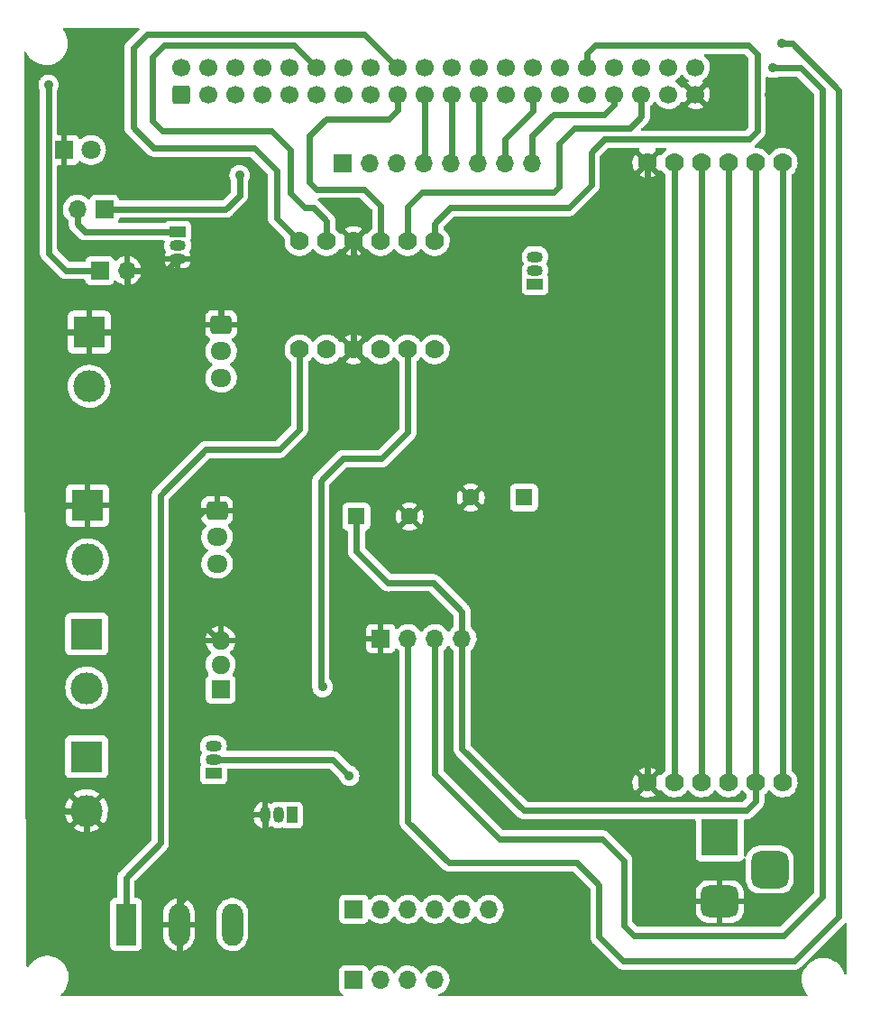
<source format=gbl>
G04 #@! TF.GenerationSoftware,KiCad,Pcbnew,(6.0.2)*
G04 #@! TF.CreationDate,2022-09-26T17:15:21-05:00*
G04 #@! TF.ProjectId,Roboshot,526f626f-7368-46f7-942e-6b696361645f,rev?*
G04 #@! TF.SameCoordinates,Original*
G04 #@! TF.FileFunction,Copper,L2,Bot*
G04 #@! TF.FilePolarity,Positive*
%FSLAX46Y46*%
G04 Gerber Fmt 4.6, Leading zero omitted, Abs format (unit mm)*
G04 Created by KiCad (PCBNEW (6.0.2)) date 2022-09-26 17:15:21*
%MOMM*%
%LPD*%
G01*
G04 APERTURE LIST*
G04 Aperture macros list*
%AMRoundRect*
0 Rectangle with rounded corners*
0 $1 Rounding radius*
0 $2 $3 $4 $5 $6 $7 $8 $9 X,Y pos of 4 corners*
0 Add a 4 corners polygon primitive as box body*
4,1,4,$2,$3,$4,$5,$6,$7,$8,$9,$2,$3,0*
0 Add four circle primitives for the rounded corners*
1,1,$1+$1,$2,$3*
1,1,$1+$1,$4,$5*
1,1,$1+$1,$6,$7*
1,1,$1+$1,$8,$9*
0 Add four rect primitives between the rounded corners*
20,1,$1+$1,$2,$3,$4,$5,0*
20,1,$1+$1,$4,$5,$6,$7,0*
20,1,$1+$1,$6,$7,$8,$9,0*
20,1,$1+$1,$8,$9,$2,$3,0*%
G04 Aperture macros list end*
G04 #@! TA.AperFunction,ComponentPad*
%ADD10R,1.980000X3.960000*%
G04 #@! TD*
G04 #@! TA.AperFunction,ComponentPad*
%ADD11O,1.980000X3.960000*%
G04 #@! TD*
G04 #@! TA.AperFunction,ComponentPad*
%ADD12O,1.950000X1.700000*%
G04 #@! TD*
G04 #@! TA.AperFunction,ComponentPad*
%ADD13RoundRect,0.250000X-0.725000X0.600000X-0.725000X-0.600000X0.725000X-0.600000X0.725000X0.600000X0*%
G04 #@! TD*
G04 #@! TA.AperFunction,ComponentPad*
%ADD14R,3.500000X3.500000*%
G04 #@! TD*
G04 #@! TA.AperFunction,ComponentPad*
%ADD15RoundRect,0.750000X1.000000X-0.750000X1.000000X0.750000X-1.000000X0.750000X-1.000000X-0.750000X0*%
G04 #@! TD*
G04 #@! TA.AperFunction,ComponentPad*
%ADD16RoundRect,0.875000X0.875000X-0.875000X0.875000X0.875000X-0.875000X0.875000X-0.875000X-0.875000X0*%
G04 #@! TD*
G04 #@! TA.AperFunction,ComponentPad*
%ADD17C,3.000000*%
G04 #@! TD*
G04 #@! TA.AperFunction,ComponentPad*
%ADD18R,3.000000X3.000000*%
G04 #@! TD*
G04 #@! TA.AperFunction,ComponentPad*
%ADD19O,1.700000X1.700000*%
G04 #@! TD*
G04 #@! TA.AperFunction,ComponentPad*
%ADD20R,1.700000X1.700000*%
G04 #@! TD*
G04 #@! TA.AperFunction,ComponentPad*
%ADD21R,1.500000X1.050000*%
G04 #@! TD*
G04 #@! TA.AperFunction,ComponentPad*
%ADD22O,1.500000X1.050000*%
G04 #@! TD*
G04 #@! TA.AperFunction,ComponentPad*
%ADD23C,1.778000*%
G04 #@! TD*
G04 #@! TA.AperFunction,ComponentPad*
%ADD24R,1.800000X1.714500*%
G04 #@! TD*
G04 #@! TA.AperFunction,ComponentPad*
%ADD25O,1.800000X1.714500*%
G04 #@! TD*
G04 #@! TA.AperFunction,ComponentPad*
%ADD26R,1.800000X1.800000*%
G04 #@! TD*
G04 #@! TA.AperFunction,ComponentPad*
%ADD27C,1.800000*%
G04 #@! TD*
G04 #@! TA.AperFunction,ComponentPad*
%ADD28R,1.600000X1.600000*%
G04 #@! TD*
G04 #@! TA.AperFunction,ComponentPad*
%ADD29C,1.600000*%
G04 #@! TD*
G04 #@! TA.AperFunction,ComponentPad*
%ADD30RoundRect,0.250000X0.600000X-0.600000X0.600000X0.600000X-0.600000X0.600000X-0.600000X-0.600000X0*%
G04 #@! TD*
G04 #@! TA.AperFunction,ComponentPad*
%ADD31C,1.700000*%
G04 #@! TD*
G04 #@! TA.AperFunction,ComponentPad*
%ADD32R,1.050000X1.500000*%
G04 #@! TD*
G04 #@! TA.AperFunction,ComponentPad*
%ADD33O,1.050000X1.500000*%
G04 #@! TD*
G04 #@! TA.AperFunction,ViaPad*
%ADD34C,0.900000*%
G04 #@! TD*
G04 #@! TA.AperFunction,Conductor*
%ADD35C,0.600000*%
G04 #@! TD*
G04 APERTURE END LIST*
D10*
X234363400Y-193026400D03*
D11*
X239363400Y-193026400D03*
X244363400Y-193026400D03*
D12*
X242928400Y-159186400D03*
X242928400Y-156686400D03*
D13*
X242928400Y-154186400D03*
D14*
X290128400Y-184876400D03*
D15*
X290128400Y-190876400D03*
D16*
X294828400Y-187876400D03*
D17*
X230688400Y-170846400D03*
D18*
X230688400Y-165766400D03*
D19*
X263388400Y-191596400D03*
X260848400Y-191596400D03*
X268468400Y-191596400D03*
X265928400Y-191596400D03*
X260848400Y-166196400D03*
D20*
X255768400Y-191596400D03*
D19*
X258308400Y-191596400D03*
D20*
X258308400Y-166196400D03*
D19*
X263388400Y-166196400D03*
X265928400Y-166196400D03*
D18*
X230668400Y-177281400D03*
D17*
X230668400Y-182361400D03*
D21*
X242588400Y-178836400D03*
D22*
X242588400Y-177566400D03*
X242588400Y-176296400D03*
D18*
X230758400Y-153716400D03*
D17*
X230758400Y-158796400D03*
D23*
X293495400Y-121540400D03*
X293495400Y-179706400D03*
X296035400Y-121540400D03*
X296035400Y-179706400D03*
X290955400Y-121540400D03*
X290955400Y-179706400D03*
X288415400Y-121540400D03*
X288415400Y-179706400D03*
X285875400Y-121540400D03*
X285875400Y-179706400D03*
X283335400Y-121540400D03*
X283335400Y-179706400D03*
D24*
X243248400Y-170956400D03*
D25*
X243248400Y-168670400D03*
X243248400Y-166384400D03*
D26*
X228538400Y-120346400D03*
D27*
X231078400Y-120346400D03*
D21*
X239218400Y-128026400D03*
D22*
X239218400Y-129296400D03*
X239218400Y-130566400D03*
D28*
X255995749Y-154746400D03*
D29*
X260995749Y-154746400D03*
D20*
X255768400Y-198236400D03*
D19*
X258308400Y-198236400D03*
X260848400Y-198236400D03*
X263388400Y-198236400D03*
D30*
X239588400Y-115148900D03*
D31*
X239588400Y-112608900D03*
X242128400Y-115148900D03*
X242128400Y-112608900D03*
X244668400Y-115148900D03*
X244668400Y-112608900D03*
X247208400Y-115148900D03*
X247208400Y-112608900D03*
X249748400Y-115148900D03*
X249748400Y-112608900D03*
X252288400Y-115148900D03*
X252288400Y-112608900D03*
X254828400Y-115148900D03*
X254828400Y-112608900D03*
X257368400Y-115148900D03*
X257368400Y-112608900D03*
X259908400Y-115148900D03*
X259908400Y-112608900D03*
X262448400Y-115148900D03*
X262448400Y-112608900D03*
X264988400Y-115148900D03*
X264988400Y-112608900D03*
X267528400Y-115148900D03*
X267528400Y-112608900D03*
X270068400Y-115148900D03*
X270068400Y-112608900D03*
X272608400Y-115148900D03*
X272608400Y-112608900D03*
X275148400Y-115148900D03*
X275148400Y-112608900D03*
X277688400Y-115148900D03*
X277688400Y-112608900D03*
X280228400Y-115148900D03*
X280228400Y-112608900D03*
X282768400Y-115148900D03*
X282768400Y-112608900D03*
X285308400Y-115148900D03*
X285308400Y-112608900D03*
X287848400Y-115148900D03*
X287848400Y-112608900D03*
D32*
X249948400Y-182766400D03*
D33*
X248678400Y-182766400D03*
X247408400Y-182766400D03*
D20*
X254743400Y-121571400D03*
D19*
X257283400Y-121571400D03*
X259823400Y-121571400D03*
X262363400Y-121571400D03*
X264903400Y-121571400D03*
X267443400Y-121571400D03*
X269983400Y-121571400D03*
X272523400Y-121571400D03*
D17*
X230918400Y-142526400D03*
D18*
X230918400Y-137446400D03*
D21*
X272788400Y-132921400D03*
D22*
X272788400Y-131651400D03*
X272788400Y-130381400D03*
D20*
X232333400Y-125906400D03*
D19*
X229793400Y-125906400D03*
D23*
X255748400Y-139056400D03*
X255748400Y-128896400D03*
X258288400Y-139056400D03*
X263368400Y-139056400D03*
X260828400Y-139056400D03*
X253208400Y-139056400D03*
X250668400Y-139056400D03*
X258288400Y-128896400D03*
X263368400Y-128896400D03*
X260828400Y-128896400D03*
X253208400Y-128896400D03*
X250668400Y-128896400D03*
D20*
X231908400Y-131666400D03*
D19*
X234448400Y-131666400D03*
D13*
X243298400Y-136726400D03*
D12*
X243298400Y-139226400D03*
X243298400Y-141726400D03*
D28*
X271741051Y-152966400D03*
D29*
X266741051Y-152966400D03*
D34*
X252828400Y-170746400D03*
X298218400Y-138126400D03*
X294728400Y-115126400D03*
X245038400Y-122706400D03*
X227108400Y-114226400D03*
X255328400Y-179086400D03*
X295988400Y-110376400D03*
X295138400Y-112636400D03*
D35*
X243298400Y-133476400D02*
X243298400Y-136726400D01*
X241488400Y-131666400D02*
X243298400Y-133476400D01*
X238118400Y-131666400D02*
X241488400Y-131666400D01*
X263248400Y-160966400D02*
X265928400Y-163646400D01*
X258988400Y-160966400D02*
X263248400Y-160966400D01*
X255995749Y-157973749D02*
X258988400Y-160966400D01*
X265928400Y-163646400D02*
X265928400Y-166196400D01*
X255995749Y-154746400D02*
X255995749Y-157973749D01*
X252668400Y-151396400D02*
X252668400Y-170586400D01*
X254738400Y-149326400D02*
X252668400Y-151396400D01*
X258368400Y-149326400D02*
X254738400Y-149326400D01*
X260828400Y-139056400D02*
X260828400Y-146866400D01*
X260828400Y-146866400D02*
X258368400Y-149326400D01*
X252668400Y-170586400D02*
X252828400Y-170746400D01*
X253808400Y-177566400D02*
X255328400Y-179086400D01*
X242588400Y-177566400D02*
X253808400Y-177566400D01*
X240338400Y-155486400D02*
X240338400Y-163606400D01*
X241638400Y-154186400D02*
X240338400Y-155486400D01*
X240338400Y-163606400D02*
X243116400Y-166384400D01*
X242928400Y-154186400D02*
X241638400Y-154186400D01*
X243116400Y-166384400D02*
X243248400Y-166384400D01*
X233088400Y-197586400D02*
X238128400Y-197586400D01*
X238128400Y-197586400D02*
X239363400Y-196351400D01*
X230668400Y-182361400D02*
X230668400Y-195166400D01*
X230668400Y-195166400D02*
X233088400Y-197586400D01*
X239363400Y-196351400D02*
X239363400Y-193026400D01*
X239363400Y-190991400D02*
X239363400Y-193026400D01*
X243438400Y-189026400D02*
X241328400Y-189026400D01*
X241328400Y-189026400D02*
X239363400Y-190991400D01*
X247408400Y-182766400D02*
X247408400Y-185056400D01*
X247408400Y-185056400D02*
X243438400Y-189026400D01*
X234363400Y-188621400D02*
X234363400Y-193026400D01*
X237608400Y-185376400D02*
X234363400Y-188621400D01*
X237608400Y-152726400D02*
X237608400Y-185376400D01*
X248748400Y-148466400D02*
X241868400Y-148466400D01*
X241868400Y-148466400D02*
X237608400Y-152726400D01*
X250668400Y-146546400D02*
X248748400Y-148466400D01*
X250668400Y-139056400D02*
X250668400Y-146546400D01*
X296948400Y-110376400D02*
X295988400Y-110376400D01*
X301298400Y-114726400D02*
X296948400Y-110376400D01*
X301298400Y-192306400D02*
X301298400Y-114726400D01*
X281078400Y-196466400D02*
X297138400Y-196466400D01*
X278788400Y-194176400D02*
X281078400Y-196466400D01*
X264678400Y-187226400D02*
X276688400Y-187226400D01*
X297138400Y-196466400D02*
X301298400Y-192306400D01*
X260848400Y-183396400D02*
X264678400Y-187226400D01*
X260848400Y-166196400D02*
X260848400Y-183396400D01*
X276688400Y-187226400D02*
X278788400Y-189326400D01*
X278788400Y-189326400D02*
X278788400Y-194176400D01*
X297728400Y-112636400D02*
X295138400Y-112636400D01*
X299788400Y-114696400D02*
X297728400Y-112636400D01*
X299788400Y-190426400D02*
X299788400Y-114696400D01*
X296158400Y-194056400D02*
X299788400Y-190426400D01*
X281108400Y-187006400D02*
X281108400Y-193126400D01*
X281108400Y-193126400D02*
X282038400Y-194056400D01*
X279098400Y-184996400D02*
X281108400Y-187006400D01*
X263388400Y-178916400D02*
X269468400Y-184996400D01*
X282038400Y-194056400D02*
X296158400Y-194056400D01*
X263388400Y-166196400D02*
X263388400Y-178916400D01*
X269468400Y-184996400D02*
X279098400Y-184996400D01*
X293495400Y-181499400D02*
X293495400Y-179706400D01*
X292648400Y-182346400D02*
X293495400Y-181499400D01*
X271738400Y-182346400D02*
X292648400Y-182346400D01*
X265928400Y-176536400D02*
X271738400Y-182346400D01*
X265928400Y-166196400D02*
X265928400Y-176536400D01*
X227478400Y-181216400D02*
X228623400Y-182361400D01*
X228623400Y-182361400D02*
X230668400Y-182361400D01*
X227478400Y-152616400D02*
X227478400Y-181216400D01*
X227478400Y-152616400D02*
X228598400Y-153736400D01*
X227478400Y-138396400D02*
X227478400Y-152616400D01*
X228428400Y-137446400D02*
X227478400Y-138396400D01*
X228618400Y-153716400D02*
X230758400Y-153716400D01*
X230918400Y-137446400D02*
X228428400Y-137446400D01*
X228598400Y-153736400D02*
X228618400Y-153716400D01*
X232948400Y-137446400D02*
X230918400Y-137446400D01*
X234448400Y-135946400D02*
X232948400Y-137446400D01*
X234448400Y-131666400D02*
X234448400Y-135946400D01*
X275943400Y-125771400D02*
X278043400Y-123671400D01*
X293495400Y-121540400D02*
X293495400Y-179706400D01*
X296035400Y-121540400D02*
X296035400Y-179706400D01*
X283335400Y-121540400D02*
X283335400Y-123769400D01*
X283335400Y-123769400D02*
X279768400Y-127336400D01*
X266938400Y-127336400D02*
X265978400Y-128296400D01*
X256798400Y-131286400D02*
X255748400Y-130236400D01*
X265978400Y-128296400D02*
X265978400Y-129866400D01*
X238118400Y-131666400D02*
X239218400Y-130566400D01*
X264558400Y-131286400D02*
X256798400Y-131286400D01*
X255748400Y-130236400D02*
X255748400Y-139056400D01*
X279768400Y-127336400D02*
X266938400Y-127336400D01*
X283335400Y-123769400D02*
X283335400Y-179706400D01*
X265978400Y-129866400D02*
X264558400Y-131286400D01*
X297718400Y-115196400D02*
X298218400Y-115696400D01*
X297648400Y-115126400D02*
X297718400Y-115196400D01*
X255748400Y-128896400D02*
X255748400Y-130236400D01*
X294728400Y-115126400D02*
X297648400Y-115126400D01*
X234448400Y-131666400D02*
X238118400Y-131666400D01*
X298218400Y-115696400D02*
X298218400Y-138126400D01*
X245038400Y-124606400D02*
X245038400Y-122706400D01*
X232333400Y-125906400D02*
X243738400Y-125906400D01*
X288415400Y-121540400D02*
X288415400Y-179706400D01*
X243738400Y-125906400D02*
X245038400Y-124606400D01*
X262448400Y-121486400D02*
X262363400Y-121571400D01*
X262448400Y-115148900D02*
X262448400Y-121486400D01*
X264988400Y-115148900D02*
X264988400Y-121486400D01*
X264988400Y-121486400D02*
X264903400Y-121571400D01*
X267528400Y-115148900D02*
X267528400Y-121486400D01*
X267528400Y-121486400D02*
X267443400Y-121571400D01*
X269983400Y-119356400D02*
X269983400Y-121571400D01*
X272608400Y-116731400D02*
X269983400Y-119356400D01*
X272608400Y-115148900D02*
X272608400Y-116731400D01*
X274493400Y-117046400D02*
X272523400Y-119016400D01*
X280228400Y-115148900D02*
X280228400Y-116086400D01*
X272523400Y-119016400D02*
X272523400Y-121571400D01*
X279268400Y-117046400D02*
X274493400Y-117046400D01*
X280228400Y-116086400D02*
X279268400Y-117046400D01*
X259908400Y-115148900D02*
X259908400Y-116581400D01*
X259908400Y-116581400D02*
X259068400Y-117421400D01*
X251608400Y-123406400D02*
X252248400Y-124046400D01*
X256738400Y-124046400D02*
X258288400Y-125596400D01*
X252248400Y-124046400D02*
X256738400Y-124046400D01*
X258288400Y-125596400D02*
X258288400Y-128896400D01*
X259068400Y-117421400D02*
X253203400Y-117421400D01*
X251608400Y-119016400D02*
X251608400Y-123406400D01*
X253203400Y-117421400D02*
X251608400Y-119016400D01*
X236343400Y-109471400D02*
X235043400Y-110771400D01*
X248498400Y-126726400D02*
X250668400Y-128896400D01*
X259908400Y-112608900D02*
X256770900Y-109471400D01*
X235043400Y-110771400D02*
X235043400Y-118251400D01*
X248498400Y-122276400D02*
X248498400Y-126726400D01*
X235043400Y-118251400D02*
X236958400Y-120166400D01*
X256770900Y-109471400D02*
X236343400Y-109471400D01*
X246388400Y-120166400D02*
X248498400Y-122276400D01*
X236958400Y-120166400D02*
X246388400Y-120166400D01*
X249808400Y-120346400D02*
X249808400Y-124386400D01*
X251978400Y-125756400D02*
X253208400Y-126986400D01*
X251178400Y-125756400D02*
X251978400Y-125756400D01*
X253208400Y-126986400D02*
X253208400Y-128896400D01*
X247998400Y-118536400D02*
X249808400Y-120346400D01*
X237993400Y-110471400D02*
X236893400Y-111571400D01*
X237778400Y-118536400D02*
X247998400Y-118536400D01*
X236893400Y-117651400D02*
X237778400Y-118536400D01*
X236893400Y-111571400D02*
X236893400Y-117651400D01*
X249808400Y-124386400D02*
X251178400Y-125756400D01*
X250150900Y-110471400D02*
X237993400Y-110471400D01*
X252288400Y-112608900D02*
X250150900Y-110471400D01*
X262133400Y-124321400D02*
X260828400Y-125626400D01*
X282768400Y-115148900D02*
X282768400Y-117196400D01*
X274518400Y-124321400D02*
X262133400Y-124321400D01*
X282768400Y-117196400D02*
X281693400Y-118271400D01*
X276443400Y-118271400D02*
X275018400Y-119696400D01*
X281693400Y-118271400D02*
X276443400Y-118271400D01*
X275018400Y-119696400D02*
X275018400Y-123821400D01*
X275018400Y-123821400D02*
X274518400Y-124321400D01*
X260828400Y-125626400D02*
X260828400Y-128896400D01*
X293643400Y-118571400D02*
X293643400Y-111371400D01*
X278043400Y-123671400D02*
X278043400Y-120571400D01*
X292868400Y-119346400D02*
X293643400Y-118571400D01*
X279268400Y-119346400D02*
X292868400Y-119346400D01*
X263368400Y-127236400D02*
X264833400Y-125771400D01*
X263368400Y-128896400D02*
X263368400Y-127236400D01*
X264833400Y-125771400D02*
X275943400Y-125771400D01*
X278418400Y-110521400D02*
X277688400Y-111251400D01*
X277688400Y-111251400D02*
X277688400Y-112608900D01*
X292793400Y-110521400D02*
X278418400Y-110521400D01*
X293643400Y-111371400D02*
X292793400Y-110521400D01*
X278043400Y-120571400D02*
X279268400Y-119346400D01*
X227108400Y-130036400D02*
X228738400Y-131666400D01*
X228738400Y-131666400D02*
X231908400Y-131666400D01*
X227108400Y-114226400D02*
X227108400Y-130036400D01*
X285875400Y-121540400D02*
X285875400Y-179706400D01*
X290955400Y-121540400D02*
X290955400Y-179706400D01*
X229793400Y-127291400D02*
X230528400Y-128026400D01*
X230528400Y-128026400D02*
X239218400Y-128026400D01*
X229793400Y-125906400D02*
X229793400Y-127291400D01*
G04 #@! TA.AperFunction,Conductor*
G36*
X235572617Y-108882696D02*
G01*
X235619118Y-108936344D01*
X235629233Y-109006616D01*
X235599751Y-109071202D01*
X235593608Y-109077800D01*
X234478242Y-110193166D01*
X234477305Y-110194094D01*
X234412893Y-110257171D01*
X234389402Y-110293621D01*
X234381983Y-110303946D01*
X234354924Y-110337843D01*
X234351859Y-110344184D01*
X234351858Y-110344185D01*
X234340328Y-110368037D01*
X234332799Y-110381454D01*
X234314635Y-110409638D01*
X234312227Y-110416255D01*
X234312224Y-110416260D01*
X234299808Y-110450373D01*
X234294847Y-110462116D01*
X234279046Y-110494803D01*
X234279044Y-110494808D01*
X234275979Y-110501149D01*
X234274396Y-110508007D01*
X234274395Y-110508009D01*
X234268435Y-110533826D01*
X234264068Y-110548569D01*
X234252597Y-110580085D01*
X234251714Y-110587075D01*
X234251712Y-110587083D01*
X234247162Y-110623101D01*
X234244926Y-110635653D01*
X234239213Y-110660401D01*
X234235176Y-110677885D01*
X234235151Y-110684931D01*
X234235151Y-110684934D01*
X234235034Y-110718456D01*
X234235005Y-110719338D01*
X234234900Y-110720169D01*
X234234900Y-110756819D01*
X234234899Y-110757259D01*
X234234622Y-110836761D01*
X234234543Y-110859270D01*
X234234811Y-110860470D01*
X234234900Y-110862107D01*
X234234900Y-118242186D01*
X234234893Y-118243506D01*
X234233949Y-118333621D01*
X234243111Y-118375997D01*
X234245169Y-118388563D01*
X234250003Y-118431655D01*
X234252319Y-118438306D01*
X234252320Y-118438310D01*
X234261033Y-118463330D01*
X234265196Y-118478142D01*
X234272281Y-118510910D01*
X234290608Y-118550213D01*
X234295390Y-118561989D01*
X234309655Y-118602952D01*
X234313389Y-118608927D01*
X234313390Y-118608930D01*
X234327427Y-118631395D01*
X234334766Y-118644912D01*
X234342390Y-118661260D01*
X234348938Y-118675302D01*
X234353255Y-118680867D01*
X234353256Y-118680869D01*
X234375506Y-118709553D01*
X234382802Y-118720012D01*
X234399134Y-118746149D01*
X234405774Y-118756776D01*
X234410734Y-118761771D01*
X234410735Y-118761772D01*
X234434376Y-118785579D01*
X234434961Y-118786204D01*
X234435478Y-118786870D01*
X234461468Y-118812860D01*
X234533585Y-118885482D01*
X234534622Y-118886140D01*
X234535851Y-118887243D01*
X236380166Y-120731558D01*
X236381094Y-120732495D01*
X236416884Y-120769042D01*
X236444171Y-120796907D01*
X236480621Y-120820398D01*
X236490946Y-120827817D01*
X236524843Y-120854876D01*
X236531184Y-120857941D01*
X236531185Y-120857942D01*
X236555037Y-120869472D01*
X236568454Y-120877001D01*
X236596638Y-120895165D01*
X236603255Y-120897573D01*
X236603260Y-120897576D01*
X236637373Y-120909992D01*
X236649116Y-120914953D01*
X236681803Y-120930754D01*
X236681808Y-120930756D01*
X236688149Y-120933821D01*
X236695007Y-120935404D01*
X236695009Y-120935405D01*
X236720826Y-120941365D01*
X236735569Y-120945732D01*
X236767085Y-120957203D01*
X236774075Y-120958086D01*
X236774083Y-120958088D01*
X236810101Y-120962638D01*
X236822653Y-120964874D01*
X236858014Y-120973038D01*
X236858017Y-120973038D01*
X236864885Y-120974624D01*
X236871931Y-120974649D01*
X236871934Y-120974649D01*
X236905456Y-120974766D01*
X236906338Y-120974795D01*
X236907169Y-120974900D01*
X236943819Y-120974900D01*
X236944259Y-120974901D01*
X237042743Y-120975245D01*
X237042748Y-120975245D01*
X237046270Y-120975257D01*
X237047470Y-120974989D01*
X237049107Y-120974900D01*
X246001318Y-120974900D01*
X246069439Y-120994902D01*
X246090413Y-121011805D01*
X247652995Y-122574386D01*
X247687020Y-122636698D01*
X247689900Y-122663481D01*
X247689900Y-126717186D01*
X247689893Y-126718506D01*
X247688949Y-126808621D01*
X247698111Y-126850997D01*
X247700169Y-126863563D01*
X247705003Y-126906655D01*
X247707319Y-126913306D01*
X247707320Y-126913310D01*
X247716033Y-126938330D01*
X247720196Y-126953142D01*
X247727281Y-126985910D01*
X247745608Y-127025213D01*
X247750390Y-127036989D01*
X247764655Y-127077952D01*
X247768389Y-127083927D01*
X247768390Y-127083930D01*
X247782427Y-127106395D01*
X247789766Y-127119912D01*
X247795757Y-127132758D01*
X247803938Y-127150302D01*
X247808255Y-127155867D01*
X247808256Y-127155869D01*
X247830506Y-127184553D01*
X247837802Y-127195012D01*
X247852104Y-127217900D01*
X247860774Y-127231776D01*
X247865734Y-127236771D01*
X247865735Y-127236772D01*
X247889376Y-127260579D01*
X247889961Y-127261204D01*
X247890478Y-127261870D01*
X247916468Y-127287860D01*
X247988585Y-127360482D01*
X247989622Y-127361140D01*
X247990851Y-127362243D01*
X249245585Y-128616977D01*
X249279611Y-128679289D01*
X249281777Y-128719458D01*
X249266529Y-128862139D01*
X249266826Y-128867292D01*
X249266826Y-128867295D01*
X249271670Y-128951298D01*
X249279757Y-129091561D01*
X249280892Y-129096598D01*
X249280893Y-129096604D01*
X249301402Y-129187610D01*
X249330278Y-129315742D01*
X249416736Y-129528661D01*
X249419433Y-129533062D01*
X249419434Y-129533064D01*
X249521019Y-129698835D01*
X249536808Y-129724600D01*
X249687269Y-129898298D01*
X249864079Y-130045089D01*
X250062490Y-130161031D01*
X250067310Y-130162871D01*
X250067315Y-130162874D01*
X250208156Y-130216655D01*
X250277174Y-130243010D01*
X250282242Y-130244041D01*
X250282245Y-130244042D01*
X250392934Y-130266562D01*
X250502363Y-130288826D01*
X250507536Y-130289016D01*
X250507539Y-130289016D01*
X250726848Y-130297057D01*
X250726852Y-130297057D01*
X250732012Y-130297246D01*
X250737132Y-130296590D01*
X250737134Y-130296590D01*
X250954825Y-130268704D01*
X250954828Y-130268703D01*
X250959952Y-130268047D01*
X250966539Y-130266071D01*
X251175110Y-130203496D01*
X251180063Y-130202010D01*
X251386433Y-130100911D01*
X251391245Y-130097479D01*
X251569316Y-129970462D01*
X251573519Y-129967464D01*
X251609798Y-129931312D01*
X251681779Y-129859581D01*
X251736298Y-129805252D01*
X251739314Y-129801055D01*
X251739321Y-129801047D01*
X251836089Y-129666380D01*
X251892083Y-129622732D01*
X251962787Y-129616286D01*
X252025751Y-129649089D01*
X252045844Y-129674072D01*
X252074107Y-129720194D01*
X252074111Y-129720199D01*
X252076808Y-129724600D01*
X252227269Y-129898298D01*
X252404079Y-130045089D01*
X252602490Y-130161031D01*
X252607310Y-130162871D01*
X252607315Y-130162874D01*
X252748156Y-130216655D01*
X252817174Y-130243010D01*
X252822242Y-130244041D01*
X252822245Y-130244042D01*
X252932934Y-130266562D01*
X253042363Y-130288826D01*
X253047536Y-130289016D01*
X253047539Y-130289016D01*
X253266848Y-130297057D01*
X253266852Y-130297057D01*
X253272012Y-130297246D01*
X253277132Y-130296590D01*
X253277134Y-130296590D01*
X253494825Y-130268704D01*
X253494828Y-130268703D01*
X253499952Y-130268047D01*
X253506539Y-130266071D01*
X253715110Y-130203496D01*
X253720063Y-130202010D01*
X253926433Y-130100911D01*
X253931245Y-130097479D01*
X253998137Y-130049765D01*
X254959864Y-130049765D01*
X254965145Y-130056820D01*
X255138246Y-130157971D01*
X255147532Y-130162421D01*
X255352483Y-130240683D01*
X255362381Y-130243559D01*
X255577362Y-130287297D01*
X255587590Y-130288516D01*
X255806825Y-130296556D01*
X255817111Y-130296089D01*
X256034720Y-130268213D01*
X256044798Y-130266071D01*
X256254927Y-130203029D01*
X256264525Y-130199268D01*
X256461538Y-130102752D01*
X256470383Y-130097479D01*
X256525609Y-130058086D01*
X256534009Y-130047387D01*
X256527022Y-130034233D01*
X255761211Y-129268421D01*
X255747268Y-129260808D01*
X255745434Y-129260939D01*
X255738820Y-129265190D01*
X254966621Y-130037390D01*
X254959864Y-130049765D01*
X253998137Y-130049765D01*
X254109316Y-129970462D01*
X254113519Y-129967464D01*
X254149798Y-129931312D01*
X254221779Y-129859581D01*
X254276298Y-129805252D01*
X254366403Y-129679858D01*
X254376405Y-129665938D01*
X254432400Y-129622290D01*
X254503103Y-129615844D01*
X254566068Y-129648647D01*
X254586161Y-129673629D01*
X254586500Y-129674182D01*
X254596955Y-129683641D01*
X254605731Y-129679858D01*
X255376379Y-128909211D01*
X255383992Y-128895268D01*
X255383861Y-128893434D01*
X255379610Y-128886820D01*
X254610178Y-128117389D01*
X254598646Y-128111092D01*
X254586365Y-128120714D01*
X254582760Y-128125999D01*
X254527848Y-128171002D01*
X254457323Y-128179173D01*
X254393576Y-128147919D01*
X254372879Y-128123435D01*
X254322230Y-128045143D01*
X254322228Y-128045140D01*
X254319420Y-128040800D01*
X254164759Y-127870830D01*
X254160708Y-127867631D01*
X254160704Y-127867627D01*
X254064808Y-127791893D01*
X254031540Y-127744970D01*
X254961765Y-127744970D01*
X254968508Y-127757297D01*
X255735589Y-128524379D01*
X255749532Y-128531992D01*
X255751366Y-128531861D01*
X255757980Y-128527610D01*
X256529562Y-127756027D01*
X256536579Y-127743176D01*
X256528805Y-127732507D01*
X256528196Y-127732025D01*
X256519610Y-127726321D01*
X256327551Y-127620300D01*
X256318152Y-127616075D01*
X256111350Y-127542843D01*
X256101393Y-127540213D01*
X255885408Y-127501739D01*
X255875157Y-127500770D01*
X255655786Y-127498090D01*
X255645502Y-127498810D01*
X255428651Y-127531992D01*
X255418624Y-127534381D01*
X255210104Y-127602535D01*
X255200595Y-127606532D01*
X255006003Y-127707831D01*
X254997290Y-127713318D01*
X254970219Y-127733644D01*
X254961765Y-127744970D01*
X254031540Y-127744970D01*
X254023745Y-127733976D01*
X254016900Y-127693011D01*
X254016900Y-126995660D01*
X254016907Y-126994341D01*
X254017777Y-126911226D01*
X254017851Y-126904179D01*
X254008689Y-126861803D01*
X254006630Y-126849232D01*
X254004814Y-126833037D01*
X254001797Y-126806145D01*
X253996137Y-126789889D01*
X253990767Y-126774470D01*
X253986604Y-126759658D01*
X253981009Y-126733781D01*
X253979519Y-126726890D01*
X253961193Y-126687589D01*
X253956408Y-126675806D01*
X253942145Y-126634848D01*
X253924379Y-126606416D01*
X253917040Y-126592899D01*
X253905840Y-126568881D01*
X253905838Y-126568877D01*
X253902863Y-126562498D01*
X253896091Y-126553767D01*
X253876291Y-126528240D01*
X253868997Y-126517785D01*
X253849759Y-126486998D01*
X253846026Y-126481024D01*
X253817424Y-126452221D01*
X253816839Y-126451596D01*
X253816322Y-126450930D01*
X253790332Y-126424940D01*
X253718215Y-126352318D01*
X253717178Y-126351660D01*
X253715949Y-126350557D01*
X252556634Y-125191242D01*
X252555706Y-125190305D01*
X252497557Y-125130925D01*
X252497556Y-125130924D01*
X252492629Y-125125893D01*
X252456179Y-125102402D01*
X252445850Y-125094980D01*
X252426295Y-125079370D01*
X252385538Y-125021240D01*
X252382678Y-124950301D01*
X252418625Y-124889077D01*
X252481965Y-124857006D01*
X252504906Y-124854900D01*
X256351318Y-124854900D01*
X256419439Y-124874902D01*
X256440413Y-124891805D01*
X257442995Y-125894387D01*
X257477021Y-125956699D01*
X257479900Y-125983482D01*
X257479900Y-127692823D01*
X257459898Y-127760944D01*
X257429553Y-127793583D01*
X257361518Y-127844665D01*
X257357383Y-127847770D01*
X257198616Y-128013910D01*
X257122465Y-128125544D01*
X257122159Y-128125992D01*
X257067248Y-128170995D01*
X256996723Y-128179166D01*
X256932976Y-128147912D01*
X256912279Y-128123429D01*
X256909668Y-128119393D01*
X256898982Y-128110191D01*
X256889417Y-128114594D01*
X256120421Y-128883589D01*
X256112808Y-128897532D01*
X256112939Y-128899366D01*
X256117190Y-128905980D01*
X256886825Y-129675614D01*
X256898831Y-129682170D01*
X256910569Y-129673203D01*
X256915803Y-129665918D01*
X256971797Y-129622270D01*
X257042501Y-129615823D01*
X257105466Y-129648625D01*
X257125560Y-129673608D01*
X257156808Y-129724600D01*
X257307269Y-129898298D01*
X257484079Y-130045089D01*
X257682490Y-130161031D01*
X257687310Y-130162871D01*
X257687315Y-130162874D01*
X257828156Y-130216655D01*
X257897174Y-130243010D01*
X257902242Y-130244041D01*
X257902245Y-130244042D01*
X258012934Y-130266562D01*
X258122363Y-130288826D01*
X258127536Y-130289016D01*
X258127539Y-130289016D01*
X258346848Y-130297057D01*
X258346852Y-130297057D01*
X258352012Y-130297246D01*
X258357132Y-130296590D01*
X258357134Y-130296590D01*
X258574825Y-130268704D01*
X258574828Y-130268703D01*
X258579952Y-130268047D01*
X258586539Y-130266071D01*
X258795110Y-130203496D01*
X258800063Y-130202010D01*
X259006433Y-130100911D01*
X259011245Y-130097479D01*
X259189316Y-129970462D01*
X259193519Y-129967464D01*
X259229798Y-129931312D01*
X259301779Y-129859581D01*
X259356298Y-129805252D01*
X259359314Y-129801055D01*
X259359321Y-129801047D01*
X259456089Y-129666380D01*
X259512083Y-129622732D01*
X259582787Y-129616286D01*
X259645751Y-129649089D01*
X259665844Y-129674072D01*
X259694107Y-129720194D01*
X259694111Y-129720199D01*
X259696808Y-129724600D01*
X259847269Y-129898298D01*
X260024079Y-130045089D01*
X260222490Y-130161031D01*
X260227310Y-130162871D01*
X260227315Y-130162874D01*
X260368156Y-130216655D01*
X260437174Y-130243010D01*
X260442242Y-130244041D01*
X260442245Y-130244042D01*
X260552934Y-130266562D01*
X260662363Y-130288826D01*
X260667536Y-130289016D01*
X260667539Y-130289016D01*
X260886848Y-130297057D01*
X260886852Y-130297057D01*
X260892012Y-130297246D01*
X260897132Y-130296590D01*
X260897134Y-130296590D01*
X261114825Y-130268704D01*
X261114828Y-130268703D01*
X261119952Y-130268047D01*
X261126539Y-130266071D01*
X261335110Y-130203496D01*
X261340063Y-130202010D01*
X261546433Y-130100911D01*
X261551245Y-130097479D01*
X261729316Y-129970462D01*
X261733519Y-129967464D01*
X261769798Y-129931312D01*
X261841779Y-129859581D01*
X261896298Y-129805252D01*
X261899314Y-129801055D01*
X261899321Y-129801047D01*
X261996089Y-129666380D01*
X262052083Y-129622732D01*
X262122787Y-129616286D01*
X262185751Y-129649089D01*
X262205844Y-129674072D01*
X262234107Y-129720194D01*
X262234111Y-129720199D01*
X262236808Y-129724600D01*
X262387269Y-129898298D01*
X262564079Y-130045089D01*
X262762490Y-130161031D01*
X262767310Y-130162871D01*
X262767315Y-130162874D01*
X262908156Y-130216655D01*
X262977174Y-130243010D01*
X262982242Y-130244041D01*
X262982245Y-130244042D01*
X263092934Y-130266562D01*
X263202363Y-130288826D01*
X263207536Y-130289016D01*
X263207539Y-130289016D01*
X263426848Y-130297057D01*
X263426852Y-130297057D01*
X263432012Y-130297246D01*
X263437132Y-130296590D01*
X263437134Y-130296590D01*
X263654825Y-130268704D01*
X263654828Y-130268703D01*
X263659952Y-130268047D01*
X263666539Y-130266071D01*
X263875110Y-130203496D01*
X263880063Y-130202010D01*
X264086433Y-130100911D01*
X264091245Y-130097479D01*
X264269316Y-129970462D01*
X264273519Y-129967464D01*
X264309798Y-129931312D01*
X264381779Y-129859581D01*
X264436298Y-129805252D01*
X264526403Y-129679858D01*
X264567379Y-129622833D01*
X264570397Y-129618633D01*
X264672216Y-129412617D01*
X264691879Y-129347900D01*
X264737517Y-129197691D01*
X264737518Y-129197685D01*
X264739021Y-129192739D01*
X264769016Y-128964902D01*
X264770299Y-128912391D01*
X264770608Y-128899765D01*
X264770608Y-128899761D01*
X264770690Y-128896400D01*
X264760297Y-128769992D01*
X264752284Y-128672521D01*
X264752283Y-128672515D01*
X264751860Y-128667370D01*
X264695877Y-128444490D01*
X264604243Y-128233747D01*
X264584837Y-128203750D01*
X264482230Y-128045143D01*
X264482228Y-128045140D01*
X264479420Y-128040800D01*
X264324759Y-127870830D01*
X264320708Y-127867631D01*
X264320704Y-127867627D01*
X264224808Y-127791893D01*
X264183745Y-127733976D01*
X264176900Y-127693011D01*
X264176900Y-127623482D01*
X264196902Y-127555361D01*
X264213805Y-127534387D01*
X265131387Y-126616805D01*
X265193699Y-126582779D01*
X265220482Y-126579900D01*
X275934186Y-126579900D01*
X275935506Y-126579907D01*
X276025621Y-126580851D01*
X276067997Y-126571689D01*
X276080563Y-126569631D01*
X276123655Y-126564797D01*
X276130306Y-126562481D01*
X276130310Y-126562480D01*
X276155330Y-126553767D01*
X276170142Y-126549604D01*
X276196019Y-126544009D01*
X276202910Y-126542519D01*
X276242213Y-126524192D01*
X276253989Y-126519410D01*
X276294952Y-126505145D01*
X276300927Y-126501411D01*
X276300930Y-126501410D01*
X276323395Y-126487373D01*
X276336912Y-126480034D01*
X276360914Y-126468841D01*
X276360915Y-126468840D01*
X276367302Y-126465862D01*
X276388703Y-126449262D01*
X276401553Y-126439294D01*
X276412012Y-126431998D01*
X276442804Y-126412758D01*
X276442807Y-126412756D01*
X276448776Y-126409026D01*
X276466417Y-126391508D01*
X276477579Y-126380424D01*
X276478204Y-126379839D01*
X276478870Y-126379322D01*
X276504860Y-126353332D01*
X276577482Y-126281215D01*
X276578140Y-126280178D01*
X276579243Y-126278949D01*
X278608558Y-124249634D01*
X278609495Y-124248706D01*
X278668875Y-124190557D01*
X278668876Y-124190556D01*
X278673907Y-124185629D01*
X278697398Y-124149179D01*
X278704817Y-124138854D01*
X278731876Y-124104957D01*
X278734940Y-124098618D01*
X278734943Y-124098614D01*
X278746474Y-124074762D01*
X278754001Y-124061349D01*
X278768347Y-124039087D01*
X278768348Y-124039084D01*
X278772165Y-124033162D01*
X278777200Y-124019329D01*
X278786992Y-123992427D01*
X278791953Y-123980683D01*
X278807752Y-123948001D01*
X278807753Y-123947999D01*
X278810821Y-123941652D01*
X278818366Y-123908973D01*
X278822734Y-123894225D01*
X278829976Y-123874328D01*
X278834203Y-123862715D01*
X278835085Y-123855729D01*
X278835087Y-123855723D01*
X278839638Y-123819699D01*
X278841874Y-123807147D01*
X278850038Y-123771786D01*
X278850038Y-123771783D01*
X278851624Y-123764915D01*
X278851722Y-123737057D01*
X278851766Y-123724344D01*
X278851795Y-123723462D01*
X278851900Y-123722631D01*
X278851900Y-123685828D01*
X278852067Y-123638019D01*
X278852245Y-123587057D01*
X278852245Y-123587052D01*
X278852257Y-123583530D01*
X278851989Y-123582330D01*
X278851900Y-123580693D01*
X278851900Y-122693765D01*
X282546864Y-122693765D01*
X282552145Y-122700820D01*
X282725246Y-122801971D01*
X282734532Y-122806421D01*
X282939483Y-122884683D01*
X282949381Y-122887559D01*
X283164362Y-122931297D01*
X283174590Y-122932516D01*
X283393825Y-122940556D01*
X283404111Y-122940089D01*
X283621720Y-122912213D01*
X283631798Y-122910071D01*
X283841927Y-122847029D01*
X283851525Y-122843268D01*
X284048538Y-122746752D01*
X284057383Y-122741479D01*
X284112609Y-122702086D01*
X284121009Y-122691387D01*
X284114022Y-122678233D01*
X283348211Y-121912421D01*
X283334268Y-121904808D01*
X283332434Y-121904939D01*
X283325820Y-121909190D01*
X282553621Y-122681390D01*
X282546864Y-122693765D01*
X278851900Y-122693765D01*
X278851900Y-121511307D01*
X281934327Y-121511307D01*
X281946957Y-121730332D01*
X281948390Y-121740534D01*
X281996619Y-121954543D01*
X281999702Y-121964383D01*
X282082237Y-122167640D01*
X282086890Y-122176851D01*
X282173498Y-122318180D01*
X282183955Y-122327641D01*
X282192731Y-122323858D01*
X282963379Y-121553211D01*
X282970992Y-121539268D01*
X282970861Y-121537434D01*
X282966610Y-121530820D01*
X282197178Y-120761389D01*
X282185646Y-120755092D01*
X282173364Y-120764715D01*
X282119464Y-120843729D01*
X282114376Y-120852685D01*
X282022011Y-121051670D01*
X282018448Y-121061357D01*
X281959824Y-121272747D01*
X281957893Y-121282868D01*
X281934578Y-121501019D01*
X281934327Y-121511307D01*
X278851900Y-121511307D01*
X278851900Y-120958483D01*
X278871902Y-120890362D01*
X278888804Y-120869388D01*
X279566386Y-120191805D01*
X279628699Y-120157780D01*
X279655482Y-120154900D01*
X282476216Y-120154900D01*
X282544337Y-120174902D01*
X282590830Y-120228558D01*
X282600934Y-120298832D01*
X282571440Y-120363412D01*
X282559605Y-120374447D01*
X282548765Y-120388970D01*
X282555508Y-120401297D01*
X283322589Y-121168379D01*
X283336532Y-121175992D01*
X283338366Y-121175861D01*
X283344980Y-121171610D01*
X284116562Y-120400027D01*
X284123579Y-120387176D01*
X284105625Y-120362535D01*
X284107010Y-120361526D01*
X284078892Y-120321869D01*
X284075657Y-120250946D01*
X284111280Y-120189533D01*
X284174450Y-120157129D01*
X284198045Y-120154900D01*
X285015383Y-120154900D01*
X285083504Y-120174902D01*
X285129997Y-120228558D01*
X285140101Y-120298832D01*
X285110607Y-120363412D01*
X285091036Y-120381660D01*
X284953488Y-120484934D01*
X284944383Y-120491770D01*
X284940811Y-120495508D01*
X284822857Y-120618940D01*
X284785616Y-120657910D01*
X284782707Y-120662175D01*
X284782701Y-120662183D01*
X284767273Y-120684800D01*
X284709465Y-120769544D01*
X284709159Y-120769992D01*
X284654248Y-120814995D01*
X284583723Y-120823166D01*
X284519976Y-120791912D01*
X284499279Y-120767429D01*
X284496668Y-120763393D01*
X284485982Y-120754191D01*
X284476417Y-120758594D01*
X283707421Y-121527589D01*
X283699808Y-121541532D01*
X283699939Y-121543366D01*
X283704190Y-121549980D01*
X284473825Y-122319614D01*
X284485831Y-122326170D01*
X284497569Y-122317203D01*
X284502803Y-122309918D01*
X284558797Y-122266270D01*
X284629501Y-122259823D01*
X284692466Y-122292625D01*
X284712560Y-122317608D01*
X284743808Y-122368600D01*
X284894269Y-122542298D01*
X284898244Y-122545599D01*
X284898247Y-122545601D01*
X284904488Y-122550782D01*
X285021386Y-122647833D01*
X285061020Y-122706735D01*
X285066900Y-122744776D01*
X285066900Y-178502823D01*
X285046898Y-178570944D01*
X285016553Y-178603583D01*
X284948518Y-178654665D01*
X284944383Y-178657770D01*
X284785616Y-178823910D01*
X284782707Y-178828175D01*
X284782701Y-178828183D01*
X284779462Y-178832931D01*
X284709465Y-178935544D01*
X284709159Y-178935992D01*
X284654248Y-178980995D01*
X284583723Y-178989166D01*
X284519976Y-178957912D01*
X284499279Y-178933429D01*
X284496668Y-178929393D01*
X284485982Y-178920191D01*
X284476417Y-178924594D01*
X283707421Y-179693589D01*
X283699808Y-179707532D01*
X283699939Y-179709366D01*
X283704190Y-179715980D01*
X284473825Y-180485614D01*
X284485831Y-180492170D01*
X284497569Y-180483203D01*
X284502803Y-180475918D01*
X284558797Y-180432270D01*
X284629501Y-180425823D01*
X284692466Y-180458625D01*
X284712560Y-180483608D01*
X284743808Y-180534600D01*
X284894269Y-180708298D01*
X284898244Y-180711598D01*
X284898247Y-180711601D01*
X284912598Y-180723515D01*
X285071079Y-180855089D01*
X285269490Y-180971031D01*
X285274310Y-180972871D01*
X285274315Y-180972874D01*
X285379473Y-181013029D01*
X285484174Y-181053010D01*
X285489242Y-181054041D01*
X285489245Y-181054042D01*
X285599934Y-181076562D01*
X285709363Y-181098826D01*
X285714536Y-181099016D01*
X285714539Y-181099016D01*
X285933848Y-181107057D01*
X285933852Y-181107057D01*
X285939012Y-181107246D01*
X285944132Y-181106590D01*
X285944134Y-181106590D01*
X286161825Y-181078704D01*
X286161828Y-181078703D01*
X286166952Y-181078047D01*
X286173539Y-181076071D01*
X286382110Y-181013496D01*
X286387063Y-181012010D01*
X286593433Y-180910911D01*
X286598245Y-180907479D01*
X286776316Y-180780462D01*
X286780519Y-180777464D01*
X286795857Y-180762180D01*
X286939637Y-180618900D01*
X286943298Y-180615252D01*
X286946314Y-180611055D01*
X286946321Y-180611047D01*
X287043089Y-180476380D01*
X287099083Y-180432732D01*
X287169787Y-180426286D01*
X287232751Y-180459089D01*
X287252844Y-180484072D01*
X287281107Y-180530194D01*
X287281111Y-180530199D01*
X287283808Y-180534600D01*
X287434269Y-180708298D01*
X287438244Y-180711598D01*
X287438247Y-180711601D01*
X287452598Y-180723515D01*
X287611079Y-180855089D01*
X287809490Y-180971031D01*
X287814310Y-180972871D01*
X287814315Y-180972874D01*
X287919473Y-181013029D01*
X288024174Y-181053010D01*
X288029242Y-181054041D01*
X288029245Y-181054042D01*
X288139934Y-181076562D01*
X288249363Y-181098826D01*
X288254536Y-181099016D01*
X288254539Y-181099016D01*
X288473848Y-181107057D01*
X288473852Y-181107057D01*
X288479012Y-181107246D01*
X288484132Y-181106590D01*
X288484134Y-181106590D01*
X288701825Y-181078704D01*
X288701828Y-181078703D01*
X288706952Y-181078047D01*
X288713539Y-181076071D01*
X288922110Y-181013496D01*
X288927063Y-181012010D01*
X289133433Y-180910911D01*
X289138245Y-180907479D01*
X289316316Y-180780462D01*
X289320519Y-180777464D01*
X289335857Y-180762180D01*
X289479637Y-180618900D01*
X289483298Y-180615252D01*
X289486314Y-180611055D01*
X289486321Y-180611047D01*
X289583089Y-180476380D01*
X289639083Y-180432732D01*
X289709787Y-180426286D01*
X289772751Y-180459089D01*
X289792844Y-180484072D01*
X289821107Y-180530194D01*
X289821111Y-180530199D01*
X289823808Y-180534600D01*
X289974269Y-180708298D01*
X289978244Y-180711598D01*
X289978247Y-180711601D01*
X289992598Y-180723515D01*
X290151079Y-180855089D01*
X290349490Y-180971031D01*
X290354310Y-180972871D01*
X290354315Y-180972874D01*
X290459473Y-181013029D01*
X290564174Y-181053010D01*
X290569242Y-181054041D01*
X290569245Y-181054042D01*
X290679934Y-181076562D01*
X290789363Y-181098826D01*
X290794536Y-181099016D01*
X290794539Y-181099016D01*
X291013848Y-181107057D01*
X291013852Y-181107057D01*
X291019012Y-181107246D01*
X291024132Y-181106590D01*
X291024134Y-181106590D01*
X291241825Y-181078704D01*
X291241828Y-181078703D01*
X291246952Y-181078047D01*
X291253539Y-181076071D01*
X291462110Y-181013496D01*
X291467063Y-181012010D01*
X291673433Y-180910911D01*
X291678245Y-180907479D01*
X291856316Y-180780462D01*
X291860519Y-180777464D01*
X291875857Y-180762180D01*
X292019637Y-180618900D01*
X292023298Y-180615252D01*
X292026314Y-180611055D01*
X292026321Y-180611047D01*
X292123089Y-180476380D01*
X292179083Y-180432732D01*
X292249787Y-180426286D01*
X292312751Y-180459089D01*
X292332844Y-180484072D01*
X292361107Y-180530194D01*
X292361111Y-180530199D01*
X292363808Y-180534600D01*
X292514269Y-180708298D01*
X292518244Y-180711599D01*
X292518247Y-180711601D01*
X292532598Y-180723515D01*
X292641386Y-180813833D01*
X292681020Y-180872735D01*
X292686900Y-180910776D01*
X292686900Y-181112318D01*
X292666898Y-181180439D01*
X292649995Y-181201413D01*
X292350413Y-181500995D01*
X292288101Y-181535021D01*
X292261318Y-181537900D01*
X272125482Y-181537900D01*
X272057361Y-181517898D01*
X272036387Y-181500995D01*
X271395157Y-180859765D01*
X282546864Y-180859765D01*
X282552145Y-180866820D01*
X282725246Y-180967971D01*
X282734532Y-180972421D01*
X282939483Y-181050683D01*
X282949381Y-181053559D01*
X283164362Y-181097297D01*
X283174590Y-181098516D01*
X283393825Y-181106556D01*
X283404111Y-181106089D01*
X283621720Y-181078213D01*
X283631798Y-181076071D01*
X283841927Y-181013029D01*
X283851525Y-181009268D01*
X284048538Y-180912752D01*
X284057383Y-180907479D01*
X284112609Y-180868086D01*
X284121009Y-180857387D01*
X284114022Y-180844233D01*
X283348211Y-180078421D01*
X283334268Y-180070808D01*
X283332434Y-180070939D01*
X283325820Y-180075190D01*
X282553621Y-180847390D01*
X282546864Y-180859765D01*
X271395157Y-180859765D01*
X270212699Y-179677307D01*
X281934327Y-179677307D01*
X281946957Y-179896332D01*
X281948390Y-179906534D01*
X281996619Y-180120543D01*
X281999702Y-180130383D01*
X282082237Y-180333640D01*
X282086890Y-180342851D01*
X282173498Y-180484180D01*
X282183955Y-180493641D01*
X282192731Y-180489858D01*
X282963379Y-179719211D01*
X282970992Y-179705268D01*
X282970861Y-179703434D01*
X282966610Y-179696820D01*
X282197178Y-178927389D01*
X282185646Y-178921092D01*
X282173364Y-178930715D01*
X282119464Y-179009729D01*
X282114376Y-179018685D01*
X282022011Y-179217670D01*
X282018448Y-179227357D01*
X281959824Y-179438747D01*
X281957893Y-179448868D01*
X281934578Y-179667019D01*
X281934327Y-179677307D01*
X270212699Y-179677307D01*
X269090362Y-178554970D01*
X282548765Y-178554970D01*
X282555508Y-178567297D01*
X283322589Y-179334379D01*
X283336532Y-179341992D01*
X283338366Y-179341861D01*
X283344980Y-179337610D01*
X284116562Y-178566027D01*
X284123579Y-178553176D01*
X284115805Y-178542507D01*
X284115196Y-178542025D01*
X284106610Y-178536321D01*
X283914551Y-178430300D01*
X283905152Y-178426075D01*
X283698350Y-178352843D01*
X283688393Y-178350213D01*
X283472408Y-178311739D01*
X283462157Y-178310770D01*
X283242786Y-178308090D01*
X283232502Y-178308810D01*
X283015651Y-178341992D01*
X283005624Y-178344381D01*
X282797104Y-178412535D01*
X282787595Y-178416532D01*
X282593003Y-178517831D01*
X282584290Y-178523318D01*
X282557219Y-178543644D01*
X282548765Y-178554970D01*
X269090362Y-178554970D01*
X266773805Y-176238413D01*
X266739779Y-176176101D01*
X266736900Y-176149318D01*
X266736900Y-167353368D01*
X266756902Y-167285247D01*
X266789731Y-167250790D01*
X266804054Y-167240574D01*
X266804061Y-167240568D01*
X266808260Y-167237573D01*
X266850241Y-167195739D01*
X266909101Y-167137084D01*
X266966496Y-167079889D01*
X267032048Y-166988664D01*
X267093835Y-166902677D01*
X267096853Y-166898477D01*
X267117720Y-166856257D01*
X267193536Y-166702853D01*
X267193537Y-166702851D01*
X267195830Y-166698211D01*
X267260770Y-166484469D01*
X267289929Y-166262990D01*
X267291556Y-166196400D01*
X267273252Y-165973761D01*
X267218831Y-165757102D01*
X267129754Y-165552240D01*
X267078364Y-165472803D01*
X267011222Y-165369017D01*
X267011220Y-165369014D01*
X267008414Y-165364677D01*
X266858070Y-165199451D01*
X266854025Y-165196257D01*
X266854016Y-165196248D01*
X266784808Y-165141591D01*
X266743745Y-165083674D01*
X266736900Y-165042709D01*
X266736900Y-163655565D01*
X266736907Y-163654246D01*
X266737776Y-163571226D01*
X266737850Y-163564179D01*
X266728690Y-163521814D01*
X266726630Y-163509235D01*
X266722582Y-163473141D01*
X266722581Y-163473138D01*
X266721797Y-163466145D01*
X266710766Y-163434468D01*
X266706604Y-163419658D01*
X266701009Y-163393778D01*
X266701008Y-163393774D01*
X266699519Y-163386889D01*
X266696542Y-163380505D01*
X266696540Y-163380499D01*
X266681196Y-163347593D01*
X266676400Y-163335783D01*
X266664461Y-163301500D01*
X266662145Y-163294848D01*
X266658413Y-163288876D01*
X266658410Y-163288869D01*
X266644373Y-163266405D01*
X266637034Y-163252888D01*
X266625839Y-163228881D01*
X266625837Y-163228877D01*
X266622862Y-163222498D01*
X266596292Y-163188244D01*
X266588998Y-163177788D01*
X266566026Y-163141024D01*
X266537417Y-163112215D01*
X266536834Y-163111592D01*
X266536321Y-163110930D01*
X266510473Y-163085082D01*
X266438215Y-163012318D01*
X266437177Y-163011659D01*
X266435944Y-163010553D01*
X263826634Y-160401242D01*
X263825706Y-160400305D01*
X263767557Y-160340925D01*
X263767556Y-160340924D01*
X263762629Y-160335893D01*
X263726179Y-160312402D01*
X263715854Y-160304983D01*
X263681957Y-160277924D01*
X263651762Y-160263327D01*
X263638345Y-160255798D01*
X263610162Y-160237635D01*
X263603545Y-160235227D01*
X263603540Y-160235224D01*
X263569427Y-160222808D01*
X263557684Y-160217847D01*
X263524997Y-160202046D01*
X263524992Y-160202044D01*
X263518651Y-160198979D01*
X263511793Y-160197396D01*
X263511791Y-160197395D01*
X263485974Y-160191435D01*
X263471231Y-160187068D01*
X263439715Y-160175597D01*
X263432725Y-160174714D01*
X263432717Y-160174712D01*
X263396699Y-160170162D01*
X263384147Y-160167926D01*
X263348786Y-160159762D01*
X263348783Y-160159762D01*
X263341915Y-160158176D01*
X263334869Y-160158151D01*
X263334866Y-160158151D01*
X263301344Y-160158034D01*
X263300462Y-160158005D01*
X263299631Y-160157900D01*
X263262981Y-160157900D01*
X263262541Y-160157899D01*
X263164057Y-160157555D01*
X263164052Y-160157555D01*
X263160530Y-160157543D01*
X263159330Y-160157811D01*
X263157693Y-160157900D01*
X259375482Y-160157900D01*
X259307361Y-160137898D01*
X259286387Y-160120995D01*
X256841154Y-157675762D01*
X256807128Y-157613450D01*
X256804249Y-157586667D01*
X256804249Y-156170893D01*
X256824251Y-156102772D01*
X256877907Y-156056279D01*
X256899512Y-156048857D01*
X256906065Y-156048145D01*
X256913460Y-156045373D01*
X256913463Y-156045372D01*
X257034046Y-156000167D01*
X257042454Y-155997015D01*
X257159010Y-155909661D01*
X257216868Y-155832462D01*
X260274242Y-155832462D01*
X260283538Y-155844477D01*
X260334743Y-155880331D01*
X260344238Y-155885814D01*
X260541696Y-155977890D01*
X260551988Y-155981636D01*
X260762437Y-156038025D01*
X260773230Y-156039928D01*
X260990274Y-156058917D01*
X261001224Y-156058917D01*
X261218268Y-156039928D01*
X261229061Y-156038025D01*
X261439510Y-155981636D01*
X261449802Y-155977890D01*
X261647260Y-155885814D01*
X261656755Y-155880331D01*
X261708797Y-155843891D01*
X261717173Y-155833412D01*
X261710105Y-155819966D01*
X261008561Y-155118422D01*
X260994617Y-155110808D01*
X260992784Y-155110939D01*
X260986169Y-155115190D01*
X260280672Y-155820687D01*
X260274242Y-155832462D01*
X257216868Y-155832462D01*
X257246364Y-155793105D01*
X257297494Y-155656716D01*
X257304249Y-155594534D01*
X257304249Y-154751875D01*
X259683232Y-154751875D01*
X259702221Y-154968919D01*
X259704124Y-154979712D01*
X259760513Y-155190161D01*
X259764259Y-155200453D01*
X259856335Y-155397911D01*
X259861818Y-155407406D01*
X259898258Y-155459448D01*
X259908737Y-155467824D01*
X259922183Y-155460756D01*
X260623727Y-154759212D01*
X260630105Y-154747532D01*
X261360157Y-154747532D01*
X261360288Y-154749365D01*
X261364539Y-154755980D01*
X262070036Y-155461477D01*
X262081811Y-155467907D01*
X262093826Y-155458611D01*
X262129680Y-155407406D01*
X262135163Y-155397911D01*
X262227239Y-155200453D01*
X262230985Y-155190161D01*
X262287374Y-154979712D01*
X262289277Y-154968919D01*
X262308266Y-154751875D01*
X262308266Y-154740925D01*
X262289277Y-154523881D01*
X262287374Y-154513088D01*
X262230985Y-154302639D01*
X262227239Y-154292347D01*
X262135163Y-154094889D01*
X262129680Y-154085394D01*
X262106621Y-154052462D01*
X266019544Y-154052462D01*
X266028840Y-154064477D01*
X266080045Y-154100331D01*
X266089540Y-154105814D01*
X266286998Y-154197890D01*
X266297290Y-154201636D01*
X266507739Y-154258025D01*
X266518532Y-154259928D01*
X266735576Y-154278917D01*
X266746526Y-154278917D01*
X266963570Y-154259928D01*
X266974363Y-154258025D01*
X267184812Y-154201636D01*
X267195104Y-154197890D01*
X267392562Y-154105814D01*
X267402057Y-154100331D01*
X267454099Y-154063891D01*
X267462475Y-154053412D01*
X267455407Y-154039966D01*
X267229975Y-153814534D01*
X270432551Y-153814534D01*
X270439306Y-153876716D01*
X270490436Y-154013105D01*
X270577790Y-154129661D01*
X270694346Y-154217015D01*
X270830735Y-154268145D01*
X270892917Y-154274900D01*
X272589185Y-154274900D01*
X272651367Y-154268145D01*
X272787756Y-154217015D01*
X272904312Y-154129661D01*
X272991666Y-154013105D01*
X273042796Y-153876716D01*
X273049551Y-153814534D01*
X273049551Y-152118266D01*
X273042796Y-152056084D01*
X272991666Y-151919695D01*
X272904312Y-151803139D01*
X272787756Y-151715785D01*
X272651367Y-151664655D01*
X272589185Y-151657900D01*
X270892917Y-151657900D01*
X270830735Y-151664655D01*
X270694346Y-151715785D01*
X270577790Y-151803139D01*
X270490436Y-151919695D01*
X270439306Y-152056084D01*
X270432551Y-152118266D01*
X270432551Y-153814534D01*
X267229975Y-153814534D01*
X266753863Y-153338422D01*
X266739919Y-153330808D01*
X266738086Y-153330939D01*
X266731471Y-153335190D01*
X266025974Y-154040687D01*
X266019544Y-154052462D01*
X262106621Y-154052462D01*
X262093240Y-154033352D01*
X262082761Y-154024976D01*
X262069315Y-154032044D01*
X261367771Y-154733588D01*
X261360157Y-154747532D01*
X260630105Y-154747532D01*
X260631341Y-154745268D01*
X260631210Y-154743435D01*
X260626959Y-154736820D01*
X259921462Y-154031323D01*
X259909687Y-154024893D01*
X259897672Y-154034189D01*
X259861818Y-154085394D01*
X259856335Y-154094889D01*
X259764259Y-154292347D01*
X259760513Y-154302639D01*
X259704124Y-154513088D01*
X259702221Y-154523881D01*
X259683232Y-154740925D01*
X259683232Y-154751875D01*
X257304249Y-154751875D01*
X257304249Y-153898266D01*
X257297494Y-153836084D01*
X257246364Y-153699695D01*
X257216156Y-153659388D01*
X260274325Y-153659388D01*
X260281393Y-153672834D01*
X260982937Y-154374378D01*
X260996881Y-154381992D01*
X260998714Y-154381861D01*
X261005329Y-154377610D01*
X261710826Y-153672113D01*
X261717256Y-153660338D01*
X261707960Y-153648323D01*
X261656755Y-153612469D01*
X261647260Y-153606986D01*
X261449802Y-153514910D01*
X261439510Y-153511164D01*
X261229061Y-153454775D01*
X261218268Y-153452872D01*
X261001224Y-153433883D01*
X260990274Y-153433883D01*
X260773230Y-153452872D01*
X260762437Y-153454775D01*
X260551988Y-153511164D01*
X260541696Y-153514910D01*
X260344238Y-153606986D01*
X260334743Y-153612469D01*
X260282701Y-153648909D01*
X260274325Y-153659388D01*
X257216156Y-153659388D01*
X257159010Y-153583139D01*
X257042454Y-153495785D01*
X256906065Y-153444655D01*
X256843883Y-153437900D01*
X255147615Y-153437900D01*
X255085433Y-153444655D01*
X254949044Y-153495785D01*
X254832488Y-153583139D01*
X254745134Y-153699695D01*
X254694004Y-153836084D01*
X254687249Y-153898266D01*
X254687249Y-155594534D01*
X254694004Y-155656716D01*
X254745134Y-155793105D01*
X254832488Y-155909661D01*
X254949044Y-155997015D01*
X254957452Y-156000167D01*
X255078035Y-156045372D01*
X255078038Y-156045373D01*
X255085433Y-156048145D01*
X255091202Y-156048772D01*
X255152040Y-156083526D01*
X255184862Y-156146481D01*
X255187249Y-156170893D01*
X255187249Y-157964535D01*
X255187242Y-157965855D01*
X255186298Y-158055970D01*
X255195460Y-158098346D01*
X255197518Y-158110912D01*
X255202352Y-158154004D01*
X255204668Y-158160655D01*
X255204669Y-158160659D01*
X255213382Y-158185679D01*
X255217545Y-158200491D01*
X255224630Y-158233259D01*
X255242957Y-158272562D01*
X255247739Y-158284338D01*
X255262004Y-158325301D01*
X255265738Y-158331276D01*
X255265739Y-158331279D01*
X255279776Y-158353744D01*
X255287115Y-158367261D01*
X255296620Y-158387643D01*
X255301287Y-158397651D01*
X255305604Y-158403216D01*
X255305605Y-158403218D01*
X255327855Y-158431902D01*
X255335151Y-158442361D01*
X255348460Y-158463660D01*
X255358123Y-158479125D01*
X255363083Y-158484120D01*
X255363084Y-158484121D01*
X255386725Y-158507928D01*
X255387310Y-158508553D01*
X255387827Y-158509219D01*
X255413816Y-158535208D01*
X255485934Y-158607831D01*
X255486971Y-158608489D01*
X255488200Y-158609592D01*
X258410072Y-161531463D01*
X258411001Y-161532400D01*
X258474171Y-161596907D01*
X258480090Y-161600722D01*
X258480098Y-161600728D01*
X258510614Y-161620394D01*
X258520959Y-161627827D01*
X258554843Y-161654876D01*
X258561182Y-161657940D01*
X258561183Y-161657941D01*
X258585037Y-161669472D01*
X258598454Y-161677001D01*
X258626638Y-161695165D01*
X258633255Y-161697573D01*
X258633260Y-161697576D01*
X258667373Y-161709992D01*
X258679116Y-161714953D01*
X258711800Y-161730753D01*
X258711809Y-161730756D01*
X258718149Y-161733821D01*
X258725014Y-161735406D01*
X258750828Y-161741366D01*
X258765568Y-161745732D01*
X258797085Y-161757203D01*
X258804070Y-161758085D01*
X258804077Y-161758087D01*
X258840092Y-161762637D01*
X258852643Y-161764872D01*
X258894885Y-161774625D01*
X258901929Y-161774650D01*
X258901933Y-161774650D01*
X258935474Y-161774767D01*
X258936343Y-161774796D01*
X258937169Y-161774900D01*
X258973533Y-161774900D01*
X258973973Y-161774901D01*
X259072736Y-161775246D01*
X259072742Y-161775246D01*
X259076270Y-161775258D01*
X259077473Y-161774989D01*
X259079117Y-161774900D01*
X262861318Y-161774900D01*
X262929439Y-161794902D01*
X262950413Y-161811805D01*
X265082995Y-163944387D01*
X265117021Y-164006699D01*
X265119900Y-164033482D01*
X265119900Y-165041595D01*
X265099898Y-165109716D01*
X265069553Y-165142355D01*
X265027506Y-165173925D01*
X265027500Y-165173931D01*
X265023365Y-165177035D01*
X265019793Y-165180773D01*
X265019791Y-165180775D01*
X264892878Y-165313582D01*
X264869029Y-165338538D01*
X264761601Y-165496021D01*
X264706693Y-165541021D01*
X264636168Y-165549192D01*
X264572421Y-165517938D01*
X264551724Y-165493454D01*
X264471222Y-165369017D01*
X264471220Y-165369014D01*
X264468414Y-165364677D01*
X264318070Y-165199451D01*
X264314019Y-165196252D01*
X264314015Y-165196248D01*
X264146814Y-165064200D01*
X264146810Y-165064198D01*
X264142759Y-165060998D01*
X264130907Y-165054455D01*
X264015370Y-164990676D01*
X263947189Y-164953038D01*
X263942320Y-164951314D01*
X263942316Y-164951312D01*
X263741487Y-164880195D01*
X263741483Y-164880194D01*
X263736612Y-164878469D01*
X263731519Y-164877562D01*
X263731516Y-164877561D01*
X263521773Y-164840200D01*
X263521767Y-164840199D01*
X263516684Y-164839294D01*
X263442852Y-164838392D01*
X263298481Y-164836628D01*
X263298479Y-164836628D01*
X263293311Y-164836565D01*
X263072491Y-164870355D01*
X262860156Y-164939757D01*
X262829843Y-164955537D01*
X262676092Y-165035575D01*
X262662007Y-165042907D01*
X262657874Y-165046010D01*
X262657871Y-165046012D01*
X262487507Y-165173925D01*
X262483365Y-165177035D01*
X262479793Y-165180773D01*
X262352878Y-165313582D01*
X262329029Y-165338538D01*
X262221601Y-165496021D01*
X262166693Y-165541021D01*
X262096168Y-165549192D01*
X262032421Y-165517938D01*
X262011724Y-165493454D01*
X261931222Y-165369017D01*
X261931220Y-165369014D01*
X261928414Y-165364677D01*
X261778070Y-165199451D01*
X261774019Y-165196252D01*
X261774015Y-165196248D01*
X261606814Y-165064200D01*
X261606810Y-165064198D01*
X261602759Y-165060998D01*
X261590907Y-165054455D01*
X261475370Y-164990676D01*
X261407189Y-164953038D01*
X261402320Y-164951314D01*
X261402316Y-164951312D01*
X261201487Y-164880195D01*
X261201483Y-164880194D01*
X261196612Y-164878469D01*
X261191519Y-164877562D01*
X261191516Y-164877561D01*
X260981773Y-164840200D01*
X260981767Y-164840199D01*
X260976684Y-164839294D01*
X260902852Y-164838392D01*
X260758481Y-164836628D01*
X260758479Y-164836628D01*
X260753311Y-164836565D01*
X260532491Y-164870355D01*
X260320156Y-164939757D01*
X260289843Y-164955537D01*
X260136092Y-165035575D01*
X260122007Y-165042907D01*
X260117874Y-165046010D01*
X260117871Y-165046012D01*
X259947507Y-165173925D01*
X259943365Y-165177035D01*
X259939793Y-165180773D01*
X259862298Y-165261866D01*
X259800774Y-165297295D01*
X259729862Y-165293838D01*
X259672076Y-165252592D01*
X259653223Y-165219044D01*
X259611724Y-165108346D01*
X259603186Y-165092751D01*
X259526685Y-164990676D01*
X259514124Y-164978115D01*
X259412049Y-164901614D01*
X259396454Y-164893076D01*
X259276006Y-164847922D01*
X259260751Y-164844295D01*
X259209886Y-164838769D01*
X259203072Y-164838400D01*
X258580515Y-164838400D01*
X258565276Y-164842875D01*
X258564071Y-164844265D01*
X258562400Y-164851948D01*
X258562400Y-167536284D01*
X258566875Y-167551523D01*
X258568265Y-167552728D01*
X258575948Y-167554399D01*
X259203069Y-167554399D01*
X259209890Y-167554029D01*
X259260752Y-167548505D01*
X259276004Y-167544879D01*
X259396454Y-167499724D01*
X259412049Y-167491186D01*
X259514124Y-167414685D01*
X259526685Y-167402124D01*
X259603186Y-167300049D01*
X259611724Y-167284454D01*
X259652625Y-167175352D01*
X259695267Y-167118588D01*
X259761828Y-167093888D01*
X259831177Y-167109096D01*
X259865844Y-167137084D01*
X259891265Y-167166431D01*
X259891269Y-167166435D01*
X259894650Y-167170338D01*
X259898625Y-167173638D01*
X259898628Y-167173641D01*
X259994385Y-167253140D01*
X260034020Y-167312043D01*
X260039900Y-167350084D01*
X260039900Y-183387186D01*
X260039893Y-183388506D01*
X260038949Y-183478621D01*
X260048111Y-183520997D01*
X260050169Y-183533563D01*
X260055003Y-183576655D01*
X260057319Y-183583306D01*
X260057320Y-183583310D01*
X260066033Y-183608330D01*
X260070196Y-183623142D01*
X260077281Y-183655910D01*
X260095608Y-183695213D01*
X260100390Y-183706989D01*
X260114655Y-183747952D01*
X260118389Y-183753927D01*
X260118390Y-183753930D01*
X260132427Y-183776395D01*
X260139766Y-183789912D01*
X260150959Y-183813914D01*
X260153938Y-183820302D01*
X260158255Y-183825867D01*
X260158256Y-183825869D01*
X260180506Y-183854553D01*
X260187802Y-183865012D01*
X260200318Y-183885042D01*
X260210774Y-183901776D01*
X260215734Y-183906771D01*
X260215735Y-183906772D01*
X260239376Y-183930579D01*
X260239961Y-183931204D01*
X260240478Y-183931870D01*
X260266468Y-183957860D01*
X260338585Y-184030482D01*
X260339622Y-184031140D01*
X260340851Y-184032243D01*
X264100166Y-187791558D01*
X264101094Y-187792495D01*
X264164171Y-187856907D01*
X264200621Y-187880398D01*
X264210946Y-187887817D01*
X264244843Y-187914876D01*
X264251184Y-187917941D01*
X264251185Y-187917942D01*
X264275037Y-187929472D01*
X264288454Y-187937001D01*
X264316638Y-187955165D01*
X264323255Y-187957573D01*
X264323260Y-187957576D01*
X264357373Y-187969992D01*
X264369116Y-187974953D01*
X264401800Y-187990753D01*
X264401809Y-187990756D01*
X264408149Y-187993821D01*
X264415014Y-187995406D01*
X264440828Y-188001366D01*
X264455568Y-188005732D01*
X264487085Y-188017203D01*
X264494070Y-188018085D01*
X264494077Y-188018087D01*
X264530092Y-188022637D01*
X264542643Y-188024872D01*
X264584885Y-188034625D01*
X264591929Y-188034650D01*
X264591933Y-188034650D01*
X264625472Y-188034767D01*
X264626342Y-188034796D01*
X264627169Y-188034900D01*
X264663658Y-188034900D01*
X264664097Y-188034901D01*
X264762743Y-188035245D01*
X264762748Y-188035245D01*
X264766270Y-188035257D01*
X264767470Y-188034989D01*
X264769108Y-188034900D01*
X276301318Y-188034900D01*
X276369439Y-188054902D01*
X276390413Y-188071805D01*
X277942995Y-189624387D01*
X277977021Y-189686699D01*
X277979900Y-189713482D01*
X277979900Y-194167186D01*
X277979893Y-194168506D01*
X277978949Y-194258621D01*
X277988111Y-194300997D01*
X277990169Y-194313563D01*
X277995003Y-194356655D01*
X277997319Y-194363306D01*
X277997320Y-194363310D01*
X278006033Y-194388330D01*
X278010196Y-194403142D01*
X278017281Y-194435910D01*
X278035608Y-194475213D01*
X278040390Y-194486989D01*
X278054655Y-194527952D01*
X278058389Y-194533927D01*
X278058390Y-194533930D01*
X278072427Y-194556395D01*
X278079766Y-194569912D01*
X278090959Y-194593914D01*
X278093938Y-194600302D01*
X278098255Y-194605867D01*
X278098256Y-194605869D01*
X278120506Y-194634553D01*
X278127802Y-194645012D01*
X278140557Y-194665424D01*
X278150774Y-194681776D01*
X278155734Y-194686771D01*
X278155735Y-194686772D01*
X278179376Y-194710579D01*
X278179961Y-194711204D01*
X278180478Y-194711870D01*
X278206468Y-194737860D01*
X278278585Y-194810482D01*
X278279622Y-194811140D01*
X278280851Y-194812243D01*
X280500166Y-197031558D01*
X280501094Y-197032495D01*
X280548122Y-197080518D01*
X280564171Y-197096907D01*
X280600621Y-197120398D01*
X280610946Y-197127817D01*
X280644843Y-197154876D01*
X280651184Y-197157941D01*
X280651185Y-197157942D01*
X280675037Y-197169472D01*
X280688454Y-197177001D01*
X280716638Y-197195165D01*
X280723255Y-197197573D01*
X280723260Y-197197576D01*
X280757373Y-197209992D01*
X280769116Y-197214953D01*
X280801803Y-197230754D01*
X280801808Y-197230756D01*
X280808149Y-197233821D01*
X280815007Y-197235404D01*
X280815009Y-197235405D01*
X280840826Y-197241365D01*
X280855569Y-197245732D01*
X280887085Y-197257203D01*
X280894075Y-197258086D01*
X280894083Y-197258088D01*
X280930101Y-197262638D01*
X280942653Y-197264874D01*
X280978014Y-197273038D01*
X280978017Y-197273038D01*
X280984885Y-197274624D01*
X280991931Y-197274649D01*
X280991934Y-197274649D01*
X281025456Y-197274766D01*
X281026338Y-197274795D01*
X281027169Y-197274900D01*
X281063819Y-197274900D01*
X281064259Y-197274901D01*
X281162743Y-197275245D01*
X281162748Y-197275245D01*
X281166270Y-197275257D01*
X281167470Y-197274989D01*
X281169107Y-197274900D01*
X297129186Y-197274900D01*
X297130506Y-197274907D01*
X297220621Y-197275851D01*
X297262997Y-197266689D01*
X297275563Y-197264631D01*
X297318655Y-197259797D01*
X297325306Y-197257481D01*
X297325310Y-197257480D01*
X297350330Y-197248767D01*
X297365142Y-197244604D01*
X297391019Y-197239009D01*
X297397910Y-197237519D01*
X297437213Y-197219192D01*
X297448989Y-197214410D01*
X297489952Y-197200145D01*
X297495927Y-197196411D01*
X297495930Y-197196410D01*
X297518395Y-197182373D01*
X297531912Y-197175034D01*
X297555914Y-197163841D01*
X297555915Y-197163840D01*
X297562302Y-197160862D01*
X297573820Y-197151928D01*
X297596553Y-197134294D01*
X297607012Y-197126998D01*
X297637804Y-197107758D01*
X297637807Y-197107756D01*
X297643776Y-197104026D01*
X297656012Y-197091875D01*
X297672579Y-197075424D01*
X297673204Y-197074839D01*
X297673870Y-197074322D01*
X297699860Y-197048332D01*
X297772482Y-196976215D01*
X297773140Y-196975178D01*
X297774243Y-196973949D01*
X301843305Y-192904887D01*
X301905617Y-192870861D01*
X301976432Y-192875926D01*
X302033268Y-192918473D01*
X302058079Y-192984993D01*
X302058400Y-192993982D01*
X302058400Y-197585050D01*
X302038398Y-197653171D01*
X301984742Y-197699664D01*
X301914468Y-197709768D01*
X301849888Y-197680274D01*
X301813627Y-197627109D01*
X301797307Y-197581021D01*
X301737634Y-197412510D01*
X301636467Y-197216502D01*
X301612526Y-197170117D01*
X301612526Y-197170116D01*
X301610561Y-197166310D01*
X301603698Y-197156544D01*
X301485710Y-196988666D01*
X301451250Y-196939634D01*
X301262649Y-196736675D01*
X301048249Y-196561191D01*
X300812017Y-196416428D01*
X300794750Y-196408848D01*
X300562255Y-196306790D01*
X300558323Y-196305064D01*
X300539244Y-196299629D01*
X300511628Y-196291762D01*
X300291864Y-196229161D01*
X300287622Y-196228557D01*
X300287616Y-196228556D01*
X300021819Y-196190728D01*
X300017568Y-196190123D01*
X299871601Y-196189359D01*
X299744798Y-196188694D01*
X299744791Y-196188694D01*
X299740512Y-196188672D01*
X299736268Y-196189231D01*
X299736264Y-196189231D01*
X299629638Y-196203269D01*
X299465822Y-196224836D01*
X299461682Y-196225969D01*
X299461680Y-196225969D01*
X299450012Y-196229161D01*
X299198582Y-196297944D01*
X299177843Y-196306790D01*
X298947678Y-196404963D01*
X298947671Y-196404967D01*
X298943736Y-196406645D01*
X298706001Y-196548927D01*
X298702650Y-196551611D01*
X298702648Y-196551613D01*
X298690693Y-196561191D01*
X298489775Y-196722156D01*
X298352585Y-196866724D01*
X298343247Y-196876565D01*
X298299059Y-196923129D01*
X298137384Y-197148124D01*
X298007739Y-197392980D01*
X297912525Y-197653166D01*
X297853503Y-197923866D01*
X297831765Y-198200072D01*
X297832177Y-198207214D01*
X297847713Y-198476672D01*
X297848538Y-198480877D01*
X297848539Y-198480885D01*
X297870272Y-198591655D01*
X297901053Y-198748549D01*
X297902440Y-198752599D01*
X297902441Y-198752604D01*
X297989392Y-199006564D01*
X297990798Y-199010671D01*
X298043618Y-199115692D01*
X298104718Y-199237176D01*
X298115286Y-199258189D01*
X298117712Y-199261718D01*
X298117715Y-199261724D01*
X298180470Y-199353032D01*
X298272215Y-199486521D01*
X298275102Y-199489694D01*
X298275103Y-199489695D01*
X298351087Y-199573201D01*
X298382139Y-199637047D01*
X298373743Y-199707545D01*
X298328566Y-199762314D01*
X298257893Y-199784000D01*
X263816198Y-199784000D01*
X263748077Y-199763998D01*
X263701584Y-199710342D01*
X263691480Y-199640068D01*
X263720974Y-199575488D01*
X263779990Y-199537314D01*
X263880829Y-199507061D01*
X263880834Y-199507059D01*
X263885784Y-199505574D01*
X264086394Y-199407296D01*
X264268260Y-199277573D01*
X264284165Y-199261724D01*
X264408391Y-199137931D01*
X264426496Y-199119889D01*
X264440214Y-199100799D01*
X264553835Y-198942677D01*
X264556853Y-198938477D01*
X264562441Y-198927172D01*
X264653536Y-198742853D01*
X264653537Y-198742851D01*
X264655830Y-198738211D01*
X264720770Y-198524469D01*
X264749929Y-198302990D01*
X264750011Y-198299640D01*
X264751474Y-198239765D01*
X264751474Y-198239761D01*
X264751556Y-198236400D01*
X264733252Y-198013761D01*
X264678831Y-197797102D01*
X264589754Y-197592240D01*
X264533634Y-197505492D01*
X264471222Y-197409017D01*
X264471220Y-197409014D01*
X264468414Y-197404677D01*
X264318070Y-197239451D01*
X264314019Y-197236252D01*
X264314015Y-197236248D01*
X264146814Y-197104200D01*
X264146810Y-197104198D01*
X264142759Y-197100998D01*
X263947189Y-196993038D01*
X263942320Y-196991314D01*
X263942316Y-196991312D01*
X263741487Y-196920195D01*
X263741483Y-196920194D01*
X263736612Y-196918469D01*
X263731519Y-196917562D01*
X263731516Y-196917561D01*
X263521773Y-196880200D01*
X263521767Y-196880199D01*
X263516684Y-196879294D01*
X263442852Y-196878392D01*
X263298481Y-196876628D01*
X263298479Y-196876628D01*
X263293311Y-196876565D01*
X263072491Y-196910355D01*
X262860156Y-196979757D01*
X262829843Y-196995537D01*
X262676382Y-197075424D01*
X262662007Y-197082907D01*
X262657874Y-197086010D01*
X262657871Y-197086012D01*
X262487500Y-197213930D01*
X262483365Y-197217035D01*
X262439786Y-197262638D01*
X262372129Y-197333437D01*
X262329029Y-197378538D01*
X262221601Y-197536021D01*
X262166693Y-197581021D01*
X262096168Y-197589192D01*
X262032421Y-197557938D01*
X262011724Y-197533454D01*
X261931222Y-197409017D01*
X261931220Y-197409014D01*
X261928414Y-197404677D01*
X261778070Y-197239451D01*
X261774019Y-197236252D01*
X261774015Y-197236248D01*
X261606814Y-197104200D01*
X261606810Y-197104198D01*
X261602759Y-197100998D01*
X261407189Y-196993038D01*
X261402320Y-196991314D01*
X261402316Y-196991312D01*
X261201487Y-196920195D01*
X261201483Y-196920194D01*
X261196612Y-196918469D01*
X261191519Y-196917562D01*
X261191516Y-196917561D01*
X260981773Y-196880200D01*
X260981767Y-196880199D01*
X260976684Y-196879294D01*
X260902852Y-196878392D01*
X260758481Y-196876628D01*
X260758479Y-196876628D01*
X260753311Y-196876565D01*
X260532491Y-196910355D01*
X260320156Y-196979757D01*
X260289843Y-196995537D01*
X260136382Y-197075424D01*
X260122007Y-197082907D01*
X260117874Y-197086010D01*
X260117871Y-197086012D01*
X259947500Y-197213930D01*
X259943365Y-197217035D01*
X259899786Y-197262638D01*
X259832129Y-197333437D01*
X259789029Y-197378538D01*
X259681601Y-197536021D01*
X259626693Y-197581021D01*
X259556168Y-197589192D01*
X259492421Y-197557938D01*
X259471724Y-197533454D01*
X259391222Y-197409017D01*
X259391220Y-197409014D01*
X259388414Y-197404677D01*
X259238070Y-197239451D01*
X259234019Y-197236252D01*
X259234015Y-197236248D01*
X259066814Y-197104200D01*
X259066810Y-197104198D01*
X259062759Y-197100998D01*
X258867189Y-196993038D01*
X258862320Y-196991314D01*
X258862316Y-196991312D01*
X258661487Y-196920195D01*
X258661483Y-196920194D01*
X258656612Y-196918469D01*
X258651519Y-196917562D01*
X258651516Y-196917561D01*
X258441773Y-196880200D01*
X258441767Y-196880199D01*
X258436684Y-196879294D01*
X258362852Y-196878392D01*
X258218481Y-196876628D01*
X258218479Y-196876628D01*
X258213311Y-196876565D01*
X257992491Y-196910355D01*
X257780156Y-196979757D01*
X257749843Y-196995537D01*
X257596382Y-197075424D01*
X257582007Y-197082907D01*
X257577874Y-197086010D01*
X257577871Y-197086012D01*
X257407500Y-197213930D01*
X257403365Y-197217035D01*
X257343103Y-197280096D01*
X257322683Y-197301464D01*
X257261159Y-197336894D01*
X257190246Y-197333437D01*
X257132460Y-197292191D01*
X257113607Y-197258643D01*
X257072167Y-197148103D01*
X257069015Y-197139695D01*
X256981661Y-197023139D01*
X256865105Y-196935785D01*
X256728716Y-196884655D01*
X256666534Y-196877900D01*
X254870266Y-196877900D01*
X254808084Y-196884655D01*
X254671695Y-196935785D01*
X254555139Y-197023139D01*
X254467785Y-197139695D01*
X254416655Y-197276084D01*
X254409900Y-197338266D01*
X254409900Y-199134534D01*
X254416655Y-199196716D01*
X254467785Y-199333105D01*
X254555139Y-199449661D01*
X254671695Y-199537015D01*
X254680103Y-199540167D01*
X254687975Y-199544477D01*
X254687295Y-199545719D01*
X254736471Y-199582662D01*
X254761169Y-199649224D01*
X254745960Y-199718572D01*
X254695673Y-199768689D01*
X254635475Y-199784000D01*
X228364942Y-199784000D01*
X228296821Y-199763998D01*
X228250328Y-199710342D01*
X228240224Y-199640068D01*
X228269718Y-199575488D01*
X228287196Y-199558846D01*
X228333871Y-199522248D01*
X228333875Y-199522244D01*
X228337250Y-199519598D01*
X228362518Y-199493524D01*
X228517974Y-199333105D01*
X228530059Y-199320634D01*
X228532592Y-199317186D01*
X228532596Y-199317181D01*
X228691544Y-199100799D01*
X228694082Y-199097344D01*
X228723703Y-199042789D01*
X228824234Y-198857635D01*
X228824235Y-198857633D01*
X228826284Y-198853859D01*
X228924218Y-198594685D01*
X228986071Y-198324617D01*
X228988002Y-198302990D01*
X229010480Y-198051119D01*
X229010700Y-198048654D01*
X229011147Y-198006000D01*
X229005548Y-197923866D01*
X228992595Y-197733859D01*
X228992594Y-197733853D01*
X228992303Y-197729582D01*
X228975283Y-197647394D01*
X228936989Y-197462484D01*
X228936118Y-197458278D01*
X228930976Y-197443755D01*
X228845065Y-197201151D01*
X228843634Y-197197110D01*
X228716561Y-196950910D01*
X228711100Y-196943139D01*
X228636905Y-196837572D01*
X228557250Y-196724234D01*
X228368649Y-196521275D01*
X228154249Y-196345791D01*
X227918017Y-196201028D01*
X227900750Y-196193448D01*
X227668255Y-196091390D01*
X227664323Y-196089664D01*
X227645244Y-196084229D01*
X227617628Y-196076362D01*
X227397864Y-196013761D01*
X227393622Y-196013157D01*
X227393616Y-196013156D01*
X227127819Y-195975328D01*
X227123568Y-195974723D01*
X226977601Y-195973959D01*
X226850798Y-195973294D01*
X226850791Y-195973294D01*
X226846512Y-195973272D01*
X226842268Y-195973831D01*
X226842264Y-195973831D01*
X226721293Y-195989758D01*
X226571822Y-196009436D01*
X226567682Y-196010569D01*
X226567680Y-196010569D01*
X226556012Y-196013761D01*
X226304582Y-196082544D01*
X226283843Y-196091390D01*
X226053678Y-196189563D01*
X226053671Y-196189567D01*
X226049736Y-196191245D01*
X225812001Y-196333527D01*
X225808650Y-196336211D01*
X225808648Y-196336213D01*
X225796693Y-196345791D01*
X225595775Y-196506756D01*
X225405059Y-196707729D01*
X225243384Y-196932724D01*
X225236463Y-196945795D01*
X225186913Y-196996637D01*
X225117739Y-197012619D01*
X225050905Y-196988666D01*
X225007631Y-196932383D01*
X224999111Y-196887221D01*
X224999101Y-196883802D01*
X224993492Y-195054534D01*
X232864900Y-195054534D01*
X232871655Y-195116716D01*
X232922785Y-195253105D01*
X233010139Y-195369661D01*
X233126695Y-195457015D01*
X233263084Y-195508145D01*
X233325266Y-195514900D01*
X235401534Y-195514900D01*
X235463716Y-195508145D01*
X235600105Y-195457015D01*
X235716661Y-195369661D01*
X235804015Y-195253105D01*
X235855145Y-195116716D01*
X235861900Y-195054534D01*
X235861900Y-194076257D01*
X237865400Y-194076257D01*
X237865612Y-194081430D01*
X237880026Y-194256750D01*
X237881709Y-194266912D01*
X237939200Y-194495796D01*
X237942521Y-194505551D01*
X238036618Y-194721957D01*
X238041496Y-194731055D01*
X238169673Y-194929187D01*
X238175963Y-194937356D01*
X238334787Y-195111901D01*
X238342320Y-195118926D01*
X238527520Y-195265187D01*
X238536107Y-195270892D01*
X238742697Y-195384936D01*
X238752109Y-195389166D01*
X238974556Y-195467939D01*
X238984527Y-195470573D01*
X239091563Y-195489639D01*
X239104860Y-195488179D01*
X239108991Y-195474934D01*
X239617400Y-195474934D01*
X239621318Y-195488278D01*
X239635594Y-195490265D01*
X239706636Y-195479394D01*
X239716663Y-195477005D01*
X239940970Y-195403691D01*
X239950479Y-195399694D01*
X240159795Y-195290731D01*
X240168520Y-195285237D01*
X240357235Y-195143546D01*
X240364942Y-195136703D01*
X240527984Y-194966090D01*
X240534467Y-194958084D01*
X240667457Y-194763126D01*
X240672543Y-194754174D01*
X240771906Y-194540115D01*
X240775460Y-194530455D01*
X240838530Y-194303031D01*
X240840457Y-194292927D01*
X240861044Y-194100298D01*
X240861400Y-194093606D01*
X240861400Y-194078869D01*
X242864900Y-194078869D01*
X242865111Y-194081430D01*
X242865112Y-194081453D01*
X242879531Y-194256832D01*
X242879532Y-194256838D01*
X242879955Y-194261983D01*
X242939984Y-194500970D01*
X242942042Y-194505703D01*
X242942043Y-194505706D01*
X243036072Y-194721957D01*
X243038240Y-194726944D01*
X243041044Y-194731278D01*
X243041046Y-194731282D01*
X243169274Y-194929492D01*
X243169279Y-194929498D01*
X243172085Y-194933836D01*
X243337923Y-195116090D01*
X243341974Y-195119289D01*
X243341978Y-195119293D01*
X243372688Y-195143546D01*
X243531301Y-195268810D01*
X243614082Y-195314508D01*
X243713991Y-195369661D01*
X243747025Y-195387897D01*
X243979303Y-195470150D01*
X243984395Y-195471057D01*
X244216807Y-195512457D01*
X244216811Y-195512457D01*
X244221895Y-195513363D01*
X244301314Y-195514333D01*
X244463118Y-195516310D01*
X244463120Y-195516310D01*
X244468288Y-195516373D01*
X244711864Y-195479101D01*
X244946082Y-195402547D01*
X244950670Y-195400159D01*
X244950674Y-195400157D01*
X245160063Y-195291156D01*
X245160064Y-195291155D01*
X245164652Y-195288767D01*
X245168785Y-195285664D01*
X245168788Y-195285662D01*
X245357568Y-195143921D01*
X245357570Y-195143919D01*
X245361703Y-195140816D01*
X245531945Y-194962669D01*
X245549003Y-194937663D01*
X245667885Y-194763389D01*
X245667888Y-194763384D01*
X245670804Y-194759109D01*
X245672980Y-194754420D01*
X245672984Y-194754414D01*
X245772375Y-194540294D01*
X245772377Y-194540289D01*
X245774552Y-194535603D01*
X245778518Y-194521304D01*
X245839023Y-194303126D01*
X245839023Y-194303125D01*
X245840402Y-194298153D01*
X245851796Y-194191536D01*
X245861544Y-194100329D01*
X245861544Y-194100321D01*
X245861900Y-194096994D01*
X245861900Y-192494534D01*
X254409900Y-192494534D01*
X254416655Y-192556716D01*
X254467785Y-192693105D01*
X254555139Y-192809661D01*
X254671695Y-192897015D01*
X254808084Y-192948145D01*
X254870266Y-192954900D01*
X256666534Y-192954900D01*
X256728716Y-192948145D01*
X256865105Y-192897015D01*
X256981661Y-192809661D01*
X257069015Y-192693105D01*
X257095884Y-192621432D01*
X257112998Y-192575782D01*
X257155640Y-192519018D01*
X257222202Y-192494318D01*
X257291550Y-192509526D01*
X257326217Y-192537514D01*
X257354650Y-192570338D01*
X257526526Y-192713032D01*
X257719400Y-192825738D01*
X257928092Y-192905430D01*
X257933160Y-192906461D01*
X257933163Y-192906462D01*
X258040417Y-192928283D01*
X258146997Y-192949967D01*
X258152172Y-192950157D01*
X258152174Y-192950157D01*
X258365073Y-192957964D01*
X258365077Y-192957964D01*
X258370237Y-192958153D01*
X258375357Y-192957497D01*
X258375359Y-192957497D01*
X258586688Y-192930425D01*
X258586689Y-192930425D01*
X258591816Y-192929768D01*
X258629464Y-192918473D01*
X258800829Y-192867061D01*
X258800834Y-192867059D01*
X258805784Y-192865574D01*
X259006394Y-192767296D01*
X259188260Y-192637573D01*
X259227373Y-192598597D01*
X259328391Y-192497931D01*
X259346496Y-192479889D01*
X259476853Y-192298477D01*
X259478176Y-192299428D01*
X259525045Y-192256257D01*
X259594980Y-192244025D01*
X259660426Y-192271544D01*
X259688275Y-192303394D01*
X259748387Y-192401488D01*
X259894650Y-192570338D01*
X260066526Y-192713032D01*
X260259400Y-192825738D01*
X260468092Y-192905430D01*
X260473160Y-192906461D01*
X260473163Y-192906462D01*
X260580417Y-192928283D01*
X260686997Y-192949967D01*
X260692172Y-192950157D01*
X260692174Y-192950157D01*
X260905073Y-192957964D01*
X260905077Y-192957964D01*
X260910237Y-192958153D01*
X260915357Y-192957497D01*
X260915359Y-192957497D01*
X261126688Y-192930425D01*
X261126689Y-192930425D01*
X261131816Y-192929768D01*
X261169464Y-192918473D01*
X261340829Y-192867061D01*
X261340834Y-192867059D01*
X261345784Y-192865574D01*
X261546394Y-192767296D01*
X261728260Y-192637573D01*
X261767373Y-192598597D01*
X261868391Y-192497931D01*
X261886496Y-192479889D01*
X262016853Y-192298477D01*
X262018176Y-192299428D01*
X262065045Y-192256257D01*
X262134980Y-192244025D01*
X262200426Y-192271544D01*
X262228275Y-192303394D01*
X262288387Y-192401488D01*
X262434650Y-192570338D01*
X262606526Y-192713032D01*
X262799400Y-192825738D01*
X263008092Y-192905430D01*
X263013160Y-192906461D01*
X263013163Y-192906462D01*
X263120417Y-192928283D01*
X263226997Y-192949967D01*
X263232172Y-192950157D01*
X263232174Y-192950157D01*
X263445073Y-192957964D01*
X263445077Y-192957964D01*
X263450237Y-192958153D01*
X263455357Y-192957497D01*
X263455359Y-192957497D01*
X263666688Y-192930425D01*
X263666689Y-192930425D01*
X263671816Y-192929768D01*
X263709464Y-192918473D01*
X263880829Y-192867061D01*
X263880834Y-192867059D01*
X263885784Y-192865574D01*
X264086394Y-192767296D01*
X264268260Y-192637573D01*
X264307373Y-192598597D01*
X264408391Y-192497931D01*
X264426496Y-192479889D01*
X264556853Y-192298477D01*
X264558176Y-192299428D01*
X264605045Y-192256257D01*
X264674980Y-192244025D01*
X264740426Y-192271544D01*
X264768275Y-192303394D01*
X264828387Y-192401488D01*
X264974650Y-192570338D01*
X265146526Y-192713032D01*
X265339400Y-192825738D01*
X265548092Y-192905430D01*
X265553160Y-192906461D01*
X265553163Y-192906462D01*
X265660417Y-192928283D01*
X265766997Y-192949967D01*
X265772172Y-192950157D01*
X265772174Y-192950157D01*
X265985073Y-192957964D01*
X265985077Y-192957964D01*
X265990237Y-192958153D01*
X265995357Y-192957497D01*
X265995359Y-192957497D01*
X266206688Y-192930425D01*
X266206689Y-192930425D01*
X266211816Y-192929768D01*
X266249464Y-192918473D01*
X266420829Y-192867061D01*
X266420834Y-192867059D01*
X266425784Y-192865574D01*
X266626394Y-192767296D01*
X266808260Y-192637573D01*
X266847373Y-192598597D01*
X266948391Y-192497931D01*
X266966496Y-192479889D01*
X267096853Y-192298477D01*
X267098176Y-192299428D01*
X267145045Y-192256257D01*
X267214980Y-192244025D01*
X267280426Y-192271544D01*
X267308275Y-192303394D01*
X267368387Y-192401488D01*
X267514650Y-192570338D01*
X267686526Y-192713032D01*
X267879400Y-192825738D01*
X268088092Y-192905430D01*
X268093160Y-192906461D01*
X268093163Y-192906462D01*
X268200417Y-192928283D01*
X268306997Y-192949967D01*
X268312172Y-192950157D01*
X268312174Y-192950157D01*
X268525073Y-192957964D01*
X268525077Y-192957964D01*
X268530237Y-192958153D01*
X268535357Y-192957497D01*
X268535359Y-192957497D01*
X268746688Y-192930425D01*
X268746689Y-192930425D01*
X268751816Y-192929768D01*
X268789464Y-192918473D01*
X268960829Y-192867061D01*
X268960834Y-192867059D01*
X268965784Y-192865574D01*
X269166394Y-192767296D01*
X269348260Y-192637573D01*
X269387373Y-192598597D01*
X269488391Y-192497931D01*
X269506496Y-192479889D01*
X269636853Y-192298477D01*
X269657720Y-192256257D01*
X269733536Y-192102853D01*
X269733537Y-192102851D01*
X269735830Y-192098211D01*
X269800770Y-191884469D01*
X269829929Y-191662990D01*
X269831556Y-191596400D01*
X269813252Y-191373761D01*
X269758831Y-191157102D01*
X269669754Y-190952240D01*
X269630306Y-190891262D01*
X269551222Y-190769017D01*
X269551220Y-190769014D01*
X269548414Y-190764677D01*
X269398070Y-190599451D01*
X269394019Y-190596252D01*
X269394015Y-190596248D01*
X269226814Y-190464200D01*
X269226810Y-190464198D01*
X269222759Y-190460998D01*
X269027189Y-190353038D01*
X269022320Y-190351314D01*
X269022316Y-190351312D01*
X268821487Y-190280195D01*
X268821483Y-190280194D01*
X268816612Y-190278469D01*
X268811519Y-190277562D01*
X268811516Y-190277561D01*
X268601773Y-190240200D01*
X268601767Y-190240199D01*
X268596684Y-190239294D01*
X268522852Y-190238392D01*
X268378481Y-190236628D01*
X268378479Y-190236628D01*
X268373311Y-190236565D01*
X268152491Y-190270355D01*
X267940156Y-190339757D01*
X267742007Y-190442907D01*
X267737874Y-190446010D01*
X267737871Y-190446012D01*
X267568198Y-190573406D01*
X267563365Y-190577035D01*
X267557999Y-190582650D01*
X267452129Y-190693437D01*
X267409029Y-190738538D01*
X267301601Y-190896021D01*
X267246693Y-190941021D01*
X267176168Y-190949192D01*
X267112421Y-190917938D01*
X267091724Y-190893454D01*
X267011222Y-190769017D01*
X267011220Y-190769014D01*
X267008414Y-190764677D01*
X266858070Y-190599451D01*
X266854019Y-190596252D01*
X266854015Y-190596248D01*
X266686814Y-190464200D01*
X266686810Y-190464198D01*
X266682759Y-190460998D01*
X266487189Y-190353038D01*
X266482320Y-190351314D01*
X266482316Y-190351312D01*
X266281487Y-190280195D01*
X266281483Y-190280194D01*
X266276612Y-190278469D01*
X266271519Y-190277562D01*
X266271516Y-190277561D01*
X266061773Y-190240200D01*
X266061767Y-190240199D01*
X266056684Y-190239294D01*
X265982852Y-190238392D01*
X265838481Y-190236628D01*
X265838479Y-190236628D01*
X265833311Y-190236565D01*
X265612491Y-190270355D01*
X265400156Y-190339757D01*
X265202007Y-190442907D01*
X265197874Y-190446010D01*
X265197871Y-190446012D01*
X265028198Y-190573406D01*
X265023365Y-190577035D01*
X265017999Y-190582650D01*
X264912129Y-190693437D01*
X264869029Y-190738538D01*
X264761601Y-190896021D01*
X264706693Y-190941021D01*
X264636168Y-190949192D01*
X264572421Y-190917938D01*
X264551724Y-190893454D01*
X264471222Y-190769017D01*
X264471220Y-190769014D01*
X264468414Y-190764677D01*
X264318070Y-190599451D01*
X264314019Y-190596252D01*
X264314015Y-190596248D01*
X264146814Y-190464200D01*
X264146810Y-190464198D01*
X264142759Y-190460998D01*
X263947189Y-190353038D01*
X263942320Y-190351314D01*
X263942316Y-190351312D01*
X263741487Y-190280195D01*
X263741483Y-190280194D01*
X263736612Y-190278469D01*
X263731519Y-190277562D01*
X263731516Y-190277561D01*
X263521773Y-190240200D01*
X263521767Y-190240199D01*
X263516684Y-190239294D01*
X263442852Y-190238392D01*
X263298481Y-190236628D01*
X263298479Y-190236628D01*
X263293311Y-190236565D01*
X263072491Y-190270355D01*
X262860156Y-190339757D01*
X262662007Y-190442907D01*
X262657874Y-190446010D01*
X262657871Y-190446012D01*
X262488198Y-190573406D01*
X262483365Y-190577035D01*
X262477999Y-190582650D01*
X262372129Y-190693437D01*
X262329029Y-190738538D01*
X262221601Y-190896021D01*
X262166693Y-190941021D01*
X262096168Y-190949192D01*
X262032421Y-190917938D01*
X262011724Y-190893454D01*
X261931222Y-190769017D01*
X261931220Y-190769014D01*
X261928414Y-190764677D01*
X261778070Y-190599451D01*
X261774019Y-190596252D01*
X261774015Y-190596248D01*
X261606814Y-190464200D01*
X261606810Y-190464198D01*
X261602759Y-190460998D01*
X261407189Y-190353038D01*
X261402320Y-190351314D01*
X261402316Y-190351312D01*
X261201487Y-190280195D01*
X261201483Y-190280194D01*
X261196612Y-190278469D01*
X261191519Y-190277562D01*
X261191516Y-190277561D01*
X260981773Y-190240200D01*
X260981767Y-190240199D01*
X260976684Y-190239294D01*
X260902852Y-190238392D01*
X260758481Y-190236628D01*
X260758479Y-190236628D01*
X260753311Y-190236565D01*
X260532491Y-190270355D01*
X260320156Y-190339757D01*
X260122007Y-190442907D01*
X260117874Y-190446010D01*
X260117871Y-190446012D01*
X259948198Y-190573406D01*
X259943365Y-190577035D01*
X259937999Y-190582650D01*
X259832129Y-190693437D01*
X259789029Y-190738538D01*
X259681601Y-190896021D01*
X259626693Y-190941021D01*
X259556168Y-190949192D01*
X259492421Y-190917938D01*
X259471724Y-190893454D01*
X259391222Y-190769017D01*
X259391220Y-190769014D01*
X259388414Y-190764677D01*
X259238070Y-190599451D01*
X259234019Y-190596252D01*
X259234015Y-190596248D01*
X259066814Y-190464200D01*
X259066810Y-190464198D01*
X259062759Y-190460998D01*
X258867189Y-190353038D01*
X258862320Y-190351314D01*
X258862316Y-190351312D01*
X258661487Y-190280195D01*
X258661483Y-190280194D01*
X258656612Y-190278469D01*
X258651519Y-190277562D01*
X258651516Y-190277561D01*
X258441773Y-190240200D01*
X258441767Y-190240199D01*
X258436684Y-190239294D01*
X258362852Y-190238392D01*
X258218481Y-190236628D01*
X258218479Y-190236628D01*
X258213311Y-190236565D01*
X257992491Y-190270355D01*
X257780156Y-190339757D01*
X257582007Y-190442907D01*
X257577874Y-190446010D01*
X257577871Y-190446012D01*
X257408198Y-190573406D01*
X257403365Y-190577035D01*
X257331113Y-190652643D01*
X257322683Y-190661464D01*
X257261159Y-190696894D01*
X257190246Y-190693437D01*
X257132460Y-190652191D01*
X257113607Y-190618643D01*
X257072167Y-190508103D01*
X257069015Y-190499695D01*
X256981661Y-190383139D01*
X256865105Y-190295785D01*
X256728716Y-190244655D01*
X256666534Y-190237900D01*
X254870266Y-190237900D01*
X254808084Y-190244655D01*
X254671695Y-190295785D01*
X254555139Y-190383139D01*
X254467785Y-190499695D01*
X254416655Y-190636084D01*
X254409900Y-190698266D01*
X254409900Y-192494534D01*
X245861900Y-192494534D01*
X245861900Y-191973931D01*
X245861688Y-191971347D01*
X245847269Y-191795968D01*
X245847268Y-191795962D01*
X245846845Y-191790817D01*
X245813896Y-191659640D01*
X245788075Y-191556841D01*
X245788074Y-191556837D01*
X245786816Y-191551830D01*
X245773996Y-191522345D01*
X245690620Y-191330593D01*
X245690618Y-191330590D01*
X245688560Y-191325856D01*
X245670789Y-191298386D01*
X245557526Y-191123308D01*
X245557521Y-191123302D01*
X245554715Y-191118964D01*
X245522343Y-191083387D01*
X245450225Y-191004131D01*
X245388877Y-190936710D01*
X245384826Y-190933511D01*
X245384822Y-190933507D01*
X245247757Y-190825261D01*
X245195499Y-190783990D01*
X245106394Y-190734801D01*
X244984306Y-190667404D01*
X244984303Y-190667403D01*
X244979775Y-190664903D01*
X244747497Y-190582650D01*
X244697247Y-190573699D01*
X244509993Y-190540343D01*
X244509989Y-190540343D01*
X244504905Y-190539437D01*
X244425486Y-190538467D01*
X244263682Y-190536490D01*
X244263680Y-190536490D01*
X244258512Y-190536427D01*
X244014936Y-190573699D01*
X243780718Y-190650253D01*
X243776130Y-190652641D01*
X243776126Y-190652643D01*
X243568249Y-190760857D01*
X243562148Y-190764033D01*
X243558015Y-190767136D01*
X243558012Y-190767138D01*
X243382619Y-190898828D01*
X243365097Y-190911984D01*
X243194855Y-191090131D01*
X243191941Y-191094403D01*
X243191940Y-191094404D01*
X243058915Y-191289411D01*
X243058912Y-191289416D01*
X243055996Y-191293691D01*
X243053820Y-191298380D01*
X243053816Y-191298386D01*
X243016433Y-191378922D01*
X242952248Y-191517197D01*
X242950868Y-191522175D01*
X242950866Y-191522179D01*
X242931213Y-191593046D01*
X242886398Y-191754647D01*
X242864900Y-191955806D01*
X242864900Y-194078869D01*
X240861400Y-194078869D01*
X240861400Y-193298515D01*
X240856925Y-193283276D01*
X240855535Y-193282071D01*
X240847852Y-193280400D01*
X239635515Y-193280400D01*
X239620276Y-193284875D01*
X239619071Y-193286265D01*
X239617400Y-193293948D01*
X239617400Y-195474934D01*
X239108991Y-195474934D01*
X239109400Y-195473622D01*
X239109400Y-193298515D01*
X239104925Y-193283276D01*
X239103535Y-193282071D01*
X239095852Y-193280400D01*
X237883515Y-193280400D01*
X237868276Y-193284875D01*
X237867071Y-193286265D01*
X237865400Y-193293948D01*
X237865400Y-194076257D01*
X235861900Y-194076257D01*
X235861900Y-192754285D01*
X237865400Y-192754285D01*
X237869875Y-192769524D01*
X237871265Y-192770729D01*
X237878948Y-192772400D01*
X239091285Y-192772400D01*
X239106524Y-192767925D01*
X239107729Y-192766535D01*
X239109400Y-192758852D01*
X239109400Y-192754285D01*
X239617400Y-192754285D01*
X239621875Y-192769524D01*
X239623265Y-192770729D01*
X239630948Y-192772400D01*
X240843285Y-192772400D01*
X240858524Y-192767925D01*
X240859729Y-192766535D01*
X240861400Y-192758852D01*
X240861400Y-191976543D01*
X240861188Y-191971370D01*
X240846774Y-191796050D01*
X240845091Y-191785888D01*
X240787600Y-191557004D01*
X240784279Y-191547249D01*
X240690182Y-191330843D01*
X240685304Y-191321745D01*
X240557127Y-191123613D01*
X240550837Y-191115444D01*
X240392013Y-190940899D01*
X240384480Y-190933874D01*
X240199280Y-190787613D01*
X240190693Y-190781908D01*
X239984103Y-190667864D01*
X239974691Y-190663634D01*
X239752244Y-190584861D01*
X239742273Y-190582227D01*
X239635237Y-190563161D01*
X239621940Y-190564621D01*
X239617400Y-190579178D01*
X239617400Y-192754285D01*
X239109400Y-192754285D01*
X239109400Y-190577866D01*
X239105482Y-190564522D01*
X239091206Y-190562535D01*
X239020164Y-190573406D01*
X239010137Y-190575795D01*
X238785830Y-190649109D01*
X238776321Y-190653106D01*
X238567005Y-190762069D01*
X238558280Y-190767563D01*
X238369565Y-190909254D01*
X238361858Y-190916097D01*
X238198816Y-191086710D01*
X238192333Y-191094716D01*
X238059343Y-191289674D01*
X238054257Y-191298626D01*
X237954894Y-191512685D01*
X237951340Y-191522345D01*
X237888270Y-191749769D01*
X237886343Y-191759873D01*
X237865756Y-191952502D01*
X237865400Y-191959194D01*
X237865400Y-192754285D01*
X235861900Y-192754285D01*
X235861900Y-190998266D01*
X235855145Y-190936084D01*
X235804015Y-190799695D01*
X235716661Y-190683139D01*
X235600105Y-190595785D01*
X235463716Y-190544655D01*
X235401534Y-190537900D01*
X235297900Y-190537900D01*
X235229779Y-190517898D01*
X235183286Y-190464242D01*
X235171900Y-190411900D01*
X235171900Y-189008482D01*
X235191902Y-188940361D01*
X235208805Y-188919387D01*
X238173558Y-185954634D01*
X238174495Y-185953706D01*
X238233875Y-185895557D01*
X238233876Y-185895556D01*
X238238907Y-185890629D01*
X238262398Y-185854179D01*
X238269817Y-185843854D01*
X238296876Y-185809957D01*
X238304863Y-185793436D01*
X238311472Y-185779763D01*
X238319002Y-185766345D01*
X238337165Y-185738162D01*
X238339573Y-185731545D01*
X238339576Y-185731540D01*
X238351992Y-185697427D01*
X238356953Y-185685684D01*
X238372754Y-185652997D01*
X238372756Y-185652992D01*
X238375821Y-185646651D01*
X238379500Y-185630718D01*
X238383365Y-185613974D01*
X238387732Y-185599231D01*
X238399203Y-185567715D01*
X238400086Y-185560725D01*
X238400088Y-185560717D01*
X238404638Y-185524699D01*
X238406874Y-185512147D01*
X238415038Y-185476786D01*
X238415038Y-185476783D01*
X238416624Y-185469915D01*
X238416766Y-185429344D01*
X238416795Y-185428462D01*
X238416900Y-185427631D01*
X238416900Y-185390828D01*
X238417257Y-185288530D01*
X238416989Y-185287330D01*
X238416900Y-185285693D01*
X238416900Y-183039290D01*
X246375400Y-183039290D01*
X246375700Y-183045435D01*
X246389570Y-183186881D01*
X246391953Y-183198919D01*
X246446942Y-183381051D01*
X246451617Y-183392393D01*
X246540935Y-183560377D01*
X246547722Y-183570593D01*
X246667972Y-183718034D01*
X246676616Y-183726738D01*
X246823209Y-183848010D01*
X246833380Y-183854870D01*
X247000742Y-183945362D01*
X247012047Y-183950114D01*
X247137092Y-183988822D01*
X247151195Y-183989028D01*
X247154400Y-183982273D01*
X247154400Y-183042404D01*
X247644900Y-183042404D01*
X247659677Y-183193113D01*
X247660368Y-183195402D01*
X247662400Y-183216124D01*
X247662400Y-183975386D01*
X247666373Y-183988917D01*
X247674168Y-183990037D01*
X247791332Y-183955554D01*
X247802700Y-183950961D01*
X247971307Y-183862816D01*
X247974383Y-183860803D01*
X247976222Y-183860246D01*
X247976770Y-183859960D01*
X247976824Y-183860064D01*
X248042336Y-183840239D01*
X248103306Y-183855399D01*
X248275965Y-183948756D01*
X248372772Y-183978723D01*
X248463693Y-184006868D01*
X248463696Y-184006869D01*
X248469580Y-184008690D01*
X248475705Y-184009334D01*
X248475706Y-184009334D01*
X248665022Y-184029232D01*
X248665023Y-184029232D01*
X248671150Y-184029876D01*
X248754414Y-184022298D01*
X248866857Y-184012065D01*
X248866860Y-184012064D01*
X248872996Y-184011506D01*
X248878902Y-184009768D01*
X248878906Y-184009767D01*
X249061521Y-183956020D01*
X249061523Y-183956019D01*
X249064511Y-183955140D01*
X249067429Y-183954281D01*
X249067682Y-183955140D01*
X249133062Y-183948686D01*
X249169806Y-183961852D01*
X249176695Y-183967015D01*
X249185096Y-183970164D01*
X249185099Y-183970166D01*
X249238106Y-183990037D01*
X249313084Y-184018145D01*
X249375266Y-184024900D01*
X250521534Y-184024900D01*
X250583716Y-184018145D01*
X250720105Y-183967015D01*
X250836661Y-183879661D01*
X250924015Y-183763105D01*
X250975145Y-183626716D01*
X250981900Y-183564534D01*
X250981900Y-181968266D01*
X250975145Y-181906084D01*
X250924015Y-181769695D01*
X250836661Y-181653139D01*
X250720105Y-181565785D01*
X250583716Y-181514655D01*
X250521534Y-181507900D01*
X249375266Y-181507900D01*
X249313084Y-181514655D01*
X249296866Y-181520735D01*
X249185104Y-181562632D01*
X249185101Y-181562634D01*
X249176695Y-181565785D01*
X249169506Y-181571173D01*
X249169263Y-181571306D01*
X249099906Y-181586476D01*
X249071492Y-181581152D01*
X249062987Y-181578519D01*
X248887220Y-181524110D01*
X248881095Y-181523466D01*
X248881094Y-181523466D01*
X248691778Y-181503568D01*
X248691777Y-181503568D01*
X248685650Y-181502924D01*
X248602386Y-181510502D01*
X248489943Y-181520735D01*
X248489940Y-181520736D01*
X248483804Y-181521294D01*
X248477898Y-181523032D01*
X248477894Y-181523033D01*
X248378360Y-181552328D01*
X248289371Y-181578519D01*
X248283914Y-181581372D01*
X248283911Y-181581373D01*
X248115219Y-181669562D01*
X248115215Y-181669565D01*
X248109755Y-181672419D01*
X248109503Y-181672621D01*
X248043488Y-181692601D01*
X247982515Y-181677441D01*
X247816058Y-181587438D01*
X247804753Y-181582686D01*
X247679708Y-181543978D01*
X247665605Y-181543772D01*
X247662400Y-181550527D01*
X247662400Y-182320158D01*
X247661615Y-182334203D01*
X247644900Y-182483217D01*
X247644900Y-183042404D01*
X247154400Y-183042404D01*
X247154400Y-183038515D01*
X247149925Y-183023276D01*
X247148535Y-183022071D01*
X247140852Y-183020400D01*
X246393515Y-183020400D01*
X246378276Y-183024875D01*
X246377071Y-183026265D01*
X246375400Y-183033948D01*
X246375400Y-183039290D01*
X238416900Y-183039290D01*
X238416900Y-182494285D01*
X246375400Y-182494285D01*
X246379875Y-182509524D01*
X246381265Y-182510729D01*
X246388948Y-182512400D01*
X247136285Y-182512400D01*
X247151524Y-182507925D01*
X247152729Y-182506535D01*
X247154400Y-182498852D01*
X247154400Y-181557414D01*
X247150427Y-181543883D01*
X247142632Y-181542763D01*
X247025468Y-181577246D01*
X247014100Y-181581839D01*
X246845489Y-181669986D01*
X246835227Y-181676702D01*
X246686957Y-181795915D01*
X246678187Y-181804503D01*
X246555901Y-181950238D01*
X246548963Y-181960369D01*
X246457306Y-182127092D01*
X246452476Y-182138362D01*
X246394948Y-182319715D01*
X246392398Y-182331709D01*
X246375793Y-182479750D01*
X246375400Y-182486774D01*
X246375400Y-182494285D01*
X238416900Y-182494285D01*
X238416900Y-177559150D01*
X241324924Y-177559150D01*
X241343294Y-177760996D01*
X241399188Y-177950907D01*
X241400519Y-177955429D01*
X241399660Y-177955682D01*
X241406114Y-178021062D01*
X241392948Y-178057806D01*
X241387785Y-178064695D01*
X241336655Y-178201084D01*
X241329900Y-178263266D01*
X241329900Y-179409534D01*
X241336655Y-179471716D01*
X241387785Y-179608105D01*
X241475139Y-179724661D01*
X241591695Y-179812015D01*
X241728084Y-179863145D01*
X241790266Y-179869900D01*
X243386534Y-179869900D01*
X243448716Y-179863145D01*
X243585105Y-179812015D01*
X243701661Y-179724661D01*
X243789015Y-179608105D01*
X243840145Y-179471716D01*
X243846900Y-179409534D01*
X243846900Y-178500900D01*
X243866902Y-178432779D01*
X243920558Y-178386286D01*
X243972900Y-178374900D01*
X253421318Y-178374900D01*
X253489439Y-178394902D01*
X253510413Y-178411805D01*
X254366971Y-179268363D01*
X254398995Y-179322727D01*
X254432897Y-179440955D01*
X254518818Y-179608140D01*
X254522641Y-179612964D01*
X254522644Y-179612968D01*
X254611172Y-179724661D01*
X254635577Y-179755452D01*
X254640271Y-179759447D01*
X254770053Y-179869900D01*
X254778724Y-179877280D01*
X254784102Y-179880286D01*
X254784104Y-179880287D01*
X254831068Y-179906534D01*
X254942809Y-179968984D01*
X255121580Y-180027070D01*
X255308230Y-180049327D01*
X255314365Y-180048855D01*
X255314367Y-180048855D01*
X255489505Y-180035379D01*
X255489509Y-180035378D01*
X255495647Y-180034906D01*
X255593119Y-180007691D01*
X255670750Y-179986016D01*
X255670753Y-179986015D01*
X255676694Y-179984356D01*
X255682198Y-179981576D01*
X255682200Y-179981575D01*
X255838974Y-179902383D01*
X255838976Y-179902382D01*
X255844475Y-179899604D01*
X255992599Y-179783877D01*
X255996625Y-179779213D01*
X256111394Y-179646252D01*
X256111395Y-179646250D01*
X256115423Y-179641584D01*
X256208270Y-179478144D01*
X256267603Y-179299782D01*
X256291162Y-179113292D01*
X256291538Y-179086400D01*
X256273195Y-178899326D01*
X256270898Y-178891716D01*
X256220646Y-178725277D01*
X256218865Y-178719377D01*
X256130618Y-178553408D01*
X256011815Y-178407740D01*
X255935227Y-178344381D01*
X255871729Y-178291850D01*
X255871724Y-178291847D01*
X255866980Y-178287922D01*
X255861561Y-178284992D01*
X255861558Y-178284990D01*
X255720904Y-178208940D01*
X255701631Y-178198519D01*
X255626637Y-178175304D01*
X255560919Y-178154961D01*
X255509083Y-178123691D01*
X254386634Y-177001242D01*
X254385706Y-177000305D01*
X254327557Y-176940925D01*
X254327556Y-176940924D01*
X254322629Y-176935893D01*
X254286179Y-176912402D01*
X254275854Y-176904983D01*
X254241957Y-176877924D01*
X254211762Y-176863327D01*
X254198345Y-176855798D01*
X254184707Y-176847009D01*
X254170162Y-176837635D01*
X254163545Y-176835227D01*
X254163540Y-176835224D01*
X254129427Y-176822808D01*
X254117684Y-176817847D01*
X254084997Y-176802046D01*
X254084992Y-176802044D01*
X254078651Y-176798979D01*
X254071793Y-176797396D01*
X254071791Y-176797395D01*
X254045974Y-176791435D01*
X254031231Y-176787068D01*
X253999715Y-176775597D01*
X253992725Y-176774714D01*
X253992717Y-176774712D01*
X253956699Y-176770162D01*
X253944147Y-176767926D01*
X253908786Y-176759762D01*
X253908783Y-176759762D01*
X253901915Y-176758176D01*
X253894869Y-176758151D01*
X253894866Y-176758151D01*
X253861344Y-176758034D01*
X253860462Y-176758005D01*
X253859631Y-176757900D01*
X253822981Y-176757900D01*
X253822541Y-176757899D01*
X253724057Y-176757555D01*
X253724052Y-176757555D01*
X253720530Y-176757543D01*
X253719330Y-176757811D01*
X253717693Y-176757900D01*
X243923375Y-176757900D01*
X243855254Y-176737898D01*
X243808761Y-176684242D01*
X243798657Y-176613968D01*
X243803010Y-176594641D01*
X243828868Y-176511107D01*
X243828869Y-176511104D01*
X243830690Y-176505220D01*
X243851876Y-176303650D01*
X243833506Y-176101804D01*
X243776281Y-175907371D01*
X243772351Y-175899852D01*
X243685235Y-175733215D01*
X243682381Y-175727755D01*
X243677030Y-175721099D01*
X243559240Y-175574599D01*
X243555381Y-175569799D01*
X243400119Y-175439519D01*
X243394727Y-175436555D01*
X243394723Y-175436552D01*
X243227906Y-175344844D01*
X243222509Y-175341877D01*
X243029316Y-175280593D01*
X243023199Y-175279907D01*
X243023195Y-175279906D01*
X242949052Y-175271590D01*
X242871583Y-175262900D01*
X242312396Y-175262900D01*
X242161687Y-175277677D01*
X241967658Y-175336258D01*
X241788702Y-175431410D01*
X241631637Y-175559510D01*
X241627710Y-175564257D01*
X241627708Y-175564259D01*
X241506373Y-175710928D01*
X241506371Y-175710931D01*
X241502444Y-175715678D01*
X241406044Y-175893965D01*
X241346110Y-176087580D01*
X241324924Y-176289150D01*
X241343294Y-176490996D01*
X241345032Y-176496902D01*
X241345033Y-176496906D01*
X241378782Y-176611574D01*
X241400519Y-176685429D01*
X241403372Y-176690886D01*
X241403373Y-176690889D01*
X241438476Y-176758034D01*
X241494323Y-176864860D01*
X241494323Y-176864862D01*
X241494419Y-176865045D01*
X241494384Y-176865063D01*
X241514289Y-176930841D01*
X241499129Y-176991809D01*
X241406044Y-177163965D01*
X241346110Y-177357580D01*
X241324924Y-177559150D01*
X238416900Y-177559150D01*
X238416900Y-168605832D01*
X241836484Y-168605832D01*
X241845179Y-168837445D01*
X241892774Y-169064282D01*
X241977909Y-169279856D01*
X242098148Y-169478004D01*
X242101645Y-169482033D01*
X242104790Y-169486347D01*
X242103508Y-169487282D01*
X242130041Y-169545287D01*
X242119980Y-169615567D01*
X242080899Y-169664120D01*
X241985139Y-169735889D01*
X241897785Y-169852445D01*
X241846655Y-169988834D01*
X241839900Y-170051016D01*
X241839900Y-171861784D01*
X241846655Y-171923966D01*
X241897785Y-172060355D01*
X241985139Y-172176911D01*
X242101695Y-172264265D01*
X242238084Y-172315395D01*
X242300266Y-172322150D01*
X244196534Y-172322150D01*
X244258716Y-172315395D01*
X244395105Y-172264265D01*
X244511661Y-172176911D01*
X244599015Y-172060355D01*
X244650145Y-171923966D01*
X244656900Y-171861784D01*
X244656900Y-170668621D01*
X251858949Y-170668621D01*
X251863558Y-170689938D01*
X251865111Y-170720648D01*
X251866129Y-170720662D01*
X251866043Y-170726828D01*
X251865356Y-170732952D01*
X251865872Y-170739095D01*
X251873472Y-170829598D01*
X251881085Y-170920265D01*
X251906991Y-171010610D01*
X251931027Y-171094432D01*
X251932897Y-171100955D01*
X251935712Y-171106432D01*
X251935713Y-171106435D01*
X251961729Y-171157057D01*
X252018818Y-171268140D01*
X252022641Y-171272964D01*
X252022644Y-171272968D01*
X252097533Y-171367453D01*
X252135577Y-171415452D01*
X252278724Y-171537280D01*
X252284102Y-171540286D01*
X252284104Y-171540287D01*
X252360767Y-171583132D01*
X252442809Y-171628984D01*
X252621580Y-171687070D01*
X252808230Y-171709327D01*
X252814365Y-171708855D01*
X252814367Y-171708855D01*
X252989505Y-171695379D01*
X252989509Y-171695378D01*
X252995647Y-171694906D01*
X253080778Y-171671137D01*
X253170750Y-171646016D01*
X253170753Y-171646015D01*
X253176694Y-171644356D01*
X253182198Y-171641576D01*
X253182200Y-171641575D01*
X253338974Y-171562383D01*
X253338976Y-171562382D01*
X253344475Y-171559604D01*
X253492599Y-171443877D01*
X253509680Y-171424089D01*
X253611394Y-171306252D01*
X253611395Y-171306250D01*
X253615423Y-171301584D01*
X253708270Y-171138144D01*
X253767603Y-170959782D01*
X253791162Y-170773292D01*
X253791538Y-170746400D01*
X253773195Y-170559326D01*
X253718865Y-170379377D01*
X253630618Y-170213408D01*
X253511815Y-170067740D01*
X253512024Y-170067570D01*
X253479687Y-170007854D01*
X253476900Y-169981501D01*
X253476900Y-167091069D01*
X256950401Y-167091069D01*
X256950771Y-167097890D01*
X256956295Y-167148752D01*
X256959921Y-167164004D01*
X257005076Y-167284454D01*
X257013614Y-167300049D01*
X257090115Y-167402124D01*
X257102676Y-167414685D01*
X257204751Y-167491186D01*
X257220346Y-167499724D01*
X257340794Y-167544878D01*
X257356049Y-167548505D01*
X257406914Y-167554031D01*
X257413728Y-167554400D01*
X258036285Y-167554400D01*
X258051524Y-167549925D01*
X258052729Y-167548535D01*
X258054400Y-167540852D01*
X258054400Y-166468515D01*
X258049925Y-166453276D01*
X258048535Y-166452071D01*
X258040852Y-166450400D01*
X256968516Y-166450400D01*
X256953277Y-166454875D01*
X256952072Y-166456265D01*
X256950401Y-166463948D01*
X256950401Y-167091069D01*
X253476900Y-167091069D01*
X253476900Y-165924285D01*
X256950400Y-165924285D01*
X256954875Y-165939524D01*
X256956265Y-165940729D01*
X256963948Y-165942400D01*
X258036285Y-165942400D01*
X258051524Y-165937925D01*
X258052729Y-165936535D01*
X258054400Y-165928852D01*
X258054400Y-164856516D01*
X258049925Y-164841277D01*
X258048535Y-164840072D01*
X258040852Y-164838401D01*
X257413731Y-164838401D01*
X257406910Y-164838771D01*
X257356048Y-164844295D01*
X257340796Y-164847921D01*
X257220346Y-164893076D01*
X257204751Y-164901614D01*
X257102676Y-164978115D01*
X257090115Y-164990676D01*
X257013614Y-165092751D01*
X257005076Y-165108346D01*
X256959922Y-165228794D01*
X256956295Y-165244049D01*
X256950769Y-165294914D01*
X256950400Y-165301728D01*
X256950400Y-165924285D01*
X253476900Y-165924285D01*
X253476900Y-152971875D01*
X265428534Y-152971875D01*
X265447523Y-153188919D01*
X265449426Y-153199712D01*
X265505815Y-153410161D01*
X265509561Y-153420453D01*
X265601637Y-153617911D01*
X265607120Y-153627406D01*
X265643560Y-153679448D01*
X265654039Y-153687824D01*
X265667485Y-153680756D01*
X266369029Y-152979212D01*
X266375407Y-152967532D01*
X267105459Y-152967532D01*
X267105590Y-152969365D01*
X267109841Y-152975980D01*
X267815338Y-153681477D01*
X267827113Y-153687907D01*
X267839128Y-153678611D01*
X267874982Y-153627406D01*
X267880465Y-153617911D01*
X267972541Y-153420453D01*
X267976287Y-153410161D01*
X268032676Y-153199712D01*
X268034579Y-153188919D01*
X268053568Y-152971875D01*
X268053568Y-152960925D01*
X268034579Y-152743881D01*
X268032676Y-152733088D01*
X267976287Y-152522639D01*
X267972541Y-152512347D01*
X267880465Y-152314889D01*
X267874982Y-152305394D01*
X267838542Y-152253352D01*
X267828063Y-152244976D01*
X267814617Y-152252044D01*
X267113073Y-152953588D01*
X267105459Y-152967532D01*
X266375407Y-152967532D01*
X266376643Y-152965268D01*
X266376512Y-152963435D01*
X266372261Y-152956820D01*
X265666764Y-152251323D01*
X265654989Y-152244893D01*
X265642974Y-152254189D01*
X265607120Y-152305394D01*
X265601637Y-152314889D01*
X265509561Y-152512347D01*
X265505815Y-152522639D01*
X265449426Y-152733088D01*
X265447523Y-152743881D01*
X265428534Y-152960925D01*
X265428534Y-152971875D01*
X253476900Y-152971875D01*
X253476900Y-151879388D01*
X266019627Y-151879388D01*
X266026695Y-151892834D01*
X266728239Y-152594378D01*
X266742183Y-152601992D01*
X266744016Y-152601861D01*
X266750631Y-152597610D01*
X267456128Y-151892113D01*
X267462558Y-151880338D01*
X267453262Y-151868323D01*
X267402057Y-151832469D01*
X267392562Y-151826986D01*
X267195104Y-151734910D01*
X267184812Y-151731164D01*
X266974363Y-151674775D01*
X266963570Y-151672872D01*
X266746526Y-151653883D01*
X266735576Y-151653883D01*
X266518532Y-151672872D01*
X266507739Y-151674775D01*
X266297290Y-151731164D01*
X266286998Y-151734910D01*
X266089540Y-151826986D01*
X266080045Y-151832469D01*
X266028003Y-151868909D01*
X266019627Y-151879388D01*
X253476900Y-151879388D01*
X253476900Y-151783482D01*
X253496902Y-151715361D01*
X253513805Y-151694387D01*
X255036387Y-150171805D01*
X255098699Y-150137779D01*
X255125482Y-150134900D01*
X258359186Y-150134900D01*
X258360506Y-150134907D01*
X258450621Y-150135851D01*
X258492997Y-150126689D01*
X258505563Y-150124631D01*
X258548655Y-150119797D01*
X258555306Y-150117481D01*
X258555310Y-150117480D01*
X258580330Y-150108767D01*
X258595142Y-150104604D01*
X258621019Y-150099009D01*
X258627910Y-150097519D01*
X258667213Y-150079192D01*
X258678989Y-150074410D01*
X258719952Y-150060145D01*
X258725927Y-150056411D01*
X258725930Y-150056410D01*
X258748395Y-150042373D01*
X258761912Y-150035034D01*
X258785914Y-150023841D01*
X258785915Y-150023840D01*
X258792302Y-150020862D01*
X258826553Y-149994294D01*
X258837012Y-149986998D01*
X258867804Y-149967758D01*
X258867807Y-149967756D01*
X258873776Y-149964026D01*
X258902579Y-149935424D01*
X258903204Y-149934839D01*
X258903870Y-149934322D01*
X258929860Y-149908332D01*
X259002482Y-149836215D01*
X259003140Y-149835178D01*
X259004243Y-149833949D01*
X261393558Y-147444634D01*
X261394495Y-147443706D01*
X261453875Y-147385557D01*
X261453876Y-147385556D01*
X261458907Y-147380629D01*
X261482398Y-147344179D01*
X261489817Y-147333854D01*
X261516876Y-147299957D01*
X261519940Y-147293618D01*
X261519943Y-147293614D01*
X261531474Y-147269762D01*
X261539001Y-147256349D01*
X261553347Y-147234087D01*
X261553348Y-147234084D01*
X261557165Y-147228162D01*
X261559576Y-147221539D01*
X261571992Y-147187427D01*
X261576953Y-147175683D01*
X261592752Y-147143001D01*
X261592753Y-147142999D01*
X261595821Y-147136652D01*
X261603366Y-147103973D01*
X261607734Y-147089225D01*
X261619203Y-147057715D01*
X261620085Y-147050729D01*
X261620087Y-147050723D01*
X261624638Y-147014699D01*
X261626874Y-147002147D01*
X261635038Y-146966786D01*
X261635038Y-146966783D01*
X261636624Y-146959915D01*
X261636660Y-146949763D01*
X261636766Y-146919344D01*
X261636795Y-146918462D01*
X261636900Y-146917631D01*
X261636900Y-146880828D01*
X261637257Y-146778530D01*
X261636989Y-146777330D01*
X261636900Y-146775693D01*
X261636900Y-140261276D01*
X261656902Y-140193155D01*
X261689731Y-140158698D01*
X261729306Y-140130469D01*
X261733519Y-140127464D01*
X261896298Y-139965252D01*
X261899314Y-139961055D01*
X261899321Y-139961047D01*
X261996089Y-139826380D01*
X262052083Y-139782732D01*
X262122787Y-139776286D01*
X262185751Y-139809089D01*
X262205844Y-139834072D01*
X262234107Y-139880194D01*
X262234111Y-139880199D01*
X262236808Y-139884600D01*
X262387269Y-140058298D01*
X262564079Y-140205089D01*
X262762490Y-140321031D01*
X262767310Y-140322871D01*
X262767315Y-140322874D01*
X262872473Y-140363029D01*
X262977174Y-140403010D01*
X262982242Y-140404041D01*
X262982245Y-140404042D01*
X263092934Y-140426562D01*
X263202363Y-140448826D01*
X263207536Y-140449016D01*
X263207539Y-140449016D01*
X263426848Y-140457057D01*
X263426852Y-140457057D01*
X263432012Y-140457246D01*
X263437132Y-140456590D01*
X263437134Y-140456590D01*
X263654825Y-140428704D01*
X263654828Y-140428703D01*
X263659952Y-140428047D01*
X263666539Y-140426071D01*
X263875110Y-140363496D01*
X263880063Y-140362010D01*
X264086433Y-140260911D01*
X264091245Y-140257479D01*
X264269316Y-140130462D01*
X264273519Y-140127464D01*
X264436298Y-139965252D01*
X264526403Y-139839858D01*
X264567379Y-139782833D01*
X264570397Y-139778633D01*
X264592332Y-139734252D01*
X264669922Y-139577258D01*
X264672216Y-139572617D01*
X264690061Y-139513884D01*
X264737517Y-139357691D01*
X264737518Y-139357685D01*
X264739021Y-139352739D01*
X264769016Y-139124902D01*
X264770690Y-139056400D01*
X264760177Y-138928529D01*
X264752284Y-138832521D01*
X264752283Y-138832515D01*
X264751860Y-138827370D01*
X264695877Y-138604490D01*
X264604243Y-138393747D01*
X264601437Y-138389409D01*
X264482230Y-138205143D01*
X264482228Y-138205140D01*
X264479420Y-138200800D01*
X264422246Y-138137966D01*
X264328237Y-138034652D01*
X264328235Y-138034651D01*
X264324759Y-138030830D01*
X264320708Y-138027631D01*
X264320704Y-138027627D01*
X264151051Y-137893644D01*
X264144415Y-137888403D01*
X263943231Y-137777343D01*
X263826011Y-137735833D01*
X263731484Y-137702359D01*
X263731480Y-137702358D01*
X263726609Y-137700633D01*
X263721516Y-137699726D01*
X263721513Y-137699725D01*
X263505456Y-137661239D01*
X263505450Y-137661238D01*
X263500367Y-137660333D01*
X263427184Y-137659439D01*
X263275751Y-137657589D01*
X263275749Y-137657589D01*
X263270581Y-137657526D01*
X263119010Y-137680719D01*
X263048531Y-137691504D01*
X263048528Y-137691505D01*
X263043422Y-137692286D01*
X263000654Y-137706265D01*
X262829904Y-137762075D01*
X262829902Y-137762076D01*
X262824991Y-137763681D01*
X262621153Y-137869792D01*
X262617020Y-137872895D01*
X262617017Y-137872897D01*
X262441518Y-138004665D01*
X262437383Y-138007770D01*
X262278616Y-138173910D01*
X262202463Y-138285547D01*
X262147554Y-138330547D01*
X262077030Y-138338718D01*
X262013282Y-138307464D01*
X261992585Y-138282980D01*
X261942230Y-138205143D01*
X261942228Y-138205140D01*
X261939420Y-138200800D01*
X261882246Y-138137966D01*
X261788237Y-138034652D01*
X261788235Y-138034651D01*
X261784759Y-138030830D01*
X261780708Y-138027631D01*
X261780704Y-138027627D01*
X261611051Y-137893644D01*
X261604415Y-137888403D01*
X261403231Y-137777343D01*
X261286011Y-137735833D01*
X261191484Y-137702359D01*
X261191480Y-137702358D01*
X261186609Y-137700633D01*
X261181516Y-137699726D01*
X261181513Y-137699725D01*
X260965456Y-137661239D01*
X260965450Y-137661238D01*
X260960367Y-137660333D01*
X260887184Y-137659439D01*
X260735751Y-137657589D01*
X260735749Y-137657589D01*
X260730581Y-137657526D01*
X260579010Y-137680719D01*
X260508531Y-137691504D01*
X260508528Y-137691505D01*
X260503422Y-137692286D01*
X260460654Y-137706265D01*
X260289904Y-137762075D01*
X260289902Y-137762076D01*
X260284991Y-137763681D01*
X260081153Y-137869792D01*
X260077020Y-137872895D01*
X260077017Y-137872897D01*
X259901518Y-138004665D01*
X259897383Y-138007770D01*
X259738616Y-138173910D01*
X259662463Y-138285547D01*
X259607554Y-138330547D01*
X259537030Y-138338718D01*
X259473282Y-138307464D01*
X259452585Y-138282980D01*
X259402230Y-138205143D01*
X259402228Y-138205140D01*
X259399420Y-138200800D01*
X259342246Y-138137966D01*
X259248237Y-138034652D01*
X259248235Y-138034651D01*
X259244759Y-138030830D01*
X259240708Y-138027631D01*
X259240704Y-138027627D01*
X259071051Y-137893644D01*
X259064415Y-137888403D01*
X258863231Y-137777343D01*
X258746011Y-137735833D01*
X258651484Y-137702359D01*
X258651480Y-137702358D01*
X258646609Y-137700633D01*
X258641516Y-137699726D01*
X258641513Y-137699725D01*
X258425456Y-137661239D01*
X258425450Y-137661238D01*
X258420367Y-137660333D01*
X258347184Y-137659439D01*
X258195751Y-137657589D01*
X258195749Y-137657589D01*
X258190581Y-137657526D01*
X258039010Y-137680719D01*
X257968531Y-137691504D01*
X257968528Y-137691505D01*
X257963422Y-137692286D01*
X257920654Y-137706265D01*
X257749904Y-137762075D01*
X257749902Y-137762076D01*
X257744991Y-137763681D01*
X257541153Y-137869792D01*
X257537020Y-137872895D01*
X257537017Y-137872897D01*
X257361518Y-138004665D01*
X257357383Y-138007770D01*
X257198616Y-138173910D01*
X257122465Y-138285544D01*
X257122159Y-138285992D01*
X257067248Y-138330995D01*
X256996723Y-138339166D01*
X256932976Y-138307912D01*
X256912279Y-138283429D01*
X256909668Y-138279393D01*
X256898982Y-138270191D01*
X256889417Y-138274594D01*
X256120421Y-139043589D01*
X256112808Y-139057532D01*
X256112939Y-139059366D01*
X256117190Y-139065980D01*
X256886825Y-139835614D01*
X256898831Y-139842170D01*
X256910569Y-139833203D01*
X256915803Y-139825918D01*
X256971797Y-139782270D01*
X257042501Y-139775823D01*
X257105466Y-139808625D01*
X257125560Y-139833608D01*
X257156808Y-139884600D01*
X257307269Y-140058298D01*
X257484079Y-140205089D01*
X257682490Y-140321031D01*
X257687310Y-140322871D01*
X257687315Y-140322874D01*
X257792473Y-140363029D01*
X257897174Y-140403010D01*
X257902242Y-140404041D01*
X257902245Y-140404042D01*
X258012934Y-140426562D01*
X258122363Y-140448826D01*
X258127536Y-140449016D01*
X258127539Y-140449016D01*
X258346848Y-140457057D01*
X258346852Y-140457057D01*
X258352012Y-140457246D01*
X258357132Y-140456590D01*
X258357134Y-140456590D01*
X258574825Y-140428704D01*
X258574828Y-140428703D01*
X258579952Y-140428047D01*
X258586539Y-140426071D01*
X258795110Y-140363496D01*
X258800063Y-140362010D01*
X259006433Y-140260911D01*
X259011245Y-140257479D01*
X259189316Y-140130462D01*
X259193519Y-140127464D01*
X259356298Y-139965252D01*
X259359314Y-139961055D01*
X259359321Y-139961047D01*
X259456089Y-139826380D01*
X259512083Y-139782732D01*
X259582787Y-139776286D01*
X259645751Y-139809089D01*
X259665844Y-139834072D01*
X259694107Y-139880194D01*
X259694111Y-139880199D01*
X259696808Y-139884600D01*
X259847269Y-140058298D01*
X259974386Y-140163833D01*
X260014020Y-140222735D01*
X260019900Y-140260776D01*
X260019900Y-146479319D01*
X259999898Y-146547440D01*
X259982995Y-146568414D01*
X258070413Y-148480995D01*
X258008101Y-148515021D01*
X257981318Y-148517900D01*
X254747614Y-148517900D01*
X254746294Y-148517893D01*
X254745219Y-148517882D01*
X254656179Y-148516949D01*
X254613803Y-148526111D01*
X254601237Y-148528169D01*
X254558145Y-148533003D01*
X254551494Y-148535319D01*
X254551490Y-148535320D01*
X254526470Y-148544033D01*
X254511657Y-148548196D01*
X254478890Y-148555281D01*
X254439587Y-148573608D01*
X254427811Y-148578390D01*
X254386848Y-148592655D01*
X254380873Y-148596389D01*
X254380870Y-148596390D01*
X254358405Y-148610427D01*
X254344888Y-148617766D01*
X254320886Y-148628959D01*
X254314498Y-148631938D01*
X254308933Y-148636255D01*
X254308931Y-148636256D01*
X254280247Y-148658506D01*
X254269788Y-148665802D01*
X254238996Y-148685042D01*
X254238993Y-148685044D01*
X254233024Y-148688774D01*
X254228029Y-148693734D01*
X254228028Y-148693735D01*
X254204221Y-148717376D01*
X254203596Y-148717961D01*
X254202930Y-148718478D01*
X254176940Y-148744468D01*
X254104318Y-148816585D01*
X254103660Y-148817622D01*
X254102557Y-148818851D01*
X252103242Y-150818166D01*
X252102305Y-150819094D01*
X252037893Y-150882171D01*
X252014402Y-150918621D01*
X252006983Y-150928946D01*
X251979924Y-150962843D01*
X251976859Y-150969184D01*
X251976858Y-150969185D01*
X251965328Y-150993037D01*
X251957799Y-151006454D01*
X251939635Y-151034638D01*
X251937227Y-151041255D01*
X251937224Y-151041260D01*
X251924808Y-151075373D01*
X251919847Y-151087116D01*
X251904046Y-151119803D01*
X251904044Y-151119808D01*
X251900979Y-151126149D01*
X251899396Y-151133007D01*
X251899395Y-151133009D01*
X251893435Y-151158826D01*
X251889068Y-151173569D01*
X251877597Y-151205085D01*
X251876714Y-151212075D01*
X251876712Y-151212083D01*
X251872162Y-151248101D01*
X251869926Y-151260653D01*
X251860176Y-151302885D01*
X251860151Y-151309931D01*
X251860151Y-151309934D01*
X251860034Y-151343456D01*
X251860005Y-151344338D01*
X251859900Y-151345169D01*
X251859900Y-151381972D01*
X251859543Y-151484270D01*
X251859811Y-151485470D01*
X251859900Y-151487107D01*
X251859900Y-170577186D01*
X251859893Y-170578506D01*
X251858949Y-170668621D01*
X244656900Y-170668621D01*
X244656900Y-170051016D01*
X244650145Y-169988834D01*
X244599015Y-169852445D01*
X244511661Y-169735889D01*
X244412523Y-169661589D01*
X244370008Y-169604730D01*
X244364982Y-169533911D01*
X244386998Y-169485552D01*
X244456088Y-169392692D01*
X244461531Y-169381988D01*
X244558714Y-169190842D01*
X244558714Y-169190841D01*
X244561132Y-169186086D01*
X244629863Y-168964735D01*
X244641881Y-168874058D01*
X244659616Y-168740253D01*
X244659616Y-168740248D01*
X244660316Y-168734968D01*
X244651621Y-168503355D01*
X244604026Y-168276518D01*
X244518891Y-168060944D01*
X244398652Y-167862796D01*
X244317259Y-167768998D01*
X244250246Y-167691772D01*
X244250244Y-167691770D01*
X244246746Y-167687739D01*
X244242620Y-167684356D01*
X244242616Y-167684352D01*
X244182477Y-167635042D01*
X244171936Y-167626399D01*
X244131942Y-167567740D01*
X244130010Y-167496770D01*
X244164855Y-167437795D01*
X244313497Y-167295997D01*
X244320546Y-167288029D01*
X244452478Y-167110705D01*
X244458077Y-167101675D01*
X244558249Y-166904653D01*
X244562249Y-166894802D01*
X244627791Y-166683722D01*
X244630074Y-166673338D01*
X244632325Y-166656357D01*
X244630129Y-166642193D01*
X244616942Y-166638400D01*
X241882050Y-166638400D01*
X241868519Y-166642373D01*
X241866994Y-166652980D01*
X241892158Y-166772910D01*
X241895218Y-166783107D01*
X241976396Y-166988664D01*
X241981127Y-166998196D01*
X242095787Y-167187149D01*
X242102051Y-167195739D01*
X242246904Y-167362668D01*
X242254533Y-167370086D01*
X242324839Y-167427733D01*
X242364834Y-167486393D01*
X242366766Y-167557363D01*
X242331921Y-167616338D01*
X242321374Y-167626399D01*
X242179065Y-167762155D01*
X242040712Y-167948108D01*
X241935668Y-168154714D01*
X241866937Y-168376065D01*
X241866236Y-168381351D01*
X241866236Y-168381353D01*
X241849360Y-168508686D01*
X241836484Y-168605832D01*
X238416900Y-168605832D01*
X238416900Y-166112443D01*
X241864475Y-166112443D01*
X241866671Y-166126607D01*
X241879858Y-166130400D01*
X242976285Y-166130400D01*
X242991524Y-166125925D01*
X242992729Y-166124535D01*
X242994400Y-166116852D01*
X242994400Y-166112285D01*
X243502400Y-166112285D01*
X243506875Y-166127524D01*
X243508265Y-166128729D01*
X243515948Y-166130400D01*
X244614750Y-166130400D01*
X244628281Y-166126427D01*
X244629806Y-166115820D01*
X244604642Y-165995890D01*
X244601582Y-165985693D01*
X244520404Y-165780136D01*
X244515673Y-165770604D01*
X244401013Y-165581651D01*
X244394749Y-165573061D01*
X244249896Y-165406132D01*
X244242266Y-165398712D01*
X244071360Y-165258579D01*
X244062593Y-165252553D01*
X243870520Y-165143219D01*
X243860856Y-165138754D01*
X243653105Y-165063344D01*
X243642838Y-165060573D01*
X243520226Y-165038401D01*
X243506986Y-165039820D01*
X243502400Y-165054455D01*
X243502400Y-166112285D01*
X242994400Y-166112285D01*
X242994400Y-165050254D01*
X242990090Y-165035575D01*
X242978685Y-165033595D01*
X242969618Y-165035145D01*
X242755698Y-165090668D01*
X242745658Y-165094204D01*
X242544141Y-165184980D01*
X242534855Y-165190149D01*
X242351512Y-165313582D01*
X242343227Y-165320243D01*
X242183303Y-165472803D01*
X242176254Y-165480771D01*
X242044322Y-165658095D01*
X242038723Y-165667125D01*
X241938551Y-165864147D01*
X241934551Y-165873998D01*
X241869009Y-166085078D01*
X241866726Y-166095462D01*
X241864475Y-166112443D01*
X238416900Y-166112443D01*
X238416900Y-159122174D01*
X241441502Y-159122174D01*
X241450151Y-159352558D01*
X241497493Y-159578191D01*
X241499451Y-159583150D01*
X241499452Y-159583152D01*
X241521204Y-159638230D01*
X241582176Y-159792621D01*
X241584943Y-159797180D01*
X241584944Y-159797183D01*
X241634336Y-159878578D01*
X241701777Y-159989717D01*
X241705274Y-159993747D01*
X241847958Y-160158176D01*
X241852877Y-160163845D01*
X241857008Y-160167232D01*
X242027027Y-160306640D01*
X242027033Y-160306644D01*
X242031155Y-160310024D01*
X242035791Y-160312663D01*
X242035794Y-160312665D01*
X242191402Y-160401242D01*
X242231514Y-160424075D01*
X242448225Y-160502737D01*
X242453474Y-160503686D01*
X242453477Y-160503687D01*
X242671008Y-160543023D01*
X242671015Y-160543024D01*
X242675092Y-160543761D01*
X242692814Y-160544597D01*
X242697756Y-160544830D01*
X242697763Y-160544830D01*
X242699244Y-160544900D01*
X243111290Y-160544900D01*
X243178209Y-160539222D01*
X243277809Y-160530771D01*
X243277813Y-160530770D01*
X243283120Y-160530320D01*
X243288275Y-160528982D01*
X243288281Y-160528981D01*
X243501103Y-160473743D01*
X243501107Y-160473742D01*
X243506272Y-160472401D01*
X243511138Y-160470209D01*
X243511141Y-160470208D01*
X243711602Y-160379907D01*
X243716475Y-160377712D01*
X243907719Y-160248959D01*
X243915589Y-160241452D01*
X244003547Y-160157543D01*
X244074535Y-160089824D01*
X244212154Y-159904858D01*
X244225516Y-159878578D01*
X244314222Y-159704104D01*
X244316640Y-159699349D01*
X244352721Y-159583152D01*
X244383424Y-159484271D01*
X244385007Y-159479173D01*
X244397847Y-159382295D01*
X244414598Y-159255911D01*
X244414598Y-159255906D01*
X244415298Y-159250626D01*
X244406649Y-159020242D01*
X244359307Y-158794609D01*
X244285891Y-158608708D01*
X244276585Y-158585144D01*
X244276584Y-158585142D01*
X244274624Y-158580179D01*
X244231565Y-158509219D01*
X244157790Y-158387643D01*
X244155023Y-158383083D01*
X244068155Y-158282976D01*
X244007423Y-158212988D01*
X244007421Y-158212986D01*
X244003923Y-158208955D01*
X243945022Y-158160659D01*
X243829773Y-158066160D01*
X243829767Y-158066156D01*
X243825645Y-158062776D01*
X243794150Y-158044848D01*
X243744845Y-157993768D01*
X243730983Y-157924138D01*
X243756966Y-157858067D01*
X243786116Y-157830827D01*
X243900956Y-157753512D01*
X243907719Y-157748959D01*
X244074535Y-157589824D01*
X244212154Y-157404858D01*
X244316640Y-157199349D01*
X244329447Y-157158106D01*
X244383424Y-156984271D01*
X244385007Y-156979173D01*
X244394977Y-156903949D01*
X244414598Y-156755911D01*
X244414598Y-156755906D01*
X244415298Y-156750626D01*
X244406649Y-156520242D01*
X244359307Y-156294609D01*
X244300808Y-156146481D01*
X244276585Y-156085144D01*
X244276584Y-156085142D01*
X244274624Y-156080179D01*
X244259285Y-156054900D01*
X244157790Y-155887643D01*
X244155023Y-155883083D01*
X244083180Y-155800291D01*
X244007423Y-155712988D01*
X244007421Y-155712986D01*
X244003923Y-155708955D01*
X243967871Y-155679394D01*
X243927876Y-155620734D01*
X243925945Y-155549764D01*
X243962690Y-155489016D01*
X243981459Y-155474816D01*
X244121207Y-155388337D01*
X244132608Y-155379301D01*
X244247139Y-155264571D01*
X244256151Y-155253160D01*
X244341216Y-155115157D01*
X244347363Y-155101976D01*
X244398538Y-154947690D01*
X244401405Y-154934314D01*
X244411072Y-154839962D01*
X244411400Y-154833546D01*
X244411400Y-154458515D01*
X244406925Y-154443276D01*
X244405535Y-154442071D01*
X244397852Y-154440400D01*
X241463516Y-154440400D01*
X241448277Y-154444875D01*
X241447072Y-154446265D01*
X241445401Y-154453948D01*
X241445401Y-154833495D01*
X241445738Y-154840014D01*
X241455657Y-154935606D01*
X241458549Y-154949000D01*
X241509988Y-155103184D01*
X241516161Y-155116362D01*
X241601463Y-155254207D01*
X241610499Y-155265608D01*
X241725229Y-155380139D01*
X241736643Y-155389153D01*
X241876113Y-155475123D01*
X241923607Y-155527895D01*
X241935031Y-155597966D01*
X241906757Y-155663090D01*
X241896974Y-155673549D01*
X241782265Y-155782976D01*
X241644646Y-155967942D01*
X241642230Y-155972693D01*
X241642228Y-155972697D01*
X241628262Y-156000167D01*
X241540160Y-156173451D01*
X241538578Y-156178545D01*
X241538577Y-156178548D01*
X241476515Y-156378420D01*
X241471793Y-156393627D01*
X241471092Y-156398916D01*
X241455704Y-156515023D01*
X241441502Y-156622174D01*
X241450151Y-156852558D01*
X241451246Y-156857777D01*
X241460572Y-156902225D01*
X241497493Y-157078191D01*
X241499451Y-157083150D01*
X241499452Y-157083152D01*
X241527981Y-157155390D01*
X241582176Y-157292621D01*
X241584943Y-157297180D01*
X241584944Y-157297183D01*
X241647398Y-157400103D01*
X241701777Y-157489717D01*
X241705274Y-157493747D01*
X241831194Y-157638857D01*
X241852877Y-157663845D01*
X241857008Y-157667232D01*
X242027027Y-157806640D01*
X242027033Y-157806644D01*
X242031155Y-157810024D01*
X242062650Y-157827952D01*
X242111955Y-157879032D01*
X242125817Y-157948662D01*
X242099834Y-158014733D01*
X242070684Y-158041973D01*
X241949081Y-158123841D01*
X241782265Y-158282976D01*
X241644646Y-158467942D01*
X241642230Y-158472693D01*
X241642228Y-158472697D01*
X241614388Y-158527455D01*
X241540160Y-158673451D01*
X241538578Y-158678545D01*
X241538577Y-158678548D01*
X241489660Y-158836086D01*
X241471793Y-158893627D01*
X241471092Y-158898916D01*
X241442939Y-159111333D01*
X241441502Y-159122174D01*
X238416900Y-159122174D01*
X238416900Y-153914285D01*
X241445400Y-153914285D01*
X241449875Y-153929524D01*
X241451265Y-153930729D01*
X241458948Y-153932400D01*
X242656285Y-153932400D01*
X242671524Y-153927925D01*
X242672729Y-153926535D01*
X242674400Y-153918852D01*
X242674400Y-153914285D01*
X243182400Y-153914285D01*
X243186875Y-153929524D01*
X243188265Y-153930729D01*
X243195948Y-153932400D01*
X244393284Y-153932400D01*
X244408523Y-153927925D01*
X244409728Y-153926535D01*
X244411399Y-153918852D01*
X244411399Y-153539305D01*
X244411062Y-153532786D01*
X244401143Y-153437194D01*
X244398251Y-153423800D01*
X244346812Y-153269616D01*
X244340639Y-153256438D01*
X244255337Y-153118593D01*
X244246301Y-153107192D01*
X244131571Y-152992661D01*
X244120160Y-152983649D01*
X243982157Y-152898584D01*
X243968976Y-152892437D01*
X243814690Y-152841262D01*
X243801314Y-152838395D01*
X243706962Y-152828728D01*
X243700545Y-152828400D01*
X243200515Y-152828400D01*
X243185276Y-152832875D01*
X243184071Y-152834265D01*
X243182400Y-152841948D01*
X243182400Y-153914285D01*
X242674400Y-153914285D01*
X242674400Y-152846516D01*
X242669925Y-152831277D01*
X242668535Y-152830072D01*
X242660852Y-152828401D01*
X242156305Y-152828401D01*
X242149786Y-152828738D01*
X242054194Y-152838657D01*
X242040800Y-152841549D01*
X241886616Y-152892988D01*
X241873438Y-152899161D01*
X241735593Y-152984463D01*
X241724192Y-152993499D01*
X241609661Y-153108229D01*
X241600649Y-153119640D01*
X241515584Y-153257643D01*
X241509437Y-153270824D01*
X241458262Y-153425110D01*
X241455395Y-153438486D01*
X241445728Y-153532838D01*
X241445400Y-153539255D01*
X241445400Y-153914285D01*
X238416900Y-153914285D01*
X238416900Y-153113482D01*
X238436902Y-153045361D01*
X238453805Y-153024387D01*
X242166387Y-149311805D01*
X242228699Y-149277779D01*
X242255482Y-149274900D01*
X248739186Y-149274900D01*
X248740506Y-149274907D01*
X248830621Y-149275851D01*
X248872997Y-149266689D01*
X248885563Y-149264631D01*
X248928655Y-149259797D01*
X248935306Y-149257481D01*
X248935310Y-149257480D01*
X248960330Y-149248767D01*
X248975142Y-149244604D01*
X249001019Y-149239009D01*
X249007910Y-149237519D01*
X249047213Y-149219192D01*
X249058989Y-149214410D01*
X249099952Y-149200145D01*
X249105927Y-149196411D01*
X249105930Y-149196410D01*
X249128395Y-149182373D01*
X249141912Y-149175034D01*
X249165914Y-149163841D01*
X249165915Y-149163840D01*
X249172302Y-149160862D01*
X249206553Y-149134294D01*
X249217012Y-149126998D01*
X249247804Y-149107758D01*
X249247807Y-149107756D01*
X249253776Y-149104026D01*
X249282579Y-149075424D01*
X249283204Y-149074839D01*
X249283870Y-149074322D01*
X249309860Y-149048332D01*
X249382482Y-148976215D01*
X249383140Y-148975178D01*
X249384243Y-148973949D01*
X251233558Y-147124634D01*
X251234495Y-147123706D01*
X251293875Y-147065557D01*
X251293876Y-147065556D01*
X251298907Y-147060629D01*
X251322398Y-147024179D01*
X251329817Y-147013854D01*
X251356876Y-146979957D01*
X251371473Y-146949762D01*
X251379002Y-146936345D01*
X251397165Y-146908162D01*
X251399573Y-146901545D01*
X251399576Y-146901540D01*
X251411992Y-146867427D01*
X251416953Y-146855684D01*
X251432754Y-146822997D01*
X251432756Y-146822992D01*
X251435821Y-146816651D01*
X251443365Y-146783972D01*
X251447732Y-146769231D01*
X251459203Y-146737715D01*
X251460086Y-146730725D01*
X251460088Y-146730717D01*
X251464638Y-146694699D01*
X251466874Y-146682147D01*
X251475038Y-146646786D01*
X251475038Y-146646783D01*
X251476624Y-146639915D01*
X251476766Y-146599344D01*
X251476795Y-146598462D01*
X251476900Y-146597631D01*
X251476900Y-146560828D01*
X251477002Y-146531509D01*
X251477245Y-146462057D01*
X251477245Y-146462052D01*
X251477257Y-146458530D01*
X251476989Y-146457330D01*
X251476900Y-146455693D01*
X251476900Y-140261276D01*
X251496902Y-140193155D01*
X251529731Y-140158698D01*
X251569306Y-140130469D01*
X251573519Y-140127464D01*
X251736298Y-139965252D01*
X251739314Y-139961055D01*
X251739321Y-139961047D01*
X251836089Y-139826380D01*
X251892083Y-139782732D01*
X251962787Y-139776286D01*
X252025751Y-139809089D01*
X252045844Y-139834072D01*
X252074107Y-139880194D01*
X252074111Y-139880199D01*
X252076808Y-139884600D01*
X252227269Y-140058298D01*
X252404079Y-140205089D01*
X252602490Y-140321031D01*
X252607310Y-140322871D01*
X252607315Y-140322874D01*
X252712473Y-140363029D01*
X252817174Y-140403010D01*
X252822242Y-140404041D01*
X252822245Y-140404042D01*
X252932934Y-140426562D01*
X253042363Y-140448826D01*
X253047536Y-140449016D01*
X253047539Y-140449016D01*
X253266848Y-140457057D01*
X253266852Y-140457057D01*
X253272012Y-140457246D01*
X253277132Y-140456590D01*
X253277134Y-140456590D01*
X253494825Y-140428704D01*
X253494828Y-140428703D01*
X253499952Y-140428047D01*
X253506539Y-140426071D01*
X253715110Y-140363496D01*
X253720063Y-140362010D01*
X253926433Y-140260911D01*
X253931245Y-140257479D01*
X253998137Y-140209765D01*
X254959864Y-140209765D01*
X254965145Y-140216820D01*
X255138246Y-140317971D01*
X255147532Y-140322421D01*
X255352483Y-140400683D01*
X255362381Y-140403559D01*
X255577362Y-140447297D01*
X255587590Y-140448516D01*
X255806825Y-140456556D01*
X255817111Y-140456089D01*
X256034720Y-140428213D01*
X256044798Y-140426071D01*
X256254927Y-140363029D01*
X256264525Y-140359268D01*
X256461538Y-140262752D01*
X256470383Y-140257479D01*
X256525609Y-140218086D01*
X256534009Y-140207387D01*
X256527022Y-140194233D01*
X255761211Y-139428421D01*
X255747268Y-139420808D01*
X255745434Y-139420939D01*
X255738820Y-139425190D01*
X254966621Y-140197390D01*
X254959864Y-140209765D01*
X253998137Y-140209765D01*
X254109316Y-140130462D01*
X254113519Y-140127464D01*
X254276298Y-139965252D01*
X254366403Y-139839858D01*
X254376405Y-139825938D01*
X254432400Y-139782290D01*
X254503103Y-139775844D01*
X254566068Y-139808647D01*
X254586161Y-139833629D01*
X254586500Y-139834182D01*
X254596955Y-139843641D01*
X254605731Y-139839858D01*
X255376379Y-139069211D01*
X255383992Y-139055268D01*
X255383861Y-139053434D01*
X255379610Y-139046820D01*
X254610178Y-138277389D01*
X254598646Y-138271092D01*
X254586365Y-138280714D01*
X254582760Y-138285999D01*
X254527848Y-138331002D01*
X254457323Y-138339173D01*
X254393576Y-138307919D01*
X254372879Y-138283435D01*
X254322230Y-138205143D01*
X254322228Y-138205140D01*
X254319420Y-138200800D01*
X254262246Y-138137966D01*
X254168237Y-138034652D01*
X254168235Y-138034651D01*
X254164759Y-138030830D01*
X254160708Y-138027631D01*
X254160704Y-138027627D01*
X254005392Y-137904970D01*
X254961765Y-137904970D01*
X254968508Y-137917297D01*
X255735589Y-138684379D01*
X255749532Y-138691992D01*
X255751366Y-138691861D01*
X255757980Y-138687610D01*
X256529562Y-137916027D01*
X256536579Y-137903176D01*
X256528805Y-137892507D01*
X256528196Y-137892025D01*
X256519610Y-137886321D01*
X256327551Y-137780300D01*
X256318152Y-137776075D01*
X256111350Y-137702843D01*
X256101393Y-137700213D01*
X255885408Y-137661739D01*
X255875157Y-137660770D01*
X255655786Y-137658090D01*
X255645502Y-137658810D01*
X255428651Y-137691992D01*
X255418624Y-137694381D01*
X255210104Y-137762535D01*
X255200595Y-137766532D01*
X255006003Y-137867831D01*
X254997290Y-137873318D01*
X254970219Y-137893644D01*
X254961765Y-137904970D01*
X254005392Y-137904970D01*
X253991051Y-137893644D01*
X253984415Y-137888403D01*
X253783231Y-137777343D01*
X253666011Y-137735833D01*
X253571484Y-137702359D01*
X253571480Y-137702358D01*
X253566609Y-137700633D01*
X253561516Y-137699726D01*
X253561513Y-137699725D01*
X253345456Y-137661239D01*
X253345450Y-137661238D01*
X253340367Y-137660333D01*
X253267184Y-137659439D01*
X253115751Y-137657589D01*
X253115749Y-137657589D01*
X253110581Y-137657526D01*
X252959010Y-137680719D01*
X252888531Y-137691504D01*
X252888528Y-137691505D01*
X252883422Y-137692286D01*
X252840654Y-137706265D01*
X252669904Y-137762075D01*
X252669902Y-137762076D01*
X252664991Y-137763681D01*
X252461153Y-137869792D01*
X252457020Y-137872895D01*
X252457017Y-137872897D01*
X252281518Y-138004665D01*
X252277383Y-138007770D01*
X252118616Y-138173910D01*
X252042463Y-138285547D01*
X251987554Y-138330547D01*
X251917030Y-138338718D01*
X251853282Y-138307464D01*
X251832585Y-138282980D01*
X251782230Y-138205143D01*
X251782228Y-138205140D01*
X251779420Y-138200800D01*
X251722246Y-138137966D01*
X251628237Y-138034652D01*
X251628235Y-138034651D01*
X251624759Y-138030830D01*
X251620708Y-138027631D01*
X251620704Y-138027627D01*
X251451051Y-137893644D01*
X251444415Y-137888403D01*
X251243231Y-137777343D01*
X251126011Y-137735833D01*
X251031484Y-137702359D01*
X251031480Y-137702358D01*
X251026609Y-137700633D01*
X251021516Y-137699726D01*
X251021513Y-137699725D01*
X250805456Y-137661239D01*
X250805450Y-137661238D01*
X250800367Y-137660333D01*
X250727184Y-137659439D01*
X250575751Y-137657589D01*
X250575749Y-137657589D01*
X250570581Y-137657526D01*
X250419010Y-137680719D01*
X250348531Y-137691504D01*
X250348528Y-137691505D01*
X250343422Y-137692286D01*
X250300654Y-137706265D01*
X250129904Y-137762075D01*
X250129902Y-137762076D01*
X250124991Y-137763681D01*
X249921153Y-137869792D01*
X249917020Y-137872895D01*
X249917017Y-137872897D01*
X249741518Y-138004665D01*
X249737383Y-138007770D01*
X249578616Y-138173910D01*
X249449116Y-138363750D01*
X249421575Y-138423083D01*
X249379978Y-138512697D01*
X249352361Y-138572192D01*
X249290948Y-138793637D01*
X249290399Y-138798771D01*
X249290399Y-138798773D01*
X249286012Y-138839828D01*
X249266529Y-139022139D01*
X249279757Y-139251561D01*
X249280892Y-139256598D01*
X249280893Y-139256604D01*
X249323323Y-139444879D01*
X249330278Y-139475742D01*
X249416736Y-139688661D01*
X249419433Y-139693062D01*
X249419434Y-139693064D01*
X249504955Y-139832621D01*
X249536808Y-139884600D01*
X249687269Y-140058298D01*
X249814386Y-140163833D01*
X249854020Y-140222735D01*
X249859900Y-140260776D01*
X249859900Y-146159318D01*
X249839898Y-146227439D01*
X249822995Y-146248413D01*
X248450413Y-147620995D01*
X248388101Y-147655021D01*
X248361318Y-147657900D01*
X241877614Y-147657900D01*
X241876294Y-147657893D01*
X241875219Y-147657882D01*
X241786179Y-147656949D01*
X241743803Y-147666111D01*
X241731237Y-147668169D01*
X241688145Y-147673003D01*
X241681494Y-147675319D01*
X241681490Y-147675320D01*
X241656470Y-147684033D01*
X241641657Y-147688196D01*
X241608890Y-147695281D01*
X241569587Y-147713608D01*
X241557811Y-147718390D01*
X241516848Y-147732655D01*
X241510873Y-147736389D01*
X241510870Y-147736390D01*
X241488405Y-147750427D01*
X241474888Y-147757766D01*
X241450886Y-147768959D01*
X241444498Y-147771938D01*
X241438933Y-147776255D01*
X241438931Y-147776256D01*
X241410247Y-147798506D01*
X241399788Y-147805802D01*
X241368996Y-147825042D01*
X241368993Y-147825044D01*
X241363024Y-147828774D01*
X241358029Y-147833734D01*
X241358028Y-147833735D01*
X241334221Y-147857376D01*
X241333596Y-147857961D01*
X241332930Y-147858478D01*
X241306940Y-147884468D01*
X241234318Y-147956585D01*
X241233660Y-147957622D01*
X241232557Y-147958851D01*
X237043242Y-152148166D01*
X237042305Y-152149094D01*
X236977893Y-152212171D01*
X236954402Y-152248621D01*
X236946983Y-152258946D01*
X236919924Y-152292843D01*
X236916859Y-152299184D01*
X236916858Y-152299185D01*
X236905328Y-152323037D01*
X236897799Y-152336454D01*
X236879635Y-152364638D01*
X236877227Y-152371255D01*
X236877224Y-152371260D01*
X236864808Y-152405373D01*
X236859847Y-152417116D01*
X236844046Y-152449803D01*
X236844044Y-152449808D01*
X236840979Y-152456149D01*
X236839396Y-152463007D01*
X236839395Y-152463009D01*
X236833435Y-152488826D01*
X236829068Y-152503569D01*
X236817597Y-152535085D01*
X236816714Y-152542075D01*
X236816712Y-152542083D01*
X236812162Y-152578101D01*
X236809926Y-152590653D01*
X236807339Y-152601861D01*
X236800176Y-152632885D01*
X236800151Y-152639931D01*
X236800151Y-152639934D01*
X236800034Y-152673456D01*
X236800005Y-152674338D01*
X236799900Y-152675169D01*
X236799900Y-152711972D01*
X236799543Y-152814270D01*
X236799811Y-152815470D01*
X236799900Y-152817107D01*
X236799900Y-184989318D01*
X236779898Y-185057439D01*
X236762995Y-185078413D01*
X233798242Y-188043166D01*
X233797305Y-188044094D01*
X233769008Y-188071805D01*
X233732893Y-188107171D01*
X233709402Y-188143621D01*
X233701983Y-188153946D01*
X233674924Y-188187843D01*
X233671859Y-188194184D01*
X233671858Y-188194185D01*
X233660328Y-188218037D01*
X233652799Y-188231454D01*
X233634635Y-188259638D01*
X233632227Y-188266255D01*
X233632224Y-188266260D01*
X233619808Y-188300373D01*
X233614847Y-188312116D01*
X233599046Y-188344803D01*
X233599044Y-188344808D01*
X233595979Y-188351149D01*
X233594396Y-188358007D01*
X233594395Y-188358009D01*
X233588435Y-188383826D01*
X233584068Y-188398569D01*
X233572597Y-188430085D01*
X233571714Y-188437075D01*
X233571712Y-188437083D01*
X233567162Y-188473101D01*
X233564926Y-188485653D01*
X233555176Y-188527885D01*
X233555151Y-188534931D01*
X233555151Y-188534934D01*
X233555034Y-188568456D01*
X233555005Y-188569338D01*
X233554900Y-188570169D01*
X233554900Y-188606972D01*
X233554543Y-188709270D01*
X233554811Y-188710470D01*
X233554900Y-188712107D01*
X233554900Y-190411900D01*
X233534898Y-190480021D01*
X233481242Y-190526514D01*
X233428900Y-190537900D01*
X233325266Y-190537900D01*
X233263084Y-190544655D01*
X233126695Y-190595785D01*
X233010139Y-190683139D01*
X232922785Y-190799695D01*
X232871655Y-190936084D01*
X232864900Y-190998266D01*
X232864900Y-195054534D01*
X224993492Y-195054534D01*
X224959443Y-183951054D01*
X229444018Y-183951054D01*
X229451073Y-183961027D01*
X229482079Y-183986951D01*
X229488998Y-183991979D01*
X229713672Y-184132915D01*
X229721207Y-184136956D01*
X229962920Y-184246094D01*
X229970951Y-184249080D01*
X230225232Y-184324402D01*
X230233584Y-184326269D01*
X230495740Y-184366384D01*
X230504274Y-184367100D01*
X230769445Y-184371267D01*
X230777996Y-184370818D01*
X231041283Y-184338957D01*
X231049684Y-184337355D01*
X231306224Y-184270053D01*
X231314326Y-184267326D01*
X231559349Y-184165834D01*
X231567017Y-184162028D01*
X231795998Y-184028222D01*
X231803079Y-184023409D01*
X231883055Y-183960701D01*
X231891525Y-183948842D01*
X231885008Y-183937218D01*
X230681212Y-182733422D01*
X230667268Y-182725808D01*
X230665435Y-182725939D01*
X230658820Y-182730190D01*
X229451310Y-183937700D01*
X229444018Y-183951054D01*
X224959443Y-183951054D01*
X224954517Y-182344604D01*
X228656065Y-182344604D01*
X228671332Y-182609369D01*
X228672405Y-182617870D01*
X228723465Y-182878122D01*
X228725676Y-182886374D01*
X228811584Y-183137294D01*
X228814899Y-183145179D01*
X228934064Y-183382113D01*
X228938420Y-183389479D01*
X229067747Y-183577650D01*
X229078001Y-183585994D01*
X229091742Y-183578848D01*
X230296378Y-182374212D01*
X230302756Y-182362532D01*
X231032808Y-182362532D01*
X231032939Y-182364365D01*
X231037190Y-182370980D01*
X232244130Y-183577920D01*
X232256339Y-183584587D01*
X232267839Y-183575897D01*
X232365231Y-183443313D01*
X232369818Y-183436085D01*
X232496362Y-183203021D01*
X232499930Y-183195227D01*
X232593671Y-182947150D01*
X232596148Y-182938944D01*
X232655354Y-182680438D01*
X232656694Y-182671977D01*
X232680431Y-182406016D01*
X232680677Y-182401077D01*
X232681066Y-182363885D01*
X232680923Y-182358919D01*
X232662762Y-182092523D01*
X232661601Y-182084049D01*
X232607819Y-181824344D01*
X232605520Y-181816109D01*
X232516988Y-181566105D01*
X232513591Y-181558254D01*
X232391950Y-181322578D01*
X232387522Y-181315266D01*
X232268431Y-181145817D01*
X232257909Y-181137437D01*
X232244521Y-181144489D01*
X231040422Y-182348588D01*
X231032808Y-182362532D01*
X230302756Y-182362532D01*
X230303992Y-182360268D01*
X230303861Y-182358435D01*
X230299610Y-182351820D01*
X229092214Y-181144424D01*
X229080204Y-181137866D01*
X229068464Y-181146834D01*
X228960335Y-181297311D01*
X228955818Y-181304596D01*
X228831725Y-181538967D01*
X228828239Y-181546795D01*
X228737100Y-181795846D01*
X228734711Y-181804070D01*
X228678212Y-182063195D01*
X228676963Y-182071650D01*
X228656154Y-182336053D01*
X228656065Y-182344604D01*
X224954517Y-182344604D01*
X224949700Y-180773900D01*
X229444984Y-180773900D01*
X229451380Y-180785170D01*
X230655588Y-181989378D01*
X230669532Y-181996992D01*
X230671365Y-181996861D01*
X230677980Y-181992610D01*
X231885004Y-180785586D01*
X231892195Y-180772417D01*
X231884873Y-180762180D01*
X231837633Y-180723515D01*
X231830661Y-180718560D01*
X231604522Y-180579982D01*
X231596952Y-180576024D01*
X231354104Y-180469422D01*
X231346044Y-180466520D01*
X231090992Y-180393867D01*
X231082614Y-180392085D01*
X230820056Y-180354718D01*
X230811511Y-180354091D01*
X230546308Y-180352702D01*
X230537774Y-180353239D01*
X230274833Y-180387856D01*
X230266435Y-180389549D01*
X230010638Y-180459527D01*
X230002543Y-180462346D01*
X229758599Y-180566397D01*
X229750977Y-180570281D01*
X229523413Y-180706475D01*
X229516381Y-180711362D01*
X229453453Y-180761777D01*
X229444984Y-180773900D01*
X224949700Y-180773900D01*
X224943738Y-178829534D01*
X228659900Y-178829534D01*
X228666655Y-178891716D01*
X228717785Y-179028105D01*
X228805139Y-179144661D01*
X228921695Y-179232015D01*
X229058084Y-179283145D01*
X229120266Y-179289900D01*
X232216534Y-179289900D01*
X232278716Y-179283145D01*
X232415105Y-179232015D01*
X232531661Y-179144661D01*
X232619015Y-179028105D01*
X232670145Y-178891716D01*
X232676900Y-178829534D01*
X232676900Y-175733266D01*
X232670145Y-175671084D01*
X232619015Y-175534695D01*
X232531661Y-175418139D01*
X232415105Y-175330785D01*
X232278716Y-175279655D01*
X232216534Y-175272900D01*
X229120266Y-175272900D01*
X229058084Y-175279655D01*
X228921695Y-175330785D01*
X228805139Y-175418139D01*
X228717785Y-175534695D01*
X228666655Y-175671084D01*
X228659900Y-175733266D01*
X228659900Y-178829534D01*
X224943738Y-178829534D01*
X224919193Y-170825318D01*
X228675317Y-170825318D01*
X228691082Y-171098720D01*
X228691907Y-171102925D01*
X228691908Y-171102933D01*
X228702527Y-171157057D01*
X228743805Y-171367453D01*
X228745192Y-171371503D01*
X228745193Y-171371508D01*
X228831123Y-171622488D01*
X228832512Y-171626544D01*
X228955560Y-171871199D01*
X228957986Y-171874728D01*
X228957989Y-171874734D01*
X228996911Y-171931365D01*
X229110674Y-172096890D01*
X229294982Y-172299443D01*
X229505075Y-172475107D01*
X229508716Y-172477391D01*
X229733424Y-172618351D01*
X229733428Y-172618353D01*
X229737064Y-172620634D01*
X229804944Y-172651283D01*
X229982745Y-172731564D01*
X229982749Y-172731566D01*
X229986657Y-172733330D01*
X229990777Y-172734550D01*
X229990776Y-172734550D01*
X230245123Y-172809891D01*
X230245127Y-172809892D01*
X230249236Y-172811109D01*
X230253470Y-172811757D01*
X230253475Y-172811758D01*
X230515698Y-172851883D01*
X230515700Y-172851883D01*
X230519940Y-172852532D01*
X230659312Y-172854722D01*
X230789471Y-172856767D01*
X230789477Y-172856767D01*
X230793762Y-172856834D01*
X231065635Y-172823934D01*
X231330527Y-172754441D01*
X231334487Y-172752801D01*
X231334492Y-172752799D01*
X231457031Y-172702041D01*
X231583536Y-172649641D01*
X231819982Y-172511473D01*
X232035489Y-172342494D01*
X232055562Y-172321781D01*
X232223086Y-172148909D01*
X232226069Y-172145831D01*
X232228602Y-172142383D01*
X232228606Y-172142378D01*
X232385657Y-171928578D01*
X232388195Y-171925123D01*
X232415554Y-171874734D01*
X232516818Y-171688230D01*
X232516819Y-171688228D01*
X232518868Y-171684454D01*
X232608341Y-171447671D01*
X232614151Y-171432295D01*
X232614152Y-171432291D01*
X232615669Y-171428277D01*
X232652345Y-171268140D01*
X232675849Y-171165517D01*
X232675850Y-171165513D01*
X232676807Y-171161333D01*
X232681707Y-171106435D01*
X232700931Y-170891027D01*
X232700931Y-170891025D01*
X232701151Y-170888561D01*
X232701593Y-170846400D01*
X232693859Y-170732952D01*
X232683259Y-170577455D01*
X232683258Y-170577449D01*
X232682967Y-170573178D01*
X232680099Y-170559326D01*
X232628301Y-170309209D01*
X232627432Y-170305012D01*
X232536017Y-170046865D01*
X232410413Y-169803512D01*
X232400440Y-169789321D01*
X232255408Y-169582962D01*
X232252945Y-169579457D01*
X232154429Y-169473441D01*
X232069446Y-169381988D01*
X232069443Y-169381985D01*
X232066525Y-169378845D01*
X232063210Y-169376131D01*
X232063206Y-169376128D01*
X231857923Y-169208106D01*
X231854605Y-169205390D01*
X231621104Y-169062301D01*
X231613728Y-169059063D01*
X231374273Y-168953949D01*
X231374269Y-168953948D01*
X231370345Y-168952225D01*
X231106966Y-168877200D01*
X231102724Y-168876596D01*
X231102718Y-168876595D01*
X230864299Y-168842663D01*
X230835843Y-168838613D01*
X230691989Y-168837860D01*
X230566277Y-168837202D01*
X230566271Y-168837202D01*
X230561991Y-168837180D01*
X230557747Y-168837739D01*
X230557743Y-168837739D01*
X230438702Y-168853411D01*
X230290478Y-168872925D01*
X230286338Y-168874058D01*
X230286336Y-168874058D01*
X230213408Y-168894009D01*
X230026328Y-168945188D01*
X230022380Y-168946872D01*
X229778382Y-169050946D01*
X229778378Y-169050948D01*
X229774430Y-169052632D01*
X229754525Y-169064545D01*
X229543125Y-169191064D01*
X229543121Y-169191067D01*
X229539443Y-169193268D01*
X229325718Y-169364494D01*
X229137208Y-169563142D01*
X228977402Y-169785536D01*
X228849257Y-170027561D01*
X228847785Y-170031584D01*
X228847783Y-170031588D01*
X228833622Y-170070285D01*
X228755143Y-170284737D01*
X228696804Y-170552307D01*
X228675317Y-170825318D01*
X224919193Y-170825318D01*
X224908427Y-167314534D01*
X228679900Y-167314534D01*
X228686655Y-167376716D01*
X228737785Y-167513105D01*
X228825139Y-167629661D01*
X228941695Y-167717015D01*
X229078084Y-167768145D01*
X229140266Y-167774900D01*
X232236534Y-167774900D01*
X232298716Y-167768145D01*
X232435105Y-167717015D01*
X232551661Y-167629661D01*
X232639015Y-167513105D01*
X232690145Y-167376716D01*
X232696900Y-167314534D01*
X232696900Y-164218266D01*
X232690145Y-164156084D01*
X232639015Y-164019695D01*
X232551661Y-163903139D01*
X232435105Y-163815785D01*
X232298716Y-163764655D01*
X232236534Y-163757900D01*
X229140266Y-163757900D01*
X229078084Y-163764655D01*
X228941695Y-163815785D01*
X228825139Y-163903139D01*
X228737785Y-164019695D01*
X228686655Y-164156084D01*
X228679900Y-164218266D01*
X228679900Y-167314534D01*
X224908427Y-167314534D01*
X224882242Y-158775318D01*
X228745317Y-158775318D01*
X228761082Y-159048720D01*
X228761907Y-159052925D01*
X228761908Y-159052933D01*
X228772527Y-159107057D01*
X228813805Y-159317453D01*
X228815192Y-159321503D01*
X228815193Y-159321508D01*
X228901123Y-159572488D01*
X228902512Y-159576544D01*
X229025560Y-159821199D01*
X229027986Y-159824728D01*
X229027989Y-159824734D01*
X229178243Y-160043353D01*
X229180674Y-160046890D01*
X229183561Y-160050063D01*
X229183562Y-160050064D01*
X229321854Y-160202046D01*
X229364982Y-160249443D01*
X229368277Y-160252198D01*
X229368278Y-160252199D01*
X229377577Y-160259974D01*
X229575075Y-160425107D01*
X229578716Y-160427391D01*
X229803424Y-160568351D01*
X229803428Y-160568353D01*
X229807064Y-160570634D01*
X229874944Y-160601283D01*
X230052745Y-160681564D01*
X230052749Y-160681566D01*
X230056657Y-160683330D01*
X230060777Y-160684550D01*
X230060776Y-160684550D01*
X230315123Y-160759891D01*
X230315127Y-160759892D01*
X230319236Y-160761109D01*
X230323470Y-160761757D01*
X230323475Y-160761758D01*
X230585698Y-160801883D01*
X230585700Y-160801883D01*
X230589940Y-160802532D01*
X230729312Y-160804722D01*
X230859471Y-160806767D01*
X230859477Y-160806767D01*
X230863762Y-160806834D01*
X231135635Y-160773934D01*
X231400527Y-160704441D01*
X231404487Y-160702801D01*
X231404492Y-160702799D01*
X231527031Y-160652041D01*
X231653536Y-160599641D01*
X231774456Y-160528981D01*
X231886279Y-160463637D01*
X231886280Y-160463636D01*
X231889982Y-160461473D01*
X232105489Y-160292494D01*
X232115353Y-160282316D01*
X232293086Y-160098909D01*
X232296069Y-160095831D01*
X232298602Y-160092383D01*
X232298606Y-160092378D01*
X232455657Y-159878578D01*
X232458195Y-159875123D01*
X232485554Y-159824734D01*
X232586818Y-159638230D01*
X232586819Y-159638228D01*
X232588868Y-159634454D01*
X232685669Y-159378277D01*
X232746807Y-159111333D01*
X232755403Y-159015023D01*
X232770931Y-158841027D01*
X232770931Y-158841025D01*
X232771151Y-158838561D01*
X232771593Y-158796400D01*
X232763559Y-158678548D01*
X232753259Y-158527455D01*
X232753258Y-158527449D01*
X232752967Y-158523178D01*
X232736231Y-158442361D01*
X232720678Y-158367261D01*
X232697432Y-158255012D01*
X232606017Y-157996865D01*
X232480413Y-157753512D01*
X232470440Y-157739321D01*
X232367957Y-157593503D01*
X232322945Y-157529457D01*
X232136525Y-157328845D01*
X232133210Y-157326131D01*
X232133206Y-157326128D01*
X231927923Y-157158106D01*
X231924605Y-157155390D01*
X231691104Y-157012301D01*
X231687168Y-157010573D01*
X231444273Y-156903949D01*
X231444269Y-156903948D01*
X231440345Y-156902225D01*
X231176966Y-156827200D01*
X231172724Y-156826596D01*
X231172718Y-156826595D01*
X230972234Y-156798062D01*
X230905843Y-156788613D01*
X230761989Y-156787860D01*
X230636277Y-156787202D01*
X230636271Y-156787202D01*
X230631991Y-156787180D01*
X230627747Y-156787739D01*
X230627743Y-156787739D01*
X230508702Y-156803411D01*
X230360478Y-156822925D01*
X230356338Y-156824058D01*
X230356336Y-156824058D01*
X230283408Y-156844009D01*
X230096328Y-156895188D01*
X230092380Y-156896872D01*
X229848382Y-157000946D01*
X229848378Y-157000948D01*
X229844430Y-157002632D01*
X229824525Y-157014545D01*
X229613125Y-157141064D01*
X229613121Y-157141067D01*
X229609443Y-157143268D01*
X229395718Y-157314494D01*
X229379117Y-157331988D01*
X229229438Y-157489717D01*
X229207208Y-157513142D01*
X229047402Y-157735536D01*
X228919257Y-157977561D01*
X228917785Y-157981584D01*
X228917783Y-157981588D01*
X228854687Y-158154004D01*
X228825143Y-158234737D01*
X228766804Y-158502307D01*
X228745317Y-158775318D01*
X224882242Y-158775318D01*
X224871465Y-155261069D01*
X228750401Y-155261069D01*
X228750771Y-155267890D01*
X228756295Y-155318752D01*
X228759921Y-155334004D01*
X228805076Y-155454454D01*
X228813614Y-155470049D01*
X228890115Y-155572124D01*
X228902676Y-155584685D01*
X229004751Y-155661186D01*
X229020346Y-155669724D01*
X229140794Y-155714878D01*
X229156049Y-155718505D01*
X229206914Y-155724031D01*
X229213728Y-155724400D01*
X230486285Y-155724400D01*
X230501524Y-155719925D01*
X230502729Y-155718535D01*
X230504400Y-155710852D01*
X230504400Y-155706284D01*
X231012400Y-155706284D01*
X231016875Y-155721523D01*
X231018265Y-155722728D01*
X231025948Y-155724399D01*
X232303069Y-155724399D01*
X232309890Y-155724029D01*
X232360752Y-155718505D01*
X232376004Y-155714879D01*
X232496454Y-155669724D01*
X232512049Y-155661186D01*
X232614124Y-155584685D01*
X232626685Y-155572124D01*
X232703186Y-155470049D01*
X232711724Y-155454454D01*
X232756878Y-155334006D01*
X232760505Y-155318751D01*
X232766031Y-155267886D01*
X232766400Y-155261072D01*
X232766400Y-153988515D01*
X232761925Y-153973276D01*
X232760535Y-153972071D01*
X232752852Y-153970400D01*
X231030515Y-153970400D01*
X231015276Y-153974875D01*
X231014071Y-153976265D01*
X231012400Y-153983948D01*
X231012400Y-155706284D01*
X230504400Y-155706284D01*
X230504400Y-153988515D01*
X230499925Y-153973276D01*
X230498535Y-153972071D01*
X230490852Y-153970400D01*
X228768516Y-153970400D01*
X228753277Y-153974875D01*
X228752072Y-153976265D01*
X228750401Y-153983948D01*
X228750401Y-155261069D01*
X224871465Y-155261069D01*
X224865894Y-153444285D01*
X228750400Y-153444285D01*
X228754875Y-153459524D01*
X228756265Y-153460729D01*
X228763948Y-153462400D01*
X230486285Y-153462400D01*
X230501524Y-153457925D01*
X230502729Y-153456535D01*
X230504400Y-153448852D01*
X230504400Y-153444285D01*
X231012400Y-153444285D01*
X231016875Y-153459524D01*
X231018265Y-153460729D01*
X231025948Y-153462400D01*
X232748284Y-153462400D01*
X232763523Y-153457925D01*
X232764728Y-153456535D01*
X232766399Y-153448852D01*
X232766399Y-152171731D01*
X232766029Y-152164910D01*
X232760505Y-152114048D01*
X232756879Y-152098796D01*
X232711724Y-151978346D01*
X232703186Y-151962751D01*
X232626685Y-151860676D01*
X232614124Y-151848115D01*
X232512049Y-151771614D01*
X232496454Y-151763076D01*
X232376006Y-151717922D01*
X232360751Y-151714295D01*
X232309886Y-151708769D01*
X232303072Y-151708400D01*
X231030515Y-151708400D01*
X231015276Y-151712875D01*
X231014071Y-151714265D01*
X231012400Y-151721948D01*
X231012400Y-153444285D01*
X230504400Y-153444285D01*
X230504400Y-151726516D01*
X230499925Y-151711277D01*
X230498535Y-151710072D01*
X230490852Y-151708401D01*
X229213731Y-151708401D01*
X229206910Y-151708771D01*
X229156048Y-151714295D01*
X229140796Y-151717921D01*
X229020346Y-151763076D01*
X229004751Y-151771614D01*
X228902676Y-151848115D01*
X228890115Y-151860676D01*
X228813614Y-151962751D01*
X228805076Y-151978346D01*
X228759922Y-152098794D01*
X228756295Y-152114049D01*
X228750769Y-152164914D01*
X228750400Y-152171728D01*
X228750400Y-153444285D01*
X224865894Y-153444285D01*
X224832350Y-142505318D01*
X228905317Y-142505318D01*
X228921082Y-142778720D01*
X228921907Y-142782925D01*
X228921908Y-142782933D01*
X228923675Y-142791939D01*
X228973805Y-143047453D01*
X228975192Y-143051503D01*
X228975193Y-143051508D01*
X228996005Y-143112295D01*
X229062512Y-143306544D01*
X229185560Y-143551199D01*
X229187986Y-143554728D01*
X229187989Y-143554734D01*
X229338243Y-143773353D01*
X229340674Y-143776890D01*
X229524982Y-143979443D01*
X229735075Y-144155107D01*
X229738716Y-144157391D01*
X229963424Y-144298351D01*
X229963428Y-144298353D01*
X229967064Y-144300634D01*
X230034944Y-144331283D01*
X230212745Y-144411564D01*
X230212749Y-144411566D01*
X230216657Y-144413330D01*
X230220777Y-144414550D01*
X230220776Y-144414550D01*
X230475123Y-144489891D01*
X230475127Y-144489892D01*
X230479236Y-144491109D01*
X230483470Y-144491757D01*
X230483475Y-144491758D01*
X230745698Y-144531883D01*
X230745700Y-144531883D01*
X230749940Y-144532532D01*
X230889312Y-144534722D01*
X231019471Y-144536767D01*
X231019477Y-144536767D01*
X231023762Y-144536834D01*
X231295635Y-144503934D01*
X231560527Y-144434441D01*
X231564487Y-144432801D01*
X231564492Y-144432799D01*
X231687031Y-144382041D01*
X231813536Y-144329641D01*
X232049982Y-144191473D01*
X232265489Y-144022494D01*
X232307209Y-143979443D01*
X232453086Y-143828909D01*
X232456069Y-143825831D01*
X232458602Y-143822383D01*
X232458606Y-143822378D01*
X232615657Y-143608578D01*
X232618195Y-143605123D01*
X232645554Y-143554734D01*
X232746818Y-143368230D01*
X232746819Y-143368228D01*
X232748868Y-143364454D01*
X232845669Y-143108277D01*
X232878278Y-142965897D01*
X232905849Y-142845517D01*
X232905850Y-142845513D01*
X232906807Y-142841333D01*
X232911216Y-142791939D01*
X232930931Y-142571027D01*
X232930931Y-142571025D01*
X232931151Y-142568561D01*
X232931593Y-142526400D01*
X232918383Y-142332621D01*
X232913259Y-142257455D01*
X232913258Y-142257449D01*
X232912967Y-142253178D01*
X232857432Y-141985012D01*
X232766017Y-141726865D01*
X232732627Y-141662174D01*
X241811502Y-141662174D01*
X241820151Y-141892558D01*
X241867493Y-142118191D01*
X241952176Y-142332621D01*
X242071777Y-142529717D01*
X242075274Y-142533747D01*
X242161838Y-142633503D01*
X242222877Y-142703845D01*
X242227008Y-142707232D01*
X242397027Y-142846640D01*
X242397033Y-142846644D01*
X242401155Y-142850024D01*
X242405791Y-142852663D01*
X242405794Y-142852665D01*
X242514822Y-142914727D01*
X242601514Y-142964075D01*
X242818225Y-143042737D01*
X242823474Y-143043686D01*
X242823477Y-143043687D01*
X243041008Y-143083023D01*
X243041015Y-143083024D01*
X243045092Y-143083761D01*
X243062814Y-143084597D01*
X243067756Y-143084830D01*
X243067763Y-143084830D01*
X243069244Y-143084900D01*
X243481290Y-143084900D01*
X243548209Y-143079222D01*
X243647809Y-143070771D01*
X243647813Y-143070770D01*
X243653120Y-143070320D01*
X243658275Y-143068982D01*
X243658281Y-143068981D01*
X243871103Y-143013743D01*
X243871107Y-143013742D01*
X243876272Y-143012401D01*
X243881138Y-143010209D01*
X243881141Y-143010208D01*
X244081602Y-142919907D01*
X244086475Y-142917712D01*
X244277719Y-142788959D01*
X244288453Y-142778720D01*
X244440678Y-142633503D01*
X244444535Y-142629824D01*
X244582154Y-142444858D01*
X244686640Y-142239349D01*
X244690127Y-142228121D01*
X244753424Y-142024271D01*
X244755007Y-142019173D01*
X244762755Y-141960717D01*
X244784598Y-141795911D01*
X244784598Y-141795906D01*
X244785298Y-141790626D01*
X244776649Y-141560242D01*
X244729307Y-141334609D01*
X244699628Y-141259457D01*
X244646585Y-141125144D01*
X244646584Y-141125142D01*
X244644624Y-141120179D01*
X244525023Y-140923083D01*
X244481796Y-140873268D01*
X244377423Y-140752988D01*
X244377421Y-140752986D01*
X244373923Y-140748955D01*
X244332370Y-140714884D01*
X244199773Y-140606160D01*
X244199767Y-140606156D01*
X244195645Y-140602776D01*
X244164150Y-140584848D01*
X244114845Y-140533768D01*
X244100983Y-140464138D01*
X244126966Y-140398067D01*
X244156116Y-140370827D01*
X244228016Y-140322421D01*
X244277719Y-140288959D01*
X244307263Y-140260776D01*
X244378147Y-140193155D01*
X244444535Y-140129824D01*
X244495295Y-140061601D01*
X244578968Y-139949140D01*
X244582154Y-139944858D01*
X244610807Y-139888503D01*
X244651418Y-139808625D01*
X244686640Y-139739349D01*
X244703865Y-139683878D01*
X244753424Y-139524271D01*
X244755007Y-139519173D01*
X244763641Y-139454029D01*
X244784598Y-139295911D01*
X244784598Y-139295906D01*
X244785298Y-139290626D01*
X244783832Y-139251561D01*
X244776849Y-139065573D01*
X244776649Y-139060242D01*
X244729307Y-138834609D01*
X244679581Y-138708696D01*
X244646585Y-138625144D01*
X244646584Y-138625142D01*
X244644624Y-138620179D01*
X244638147Y-138609504D01*
X244527790Y-138427643D01*
X244525023Y-138423083D01*
X244451815Y-138338718D01*
X244377423Y-138252988D01*
X244377421Y-138252986D01*
X244373923Y-138248955D01*
X244337871Y-138219394D01*
X244297876Y-138160734D01*
X244295945Y-138089764D01*
X244332690Y-138029016D01*
X244351459Y-138014816D01*
X244491207Y-137928337D01*
X244502608Y-137919301D01*
X244617139Y-137804571D01*
X244626151Y-137793160D01*
X244711216Y-137655157D01*
X244717363Y-137641976D01*
X244768538Y-137487690D01*
X244771405Y-137474314D01*
X244781072Y-137379962D01*
X244781400Y-137373546D01*
X244781400Y-136998515D01*
X244776925Y-136983276D01*
X244775535Y-136982071D01*
X244767852Y-136980400D01*
X241833516Y-136980400D01*
X241818277Y-136984875D01*
X241817072Y-136986265D01*
X241815401Y-136993948D01*
X241815401Y-137373495D01*
X241815738Y-137380014D01*
X241825657Y-137475606D01*
X241828549Y-137489000D01*
X241879988Y-137643184D01*
X241886161Y-137656362D01*
X241971463Y-137794207D01*
X241980499Y-137805608D01*
X242095229Y-137920139D01*
X242106643Y-137929153D01*
X242246113Y-138015123D01*
X242293607Y-138067895D01*
X242305031Y-138137966D01*
X242276757Y-138203090D01*
X242266974Y-138213549D01*
X242152265Y-138322976D01*
X242014646Y-138507942D01*
X242012230Y-138512693D01*
X242012228Y-138512697D01*
X241967967Y-138599753D01*
X241910160Y-138713451D01*
X241908578Y-138718545D01*
X241908577Y-138718548D01*
X241846515Y-138918420D01*
X241841793Y-138933627D01*
X241841092Y-138938916D01*
X241816002Y-139128223D01*
X241811502Y-139162174D01*
X241820151Y-139392558D01*
X241867493Y-139618191D01*
X241869451Y-139623150D01*
X241869452Y-139623152D01*
X241942883Y-139809089D01*
X241952176Y-139832621D01*
X241954943Y-139837180D01*
X241954944Y-139837183D01*
X241986086Y-139888503D01*
X242071777Y-140029717D01*
X242075274Y-140033747D01*
X242217276Y-140197390D01*
X242222877Y-140203845D01*
X242230097Y-140209765D01*
X242397027Y-140346640D01*
X242397033Y-140346644D01*
X242401155Y-140350024D01*
X242432650Y-140367952D01*
X242481955Y-140419032D01*
X242495817Y-140488662D01*
X242469834Y-140554733D01*
X242440684Y-140581973D01*
X242319081Y-140663841D01*
X242152265Y-140822976D01*
X242014646Y-141007942D01*
X242012230Y-141012693D01*
X242012228Y-141012697D01*
X241962403Y-141110697D01*
X241910160Y-141213451D01*
X241908578Y-141218545D01*
X241908577Y-141218548D01*
X241846515Y-141418420D01*
X241841793Y-141433627D01*
X241841092Y-141438916D01*
X241825704Y-141555023D01*
X241811502Y-141662174D01*
X232732627Y-141662174D01*
X232640413Y-141483512D01*
X232630440Y-141469321D01*
X232561679Y-141371485D01*
X232482945Y-141259457D01*
X232296525Y-141058845D01*
X232293210Y-141056131D01*
X232293206Y-141056128D01*
X232087923Y-140888106D01*
X232084605Y-140885390D01*
X231851104Y-140742301D01*
X231847168Y-140740573D01*
X231604273Y-140633949D01*
X231604269Y-140633948D01*
X231600345Y-140632225D01*
X231336966Y-140557200D01*
X231332724Y-140556596D01*
X231332718Y-140556595D01*
X231132234Y-140528062D01*
X231065843Y-140518613D01*
X230921989Y-140517860D01*
X230796277Y-140517202D01*
X230796271Y-140517202D01*
X230791991Y-140517180D01*
X230787747Y-140517739D01*
X230787743Y-140517739D01*
X230668702Y-140533411D01*
X230520478Y-140552925D01*
X230516338Y-140554058D01*
X230516336Y-140554058D01*
X230443408Y-140574009D01*
X230256328Y-140625188D01*
X230252380Y-140626872D01*
X230008382Y-140730946D01*
X230008378Y-140730948D01*
X230004430Y-140732632D01*
X229885814Y-140803622D01*
X229773125Y-140871064D01*
X229773121Y-140871067D01*
X229769443Y-140873268D01*
X229555718Y-141044494D01*
X229367208Y-141243142D01*
X229207402Y-141465536D01*
X229079257Y-141707561D01*
X229077785Y-141711584D01*
X229077783Y-141711588D01*
X229070714Y-141730906D01*
X228985143Y-141964737D01*
X228926804Y-142232307D01*
X228905317Y-142505318D01*
X224832350Y-142505318D01*
X224821574Y-138991069D01*
X228910401Y-138991069D01*
X228910771Y-138997890D01*
X228916295Y-139048752D01*
X228919921Y-139064004D01*
X228965076Y-139184454D01*
X228973614Y-139200049D01*
X229050115Y-139302124D01*
X229062676Y-139314685D01*
X229164751Y-139391186D01*
X229180346Y-139399724D01*
X229300794Y-139444878D01*
X229316049Y-139448505D01*
X229366914Y-139454031D01*
X229373728Y-139454400D01*
X230646285Y-139454400D01*
X230661524Y-139449925D01*
X230662729Y-139448535D01*
X230664400Y-139440852D01*
X230664400Y-139436284D01*
X231172400Y-139436284D01*
X231176875Y-139451523D01*
X231178265Y-139452728D01*
X231185948Y-139454399D01*
X232463069Y-139454399D01*
X232469890Y-139454029D01*
X232520752Y-139448505D01*
X232536004Y-139444879D01*
X232656454Y-139399724D01*
X232672049Y-139391186D01*
X232774124Y-139314685D01*
X232786685Y-139302124D01*
X232863186Y-139200049D01*
X232871724Y-139184454D01*
X232916878Y-139064006D01*
X232920505Y-139048751D01*
X232926031Y-138997886D01*
X232926400Y-138991072D01*
X232926400Y-137718515D01*
X232921925Y-137703276D01*
X232920535Y-137702071D01*
X232912852Y-137700400D01*
X231190515Y-137700400D01*
X231175276Y-137704875D01*
X231174071Y-137706265D01*
X231172400Y-137713948D01*
X231172400Y-139436284D01*
X230664400Y-139436284D01*
X230664400Y-137718515D01*
X230659925Y-137703276D01*
X230658535Y-137702071D01*
X230650852Y-137700400D01*
X228928516Y-137700400D01*
X228913277Y-137704875D01*
X228912072Y-137706265D01*
X228910401Y-137713948D01*
X228910401Y-138991069D01*
X224821574Y-138991069D01*
X224816003Y-137174285D01*
X228910400Y-137174285D01*
X228914875Y-137189524D01*
X228916265Y-137190729D01*
X228923948Y-137192400D01*
X230646285Y-137192400D01*
X230661524Y-137187925D01*
X230662729Y-137186535D01*
X230664400Y-137178852D01*
X230664400Y-137174285D01*
X231172400Y-137174285D01*
X231176875Y-137189524D01*
X231178265Y-137190729D01*
X231185948Y-137192400D01*
X232908284Y-137192400D01*
X232923523Y-137187925D01*
X232924728Y-137186535D01*
X232926399Y-137178852D01*
X232926399Y-136454285D01*
X241815400Y-136454285D01*
X241819875Y-136469524D01*
X241821265Y-136470729D01*
X241828948Y-136472400D01*
X243026285Y-136472400D01*
X243041524Y-136467925D01*
X243042729Y-136466535D01*
X243044400Y-136458852D01*
X243044400Y-136454285D01*
X243552400Y-136454285D01*
X243556875Y-136469524D01*
X243558265Y-136470729D01*
X243565948Y-136472400D01*
X244763284Y-136472400D01*
X244778523Y-136467925D01*
X244779728Y-136466535D01*
X244781399Y-136458852D01*
X244781399Y-136079305D01*
X244781062Y-136072786D01*
X244771143Y-135977194D01*
X244768251Y-135963800D01*
X244716812Y-135809616D01*
X244710639Y-135796438D01*
X244625337Y-135658593D01*
X244616301Y-135647192D01*
X244501571Y-135532661D01*
X244490160Y-135523649D01*
X244352157Y-135438584D01*
X244338976Y-135432437D01*
X244184690Y-135381262D01*
X244171314Y-135378395D01*
X244076962Y-135368728D01*
X244070545Y-135368400D01*
X243570515Y-135368400D01*
X243555276Y-135372875D01*
X243554071Y-135374265D01*
X243552400Y-135381948D01*
X243552400Y-136454285D01*
X243044400Y-136454285D01*
X243044400Y-135386516D01*
X243039925Y-135371277D01*
X243038535Y-135370072D01*
X243030852Y-135368401D01*
X242526305Y-135368401D01*
X242519786Y-135368738D01*
X242424194Y-135378657D01*
X242410800Y-135381549D01*
X242256616Y-135432988D01*
X242243438Y-135439161D01*
X242105593Y-135524463D01*
X242094192Y-135533499D01*
X241979661Y-135648229D01*
X241970649Y-135659640D01*
X241885584Y-135797643D01*
X241879437Y-135810824D01*
X241828262Y-135965110D01*
X241825395Y-135978486D01*
X241815728Y-136072838D01*
X241815400Y-136079255D01*
X241815400Y-136454285D01*
X232926399Y-136454285D01*
X232926399Y-135901731D01*
X232926029Y-135894910D01*
X232920505Y-135844048D01*
X232916879Y-135828796D01*
X232871724Y-135708346D01*
X232863186Y-135692751D01*
X232786685Y-135590676D01*
X232774124Y-135578115D01*
X232672049Y-135501614D01*
X232656454Y-135493076D01*
X232536006Y-135447922D01*
X232520751Y-135444295D01*
X232469886Y-135438769D01*
X232463072Y-135438400D01*
X231190515Y-135438400D01*
X231175276Y-135442875D01*
X231174071Y-135444265D01*
X231172400Y-135451948D01*
X231172400Y-137174285D01*
X230664400Y-137174285D01*
X230664400Y-135456516D01*
X230659925Y-135441277D01*
X230658535Y-135440072D01*
X230650852Y-135438401D01*
X229373731Y-135438401D01*
X229366910Y-135438771D01*
X229316048Y-135444295D01*
X229300796Y-135447921D01*
X229180346Y-135493076D01*
X229164751Y-135501614D01*
X229062676Y-135578115D01*
X229050115Y-135590676D01*
X228973614Y-135692751D01*
X228965076Y-135708346D01*
X228919922Y-135828794D01*
X228916295Y-135844049D01*
X228910769Y-135894914D01*
X228910400Y-135901728D01*
X228910400Y-137174285D01*
X224816003Y-137174285D01*
X224790400Y-128825043D01*
X224790400Y-114212952D01*
X226145356Y-114212952D01*
X226145872Y-114219096D01*
X226160453Y-114392734D01*
X226161085Y-114400265D01*
X226212897Y-114580955D01*
X226215712Y-114586432D01*
X226215713Y-114586435D01*
X226285967Y-114723135D01*
X226299900Y-114780729D01*
X226299900Y-130027186D01*
X226299893Y-130028506D01*
X226298949Y-130118621D01*
X226308111Y-130160997D01*
X226310169Y-130173563D01*
X226315003Y-130216655D01*
X226317319Y-130223306D01*
X226317320Y-130223310D01*
X226326033Y-130248330D01*
X226330196Y-130263142D01*
X226330936Y-130266562D01*
X226337281Y-130295910D01*
X226355608Y-130335213D01*
X226360390Y-130346989D01*
X226374655Y-130387952D01*
X226378389Y-130393927D01*
X226378390Y-130393930D01*
X226392427Y-130416395D01*
X226399766Y-130429912D01*
X226410598Y-130453139D01*
X226413938Y-130460302D01*
X226418255Y-130465867D01*
X226418256Y-130465869D01*
X226440506Y-130494553D01*
X226447802Y-130505012D01*
X226466304Y-130534622D01*
X226470774Y-130541776D01*
X226475734Y-130546771D01*
X226475735Y-130546772D01*
X226499376Y-130570579D01*
X226499961Y-130571204D01*
X226500478Y-130571870D01*
X226526468Y-130597860D01*
X226598585Y-130670482D01*
X226599622Y-130671140D01*
X226600851Y-130672243D01*
X228160166Y-132231558D01*
X228161094Y-132232495D01*
X228206327Y-132278685D01*
X228224171Y-132296907D01*
X228260621Y-132320398D01*
X228270946Y-132327817D01*
X228304843Y-132354876D01*
X228311184Y-132357941D01*
X228311185Y-132357942D01*
X228335037Y-132369472D01*
X228348454Y-132377001D01*
X228376638Y-132395165D01*
X228383255Y-132397573D01*
X228383260Y-132397576D01*
X228417373Y-132409992D01*
X228429116Y-132414953D01*
X228461803Y-132430754D01*
X228461808Y-132430756D01*
X228468149Y-132433821D01*
X228475007Y-132435404D01*
X228475009Y-132435405D01*
X228500826Y-132441365D01*
X228515569Y-132445732D01*
X228547085Y-132457203D01*
X228554075Y-132458086D01*
X228554083Y-132458088D01*
X228590101Y-132462638D01*
X228602653Y-132464874D01*
X228638014Y-132473038D01*
X228638017Y-132473038D01*
X228644885Y-132474624D01*
X228651931Y-132474649D01*
X228651934Y-132474649D01*
X228685456Y-132474766D01*
X228686338Y-132474795D01*
X228687169Y-132474900D01*
X228723819Y-132474900D01*
X228724259Y-132474901D01*
X228822743Y-132475245D01*
X228822748Y-132475245D01*
X228826270Y-132475257D01*
X228827470Y-132474989D01*
X228829107Y-132474900D01*
X230427109Y-132474900D01*
X230495230Y-132494902D01*
X230541723Y-132548558D01*
X230552372Y-132587292D01*
X230556655Y-132626716D01*
X230607785Y-132763105D01*
X230695139Y-132879661D01*
X230811695Y-132967015D01*
X230948084Y-133018145D01*
X231010266Y-133024900D01*
X232806534Y-133024900D01*
X232868716Y-133018145D01*
X233005105Y-132967015D01*
X233121661Y-132879661D01*
X233209015Y-132763105D01*
X233253198Y-132645248D01*
X233295840Y-132588484D01*
X233362401Y-132563784D01*
X233431750Y-132578992D01*
X233466417Y-132606980D01*
X233491618Y-132636073D01*
X233498980Y-132643283D01*
X233662834Y-132779316D01*
X233671281Y-132785231D01*
X233855156Y-132892679D01*
X233864442Y-132897129D01*
X234063401Y-132973103D01*
X234073299Y-132975979D01*
X234176650Y-132997006D01*
X234190699Y-132995810D01*
X234194400Y-132985465D01*
X234194400Y-132984917D01*
X234702400Y-132984917D01*
X234706464Y-132998759D01*
X234719878Y-133000793D01*
X234726584Y-132999934D01*
X234736662Y-132997792D01*
X234940655Y-132936591D01*
X234950242Y-132932833D01*
X235141495Y-132839139D01*
X235150345Y-132833864D01*
X235323728Y-132710192D01*
X235331600Y-132703539D01*
X235482452Y-132553212D01*
X235489130Y-132545365D01*
X235613403Y-132372420D01*
X235618713Y-132363583D01*
X235713070Y-132172667D01*
X235716869Y-132163072D01*
X235778777Y-131959310D01*
X235780955Y-131949237D01*
X235782386Y-131938362D01*
X235780175Y-131924178D01*
X235767017Y-131920400D01*
X234720515Y-131920400D01*
X234705276Y-131924875D01*
X234704071Y-131926265D01*
X234702400Y-131933948D01*
X234702400Y-132984917D01*
X234194400Y-132984917D01*
X234194400Y-131644150D01*
X271524924Y-131644150D01*
X271543294Y-131845996D01*
X271545032Y-131851902D01*
X271545033Y-131851906D01*
X271576644Y-131959310D01*
X271599188Y-132035907D01*
X271600519Y-132040429D01*
X271599660Y-132040682D01*
X271606114Y-132106062D01*
X271592948Y-132142806D01*
X271587785Y-132149695D01*
X271584636Y-132158096D01*
X271584634Y-132158099D01*
X271582770Y-132163072D01*
X271536655Y-132286084D01*
X271529900Y-132348266D01*
X271529900Y-133494534D01*
X271536655Y-133556716D01*
X271587785Y-133693105D01*
X271675139Y-133809661D01*
X271791695Y-133897015D01*
X271928084Y-133948145D01*
X271990266Y-133954900D01*
X273586534Y-133954900D01*
X273648716Y-133948145D01*
X273785105Y-133897015D01*
X273901661Y-133809661D01*
X273989015Y-133693105D01*
X274040145Y-133556716D01*
X274046900Y-133494534D01*
X274046900Y-132348266D01*
X274040145Y-132286084D01*
X273994030Y-132163072D01*
X273992168Y-132158104D01*
X273992166Y-132158101D01*
X273989015Y-132149695D01*
X273983627Y-132142506D01*
X273983494Y-132142263D01*
X273968324Y-132072906D01*
X273973648Y-132044492D01*
X273974828Y-132040682D01*
X274030690Y-131860220D01*
X274051876Y-131658650D01*
X274039469Y-131522324D01*
X274034065Y-131462943D01*
X274034064Y-131462940D01*
X274033506Y-131456804D01*
X274019946Y-131410729D01*
X273978020Y-131268280D01*
X273976281Y-131262371D01*
X273972351Y-131254852D01*
X273912084Y-131139573D01*
X273882381Y-131082755D01*
X273882416Y-131082737D01*
X273862511Y-131016959D01*
X273877671Y-130955991D01*
X273930709Y-130857900D01*
X273970756Y-130783835D01*
X274030690Y-130590220D01*
X274036410Y-130535804D01*
X274051232Y-130394778D01*
X274051232Y-130394777D01*
X274051876Y-130388650D01*
X274039853Y-130256542D01*
X274034065Y-130192943D01*
X274034064Y-130192940D01*
X274033506Y-130186804D01*
X274029611Y-130173568D01*
X273978020Y-129998280D01*
X273976281Y-129992371D01*
X273972351Y-129984852D01*
X273885235Y-129818215D01*
X273882381Y-129812755D01*
X273877030Y-129806099D01*
X273822608Y-129738413D01*
X273755381Y-129654799D01*
X273600119Y-129524519D01*
X273594727Y-129521555D01*
X273594723Y-129521552D01*
X273427906Y-129429844D01*
X273422509Y-129426877D01*
X273229316Y-129365593D01*
X273223199Y-129364907D01*
X273223195Y-129364906D01*
X273149052Y-129356590D01*
X273071583Y-129347900D01*
X272512396Y-129347900D01*
X272361687Y-129362677D01*
X272167658Y-129421258D01*
X271988702Y-129516410D01*
X271831637Y-129644510D01*
X271827710Y-129649257D01*
X271827708Y-129649259D01*
X271706373Y-129795928D01*
X271706371Y-129795931D01*
X271702444Y-129800678D01*
X271606044Y-129978965D01*
X271586598Y-130041784D01*
X271549115Y-130162874D01*
X271546110Y-130172580D01*
X271545466Y-130178705D01*
X271545466Y-130178706D01*
X271529575Y-130329900D01*
X271524924Y-130374150D01*
X271528424Y-130412609D01*
X271542721Y-130569695D01*
X271543294Y-130575996D01*
X271545032Y-130581902D01*
X271545033Y-130581906D01*
X271569965Y-130666615D01*
X271600519Y-130770429D01*
X271603372Y-130775886D01*
X271603373Y-130775889D01*
X271636113Y-130838515D01*
X271694323Y-130949860D01*
X271694323Y-130949862D01*
X271694419Y-130950045D01*
X271694384Y-130950063D01*
X271714289Y-131015841D01*
X271699129Y-131076809D01*
X271606044Y-131248965D01*
X271576077Y-131345772D01*
X271548808Y-131433865D01*
X271546110Y-131442580D01*
X271545466Y-131448705D01*
X271545466Y-131448706D01*
X271537638Y-131523183D01*
X271524924Y-131644150D01*
X234194400Y-131644150D01*
X234194400Y-131394285D01*
X234702400Y-131394285D01*
X234706875Y-131409524D01*
X234708265Y-131410729D01*
X234715948Y-131412400D01*
X235766744Y-131412400D01*
X235780275Y-131408427D01*
X235781580Y-131399347D01*
X235739614Y-131232275D01*
X235736294Y-131222524D01*
X235651372Y-131027214D01*
X235646505Y-131018139D01*
X235530826Y-130839326D01*
X235525314Y-130832168D01*
X237994763Y-130832168D01*
X238029246Y-130949332D01*
X238033839Y-130960700D01*
X238121986Y-131129311D01*
X238128702Y-131139573D01*
X238247915Y-131287843D01*
X238256503Y-131296613D01*
X238402238Y-131418899D01*
X238412369Y-131425837D01*
X238579092Y-131517494D01*
X238590362Y-131522324D01*
X238771715Y-131579852D01*
X238783709Y-131582402D01*
X238931750Y-131599007D01*
X238938774Y-131599400D01*
X238946285Y-131599400D01*
X238961524Y-131594925D01*
X238962729Y-131593535D01*
X238964400Y-131585852D01*
X238964400Y-131581285D01*
X239472400Y-131581285D01*
X239476875Y-131596524D01*
X239478265Y-131597729D01*
X239485948Y-131599400D01*
X239491290Y-131599400D01*
X239497435Y-131599100D01*
X239638881Y-131585230D01*
X239650919Y-131582847D01*
X239833051Y-131527858D01*
X239844393Y-131523183D01*
X240012377Y-131433865D01*
X240022593Y-131427078D01*
X240170034Y-131306828D01*
X240178738Y-131298184D01*
X240300010Y-131151591D01*
X240306870Y-131141420D01*
X240397362Y-130974058D01*
X240402114Y-130962753D01*
X240440822Y-130837708D01*
X240441028Y-130823605D01*
X240434273Y-130820400D01*
X239490515Y-130820400D01*
X239475276Y-130824875D01*
X239474071Y-130826265D01*
X239472400Y-130833948D01*
X239472400Y-131581285D01*
X238964400Y-131581285D01*
X238964400Y-130838515D01*
X238959925Y-130823276D01*
X238958535Y-130822071D01*
X238950852Y-130820400D01*
X238009414Y-130820400D01*
X237995883Y-130824373D01*
X237994763Y-130832168D01*
X235525314Y-130832168D01*
X235524536Y-130831157D01*
X235381206Y-130673640D01*
X235373673Y-130666615D01*
X235206539Y-130534622D01*
X235197952Y-130528917D01*
X235011517Y-130425999D01*
X235002105Y-130421769D01*
X234801359Y-130350680D01*
X234791388Y-130348046D01*
X234720237Y-130335372D01*
X234706940Y-130336832D01*
X234702400Y-130351389D01*
X234702400Y-131394285D01*
X234194400Y-131394285D01*
X234194400Y-130349502D01*
X234190482Y-130336158D01*
X234176206Y-130334171D01*
X234137724Y-130340060D01*
X234127688Y-130342451D01*
X233925268Y-130408612D01*
X233915759Y-130412609D01*
X233726863Y-130510942D01*
X233718138Y-130516436D01*
X233547833Y-130644305D01*
X233540126Y-130651148D01*
X233462878Y-130731984D01*
X233401354Y-130767414D01*
X233330442Y-130763957D01*
X233272655Y-130722711D01*
X233253802Y-130689163D01*
X233212167Y-130578103D01*
X233209015Y-130569695D01*
X233121661Y-130453139D01*
X233005105Y-130365785D01*
X232868716Y-130314655D01*
X232806534Y-130307900D01*
X231010266Y-130307900D01*
X230948084Y-130314655D01*
X230811695Y-130365785D01*
X230695139Y-130453139D01*
X230607785Y-130569695D01*
X230556655Y-130706084D01*
X230555802Y-130713940D01*
X230552372Y-130745508D01*
X230525130Y-130811070D01*
X230466766Y-130851496D01*
X230427109Y-130857900D01*
X229125482Y-130857900D01*
X229057361Y-130837898D01*
X229036387Y-130820995D01*
X227953805Y-129738413D01*
X227919779Y-129676101D01*
X227916900Y-129649318D01*
X227916900Y-125873095D01*
X228430651Y-125873095D01*
X228430948Y-125878248D01*
X228430948Y-125878251D01*
X228443212Y-126090947D01*
X228443510Y-126096115D01*
X228444647Y-126101161D01*
X228444648Y-126101167D01*
X228468704Y-126207908D01*
X228492622Y-126314039D01*
X228551676Y-126459472D01*
X228573271Y-126512654D01*
X228576666Y-126521016D01*
X228613333Y-126580851D01*
X228686223Y-126699797D01*
X228693387Y-126711488D01*
X228839650Y-126880338D01*
X228843625Y-126883638D01*
X228843628Y-126883641D01*
X228939385Y-126963140D01*
X228979020Y-127022043D01*
X228984900Y-127060084D01*
X228984900Y-127282186D01*
X228984893Y-127283506D01*
X228983949Y-127373621D01*
X228993111Y-127415997D01*
X228995169Y-127428563D01*
X229000003Y-127471655D01*
X229002319Y-127478306D01*
X229002320Y-127478310D01*
X229011033Y-127503330D01*
X229015196Y-127518142D01*
X229022281Y-127550910D01*
X229040608Y-127590213D01*
X229045390Y-127601989D01*
X229059655Y-127642952D01*
X229063389Y-127648927D01*
X229063390Y-127648930D01*
X229077427Y-127671395D01*
X229084766Y-127684912D01*
X229088543Y-127693011D01*
X229098938Y-127715302D01*
X229103255Y-127720867D01*
X229103256Y-127720869D01*
X229125506Y-127749553D01*
X229132802Y-127760012D01*
X229133385Y-127760944D01*
X229155774Y-127796776D01*
X229160734Y-127801771D01*
X229160735Y-127801772D01*
X229184376Y-127825579D01*
X229184961Y-127826204D01*
X229185478Y-127826870D01*
X229211468Y-127852860D01*
X229283585Y-127925482D01*
X229284622Y-127926140D01*
X229285851Y-127927243D01*
X229950166Y-128591558D01*
X229951094Y-128592495D01*
X229975069Y-128616977D01*
X230014171Y-128656907D01*
X230050621Y-128680398D01*
X230060946Y-128687817D01*
X230094843Y-128714876D01*
X230101184Y-128717941D01*
X230101185Y-128717942D01*
X230125037Y-128729472D01*
X230138454Y-128737001D01*
X230166638Y-128755165D01*
X230173255Y-128757573D01*
X230173260Y-128757576D01*
X230207373Y-128769992D01*
X230219116Y-128774953D01*
X230251803Y-128790754D01*
X230251808Y-128790756D01*
X230258149Y-128793821D01*
X230265007Y-128795404D01*
X230265009Y-128795405D01*
X230290826Y-128801365D01*
X230305569Y-128805732D01*
X230337085Y-128817203D01*
X230344075Y-128818086D01*
X230344083Y-128818088D01*
X230380101Y-128822638D01*
X230392653Y-128824874D01*
X230428014Y-128833038D01*
X230428017Y-128833038D01*
X230434885Y-128834624D01*
X230441931Y-128834649D01*
X230441934Y-128834649D01*
X230475456Y-128834766D01*
X230476338Y-128834795D01*
X230477169Y-128834900D01*
X230513819Y-128834900D01*
X230514259Y-128834901D01*
X230612743Y-128835245D01*
X230612748Y-128835245D01*
X230616270Y-128835257D01*
X230617470Y-128834989D01*
X230619107Y-128834900D01*
X237883425Y-128834900D01*
X237951546Y-128854902D01*
X237998039Y-128908558D01*
X238008143Y-128978832D01*
X238003790Y-128998159D01*
X237976110Y-129087580D01*
X237975466Y-129093705D01*
X237975466Y-129093706D01*
X237974615Y-129101804D01*
X237954924Y-129289150D01*
X237956885Y-129310697D01*
X237967729Y-129429844D01*
X237973294Y-129490996D01*
X237975032Y-129496902D01*
X237975033Y-129496906D01*
X237984379Y-129528661D01*
X238030519Y-129685429D01*
X238033372Y-129690886D01*
X238033373Y-129690889D01*
X238121562Y-129859581D01*
X238121565Y-129859585D01*
X238124419Y-129865045D01*
X238124621Y-129865297D01*
X238144601Y-129931312D01*
X238129441Y-129992285D01*
X238039438Y-130158742D01*
X238034686Y-130170047D01*
X237995978Y-130295092D01*
X237995772Y-130309195D01*
X238002527Y-130312400D01*
X238772158Y-130312400D01*
X238786203Y-130313185D01*
X238935217Y-130329900D01*
X239494404Y-130329900D01*
X239645113Y-130315123D01*
X239647402Y-130314432D01*
X239668124Y-130312400D01*
X240427386Y-130312400D01*
X240440917Y-130308427D01*
X240442037Y-130300632D01*
X240407554Y-130183468D01*
X240402961Y-130172100D01*
X240314816Y-130003493D01*
X240312803Y-130000417D01*
X240312246Y-129998578D01*
X240311960Y-129998030D01*
X240312064Y-129997976D01*
X240292239Y-129932464D01*
X240307399Y-129871494D01*
X240339159Y-129812755D01*
X240400756Y-129698835D01*
X240453434Y-129528661D01*
X240458868Y-129511107D01*
X240458869Y-129511104D01*
X240460690Y-129505220D01*
X240475366Y-129365593D01*
X240481232Y-129309778D01*
X240481232Y-129309777D01*
X240481876Y-129303650D01*
X240463506Y-129101804D01*
X240460492Y-129091561D01*
X240408020Y-128913279D01*
X240408019Y-128913277D01*
X240406281Y-128907371D01*
X240407140Y-128907118D01*
X240400686Y-128841738D01*
X240413852Y-128804994D01*
X240419015Y-128798105D01*
X240427695Y-128774953D01*
X240467371Y-128669115D01*
X240470145Y-128661716D01*
X240476900Y-128599534D01*
X240476900Y-127453266D01*
X240470145Y-127391084D01*
X240419015Y-127254695D01*
X240331661Y-127138139D01*
X240215105Y-127050785D01*
X240078716Y-126999655D01*
X240016534Y-126992900D01*
X238420266Y-126992900D01*
X238358084Y-126999655D01*
X238221695Y-127050785D01*
X238105139Y-127138139D01*
X238083159Y-127167467D01*
X238026300Y-127209980D01*
X237982334Y-127217900D01*
X233724926Y-127217900D01*
X233656805Y-127197898D01*
X233610312Y-127144242D01*
X233600208Y-127073968D01*
X233624099Y-127016337D01*
X233628627Y-127010295D01*
X233628629Y-127010292D01*
X233634015Y-127003105D01*
X233685145Y-126866716D01*
X233689428Y-126827292D01*
X233716670Y-126761730D01*
X233775034Y-126721304D01*
X233814691Y-126714900D01*
X243729186Y-126714900D01*
X243730506Y-126714907D01*
X243820621Y-126715851D01*
X243862997Y-126706689D01*
X243875563Y-126704631D01*
X243918655Y-126699797D01*
X243925306Y-126697481D01*
X243925310Y-126697480D01*
X243950330Y-126688767D01*
X243965142Y-126684604D01*
X243991019Y-126679009D01*
X243997910Y-126677519D01*
X244037213Y-126659192D01*
X244048989Y-126654410D01*
X244089952Y-126640145D01*
X244095927Y-126636411D01*
X244095930Y-126636410D01*
X244118395Y-126622373D01*
X244131912Y-126615034D01*
X244155914Y-126603841D01*
X244155915Y-126603840D01*
X244162302Y-126600862D01*
X244182878Y-126584902D01*
X244196553Y-126574294D01*
X244207012Y-126566998D01*
X244237804Y-126547758D01*
X244237807Y-126547756D01*
X244243776Y-126544026D01*
X244266948Y-126521016D01*
X244272579Y-126515424D01*
X244273204Y-126514839D01*
X244273870Y-126514322D01*
X244299857Y-126488335D01*
X244372482Y-126416215D01*
X244373140Y-126415178D01*
X244374243Y-126413949D01*
X245603463Y-125184728D01*
X245604400Y-125183799D01*
X245663875Y-125125557D01*
X245663876Y-125125556D01*
X245668907Y-125120629D01*
X245672722Y-125114710D01*
X245672728Y-125114702D01*
X245692394Y-125084186D01*
X245699827Y-125073841D01*
X245726876Y-125039957D01*
X245741473Y-125009762D01*
X245749002Y-124996345D01*
X245767165Y-124968162D01*
X245769573Y-124961545D01*
X245769576Y-124961540D01*
X245781992Y-124927427D01*
X245786953Y-124915684D01*
X245802753Y-124883000D01*
X245802756Y-124882991D01*
X245805821Y-124876651D01*
X245813366Y-124843972D01*
X245817734Y-124829225D01*
X245819964Y-124823099D01*
X245829203Y-124797715D01*
X245830085Y-124790730D01*
X245830087Y-124790723D01*
X245834637Y-124754708D01*
X245836872Y-124742157D01*
X245845040Y-124706778D01*
X245846625Y-124699915D01*
X245846668Y-124687758D01*
X245846767Y-124659326D01*
X245846796Y-124658457D01*
X245846900Y-124657631D01*
X245846900Y-124621114D01*
X245846935Y-124611171D01*
X245847246Y-124522064D01*
X245847246Y-124522058D01*
X245847258Y-124518530D01*
X245846989Y-124517327D01*
X245846900Y-124515683D01*
X245846900Y-123257068D01*
X245863344Y-123194831D01*
X245915223Y-123103507D01*
X245918270Y-123098144D01*
X245977603Y-122919782D01*
X246001162Y-122733292D01*
X246001538Y-122706400D01*
X245983195Y-122519326D01*
X245969188Y-122472931D01*
X245960391Y-122443795D01*
X245928865Y-122339377D01*
X245840618Y-122173408D01*
X245721815Y-122027740D01*
X245633335Y-121954543D01*
X245581729Y-121911850D01*
X245581724Y-121911847D01*
X245576980Y-121907922D01*
X245571561Y-121904992D01*
X245571558Y-121904990D01*
X245454487Y-121841691D01*
X245411631Y-121818519D01*
X245232066Y-121762934D01*
X245225941Y-121762290D01*
X245225940Y-121762290D01*
X245051252Y-121743929D01*
X245051251Y-121743929D01*
X245045124Y-121743285D01*
X244971627Y-121749974D01*
X244864065Y-121759763D01*
X244864062Y-121759764D01*
X244857926Y-121760322D01*
X244852020Y-121762060D01*
X244852016Y-121762061D01*
X244718678Y-121801305D01*
X244677602Y-121813394D01*
X244511021Y-121900480D01*
X244364528Y-122018264D01*
X244360570Y-122022982D01*
X244360567Y-122022984D01*
X244336503Y-122051663D01*
X244243702Y-122162259D01*
X244240738Y-122167651D01*
X244240735Y-122167655D01*
X244179856Y-122278394D01*
X244153146Y-122326980D01*
X244096309Y-122506152D01*
X244075356Y-122692952D01*
X244075872Y-122699096D01*
X244087561Y-122838295D01*
X244091085Y-122880265D01*
X244108239Y-122940089D01*
X244138638Y-123046101D01*
X244142897Y-123060955D01*
X244145712Y-123066432D01*
X244145713Y-123066435D01*
X244215967Y-123203135D01*
X244229900Y-123260729D01*
X244229900Y-124219318D01*
X244209898Y-124287439D01*
X244192995Y-124308413D01*
X243440413Y-125060995D01*
X243378101Y-125095021D01*
X243351318Y-125097900D01*
X233814691Y-125097900D01*
X233746570Y-125077898D01*
X233700077Y-125024242D01*
X233689428Y-124985508D01*
X233686972Y-124962900D01*
X233685145Y-124946084D01*
X233634015Y-124809695D01*
X233546661Y-124693139D01*
X233430105Y-124605785D01*
X233293716Y-124554655D01*
X233231534Y-124547900D01*
X231435266Y-124547900D01*
X231373084Y-124554655D01*
X231236695Y-124605785D01*
X231120139Y-124693139D01*
X231032785Y-124809695D01*
X231029633Y-124818103D01*
X230988319Y-124928307D01*
X230945677Y-124985071D01*
X230879116Y-125009771D01*
X230809767Y-124994563D01*
X230777143Y-124968876D01*
X230726551Y-124913275D01*
X230726542Y-124913266D01*
X230723070Y-124909451D01*
X230719019Y-124906252D01*
X230719015Y-124906248D01*
X230551814Y-124774200D01*
X230551810Y-124774198D01*
X230547759Y-124770998D01*
X230352189Y-124663038D01*
X230347320Y-124661314D01*
X230347316Y-124661312D01*
X230146487Y-124590195D01*
X230146483Y-124590194D01*
X230141612Y-124588469D01*
X230136519Y-124587562D01*
X230136516Y-124587561D01*
X229926773Y-124550200D01*
X229926767Y-124550199D01*
X229921684Y-124549294D01*
X229847852Y-124548392D01*
X229703481Y-124546628D01*
X229703479Y-124546628D01*
X229698311Y-124546565D01*
X229477491Y-124580355D01*
X229265156Y-124649757D01*
X229234843Y-124665537D01*
X229087658Y-124742157D01*
X229067007Y-124752907D01*
X229062874Y-124756010D01*
X229062871Y-124756012D01*
X228902195Y-124876651D01*
X228888365Y-124887035D01*
X228831936Y-124946084D01*
X228747024Y-125034940D01*
X228734029Y-125048538D01*
X228731115Y-125052810D01*
X228731114Y-125052811D01*
X228688895Y-125114702D01*
X228608143Y-125233080D01*
X228580878Y-125291818D01*
X228517449Y-125428465D01*
X228514088Y-125435705D01*
X228454389Y-125650970D01*
X228430651Y-125873095D01*
X227916900Y-125873095D01*
X227916900Y-121880400D01*
X227936902Y-121812279D01*
X227990558Y-121765786D01*
X228042900Y-121754400D01*
X228266285Y-121754400D01*
X228281524Y-121749925D01*
X228282729Y-121748535D01*
X228284400Y-121740852D01*
X228284400Y-121736284D01*
X228792400Y-121736284D01*
X228796875Y-121751523D01*
X228798265Y-121752728D01*
X228805948Y-121754399D01*
X229483069Y-121754399D01*
X229489890Y-121754029D01*
X229540752Y-121748505D01*
X229556004Y-121744879D01*
X229676454Y-121699724D01*
X229692049Y-121691186D01*
X229794124Y-121614685D01*
X229806685Y-121602124D01*
X229883186Y-121500049D01*
X229891724Y-121484454D01*
X229913173Y-121427240D01*
X229955815Y-121370475D01*
X230022377Y-121345776D01*
X230091725Y-121360984D01*
X230111640Y-121374526D01*
X230267749Y-121504130D01*
X230467722Y-121620984D01*
X230472547Y-121622826D01*
X230472548Y-121622827D01*
X230503483Y-121634640D01*
X230684094Y-121703609D01*
X230689160Y-121704640D01*
X230689161Y-121704640D01*
X230742246Y-121715440D01*
X230911056Y-121749785D01*
X231041724Y-121754576D01*
X231137349Y-121758083D01*
X231137353Y-121758083D01*
X231142513Y-121758272D01*
X231147633Y-121757616D01*
X231147635Y-121757616D01*
X231254476Y-121743929D01*
X231372247Y-121728842D01*
X231377195Y-121727357D01*
X231377202Y-121727356D01*
X231589147Y-121663769D01*
X231594090Y-121662286D01*
X231636912Y-121641308D01*
X231797449Y-121562662D01*
X231797452Y-121562660D01*
X231802084Y-121560391D01*
X231990643Y-121425894D01*
X232154703Y-121262405D01*
X232289858Y-121074317D01*
X232344659Y-120963436D01*
X232390184Y-120871322D01*
X232390185Y-120871320D01*
X232392478Y-120866680D01*
X232459808Y-120645071D01*
X232490040Y-120415441D01*
X232490733Y-120387083D01*
X232491645Y-120349765D01*
X232491645Y-120349761D01*
X232491727Y-120346400D01*
X232481307Y-120219655D01*
X232473173Y-120120718D01*
X232473172Y-120120712D01*
X232472749Y-120115567D01*
X232435285Y-119966416D01*
X232417584Y-119895944D01*
X232417583Y-119895940D01*
X232416325Y-119890933D01*
X232401229Y-119856215D01*
X232326030Y-119683268D01*
X232326028Y-119683265D01*
X232323970Y-119678531D01*
X232198164Y-119484065D01*
X232188623Y-119473579D01*
X232077350Y-119351292D01*
X232042287Y-119312758D01*
X232038236Y-119309559D01*
X232038232Y-119309555D01*
X231864577Y-119172411D01*
X231864572Y-119172408D01*
X231860523Y-119169210D01*
X231856007Y-119166717D01*
X231856004Y-119166715D01*
X231662279Y-119059773D01*
X231662275Y-119059771D01*
X231657755Y-119057276D01*
X231652886Y-119055552D01*
X231652882Y-119055550D01*
X231444303Y-118981688D01*
X231444299Y-118981687D01*
X231439428Y-118979962D01*
X231434335Y-118979055D01*
X231434332Y-118979054D01*
X231216495Y-118940251D01*
X231216489Y-118940250D01*
X231211406Y-118939345D01*
X231134044Y-118938400D01*
X230984981Y-118936579D01*
X230984979Y-118936579D01*
X230979811Y-118936516D01*
X230750864Y-118971550D01*
X230530714Y-119043506D01*
X230526126Y-119045894D01*
X230526122Y-119045896D01*
X230386025Y-119118826D01*
X230325272Y-119150452D01*
X230321139Y-119153555D01*
X230321136Y-119153557D01*
X230144190Y-119286412D01*
X230140055Y-119289517D01*
X230122862Y-119307509D01*
X230122187Y-119308215D01*
X230060663Y-119343645D01*
X229989751Y-119340188D01*
X229931964Y-119298943D01*
X229913111Y-119265394D01*
X229891724Y-119208346D01*
X229883186Y-119192751D01*
X229806685Y-119090676D01*
X229794124Y-119078115D01*
X229692049Y-119001614D01*
X229676454Y-118993076D01*
X229556006Y-118947922D01*
X229540751Y-118944295D01*
X229489886Y-118938769D01*
X229483072Y-118938400D01*
X228810515Y-118938400D01*
X228795276Y-118942875D01*
X228794071Y-118944265D01*
X228792400Y-118951948D01*
X228792400Y-121736284D01*
X228284400Y-121736284D01*
X228284400Y-118956516D01*
X228279925Y-118941277D01*
X228278535Y-118940072D01*
X228270852Y-118938401D01*
X228042900Y-118938401D01*
X227974779Y-118918399D01*
X227928286Y-118864743D01*
X227916900Y-118812401D01*
X227916900Y-114777068D01*
X227933344Y-114714831D01*
X227933376Y-114714775D01*
X227988270Y-114618144D01*
X228047603Y-114439782D01*
X228071162Y-114253292D01*
X228071257Y-114246501D01*
X228071489Y-114229922D01*
X228071489Y-114229918D01*
X228071538Y-114226400D01*
X228053195Y-114039326D01*
X228048969Y-114025327D01*
X228026353Y-113950422D01*
X227998865Y-113859377D01*
X227910618Y-113693408D01*
X227791815Y-113547740D01*
X227719834Y-113488192D01*
X227651729Y-113431850D01*
X227651724Y-113431847D01*
X227646980Y-113427922D01*
X227641561Y-113424992D01*
X227641558Y-113424990D01*
X227572071Y-113387419D01*
X227481631Y-113338519D01*
X227302066Y-113282934D01*
X227295941Y-113282290D01*
X227295940Y-113282290D01*
X227121252Y-113263929D01*
X227121251Y-113263929D01*
X227115124Y-113263285D01*
X227038073Y-113270297D01*
X226934065Y-113279763D01*
X226934062Y-113279764D01*
X226927926Y-113280322D01*
X226922020Y-113282060D01*
X226922016Y-113282061D01*
X226809498Y-113315177D01*
X226747602Y-113333394D01*
X226742142Y-113336248D01*
X226742143Y-113336248D01*
X226601854Y-113409589D01*
X226581021Y-113420480D01*
X226434528Y-113538264D01*
X226430570Y-113542982D01*
X226430567Y-113542984D01*
X226394994Y-113585379D01*
X226313702Y-113682259D01*
X226310738Y-113687651D01*
X226310735Y-113687655D01*
X226253260Y-113792203D01*
X226223146Y-113846980D01*
X226221285Y-113852847D01*
X226221284Y-113852849D01*
X226209469Y-113890095D01*
X226166309Y-114026152D01*
X226145356Y-114212952D01*
X224790400Y-114212952D01*
X224790400Y-111250624D01*
X224810402Y-111182503D01*
X224864058Y-111136010D01*
X224934332Y-111125906D01*
X224998912Y-111155400D01*
X225028965Y-111194010D01*
X225117759Y-111370558D01*
X225119686Y-111374389D01*
X225122112Y-111377918D01*
X225122115Y-111377924D01*
X225270123Y-111593275D01*
X225276615Y-111602721D01*
X225279502Y-111605894D01*
X225279503Y-111605895D01*
X225407214Y-111746248D01*
X225463079Y-111807643D01*
X225536924Y-111869387D01*
X225672338Y-111982611D01*
X225672343Y-111982615D01*
X225675630Y-111985363D01*
X225730072Y-112019514D01*
X225906694Y-112130309D01*
X225906698Y-112130311D01*
X225910334Y-112132592D01*
X225914244Y-112134357D01*
X225914245Y-112134358D01*
X226158935Y-112244840D01*
X226158939Y-112244842D01*
X226162847Y-112246606D01*
X226428497Y-112325296D01*
X226432731Y-112325944D01*
X226432736Y-112325945D01*
X226698127Y-112366555D01*
X226698129Y-112366555D01*
X226702369Y-112367204D01*
X226843403Y-112369420D01*
X226975104Y-112371489D01*
X226975110Y-112371489D01*
X226979395Y-112371556D01*
X227254448Y-112338271D01*
X227522439Y-112267964D01*
X227778409Y-112161938D01*
X227819024Y-112138205D01*
X228013924Y-112024315D01*
X228013925Y-112024314D01*
X228017622Y-112022154D01*
X228235650Y-111851198D01*
X228258539Y-111827579D01*
X228407435Y-111673929D01*
X228428459Y-111652234D01*
X228430992Y-111648786D01*
X228430996Y-111648781D01*
X228589944Y-111432399D01*
X228592482Y-111428944D01*
X228618698Y-111380660D01*
X228722634Y-111189235D01*
X228722635Y-111189233D01*
X228724684Y-111185459D01*
X228798007Y-110991416D01*
X228821100Y-110930303D01*
X228821101Y-110930299D01*
X228822618Y-110926285D01*
X228865930Y-110737171D01*
X228883513Y-110660401D01*
X228883514Y-110660397D01*
X228884471Y-110656217D01*
X228886307Y-110635653D01*
X228908880Y-110382719D01*
X228909100Y-110380254D01*
X228909547Y-110337600D01*
X228905635Y-110280221D01*
X228890995Y-110065459D01*
X228890994Y-110065453D01*
X228890703Y-110061182D01*
X228879918Y-110009101D01*
X228843847Y-109834926D01*
X228834518Y-109789878D01*
X228829376Y-109775355D01*
X228743465Y-109532751D01*
X228742034Y-109528710D01*
X228614961Y-109282510D01*
X228514514Y-109139588D01*
X228460181Y-109062281D01*
X228437376Y-108995047D01*
X228454541Y-108926156D01*
X228506225Y-108877482D01*
X228563248Y-108863830D01*
X232077462Y-108863260D01*
X235504494Y-108862705D01*
X235572617Y-108882696D01*
G37*
G04 #@! TD.AperFunction*
G04 #@! TA.AperFunction,Conductor*
G36*
X294639370Y-113455585D02*
G01*
X294752809Y-113518984D01*
X294931580Y-113577070D01*
X295118230Y-113599327D01*
X295124365Y-113598855D01*
X295124367Y-113598855D01*
X295299505Y-113585379D01*
X295299509Y-113585378D01*
X295305647Y-113584906D01*
X295390778Y-113561137D01*
X295480750Y-113536016D01*
X295480753Y-113536015D01*
X295486694Y-113534356D01*
X295492198Y-113531576D01*
X295492200Y-113531575D01*
X295636995Y-113458434D01*
X295693805Y-113444900D01*
X297341318Y-113444900D01*
X297409439Y-113464902D01*
X297430413Y-113481805D01*
X298942995Y-114994387D01*
X298977021Y-115056699D01*
X298979900Y-115083482D01*
X298979900Y-190039319D01*
X298959898Y-190107440D01*
X298942995Y-190128414D01*
X295860413Y-193210995D01*
X295798101Y-193245021D01*
X295771318Y-193247900D01*
X282425482Y-193247900D01*
X282357361Y-193227898D01*
X282336387Y-193210995D01*
X281953805Y-192828413D01*
X281919779Y-192766101D01*
X281916900Y-192739318D01*
X281916900Y-191686361D01*
X287870401Y-191686361D01*
X287870609Y-191691471D01*
X287881482Y-191825167D01*
X287883252Y-191835720D01*
X287936367Y-192042585D01*
X287940101Y-192053131D01*
X288028910Y-192247105D01*
X288034446Y-192256812D01*
X288156203Y-192431997D01*
X288163376Y-192440576D01*
X288314224Y-192591424D01*
X288322803Y-192598597D01*
X288497988Y-192720354D01*
X288507695Y-192725890D01*
X288701669Y-192814699D01*
X288712215Y-192818433D01*
X288919079Y-192871547D01*
X288929634Y-192873318D01*
X289063330Y-192884193D01*
X289068436Y-192884400D01*
X289856285Y-192884400D01*
X289871524Y-192879925D01*
X289872729Y-192878535D01*
X289874400Y-192870852D01*
X289874400Y-192866284D01*
X290382400Y-192866284D01*
X290386875Y-192881523D01*
X290388265Y-192882728D01*
X290395948Y-192884399D01*
X291188361Y-192884399D01*
X291193471Y-192884191D01*
X291327167Y-192873318D01*
X291337720Y-192871548D01*
X291544585Y-192818433D01*
X291555131Y-192814699D01*
X291749105Y-192725890D01*
X291758812Y-192720354D01*
X291933997Y-192598597D01*
X291942576Y-192591424D01*
X292093424Y-192440576D01*
X292100597Y-192431997D01*
X292222354Y-192256812D01*
X292227890Y-192247105D01*
X292316699Y-192053131D01*
X292320433Y-192042585D01*
X292373547Y-191835721D01*
X292375318Y-191825166D01*
X292386193Y-191691470D01*
X292386400Y-191686364D01*
X292386400Y-191148515D01*
X292381925Y-191133276D01*
X292380535Y-191132071D01*
X292372852Y-191130400D01*
X290400515Y-191130400D01*
X290385276Y-191134875D01*
X290384071Y-191136265D01*
X290382400Y-191143948D01*
X290382400Y-192866284D01*
X289874400Y-192866284D01*
X289874400Y-191148515D01*
X289869925Y-191133276D01*
X289868535Y-191132071D01*
X289860852Y-191130400D01*
X287888516Y-191130400D01*
X287873277Y-191134875D01*
X287872072Y-191136265D01*
X287870401Y-191143948D01*
X287870401Y-191686361D01*
X281916900Y-191686361D01*
X281916900Y-190604285D01*
X287870400Y-190604285D01*
X287874875Y-190619524D01*
X287876265Y-190620729D01*
X287883948Y-190622400D01*
X289856285Y-190622400D01*
X289871524Y-190617925D01*
X289872729Y-190616535D01*
X289874400Y-190608852D01*
X289874400Y-190604285D01*
X290382400Y-190604285D01*
X290386875Y-190619524D01*
X290388265Y-190620729D01*
X290395948Y-190622400D01*
X292368284Y-190622400D01*
X292383523Y-190617925D01*
X292384728Y-190616535D01*
X292386399Y-190608852D01*
X292386399Y-190066439D01*
X292386191Y-190061329D01*
X292375318Y-189927633D01*
X292373548Y-189917080D01*
X292320433Y-189710215D01*
X292316699Y-189699669D01*
X292227890Y-189505695D01*
X292222354Y-189495988D01*
X292100597Y-189320803D01*
X292093424Y-189312224D01*
X291942576Y-189161376D01*
X291933997Y-189154203D01*
X291758812Y-189032446D01*
X291749105Y-189026910D01*
X291555131Y-188938101D01*
X291544585Y-188934367D01*
X291337721Y-188881253D01*
X291327166Y-188879482D01*
X291193470Y-188868607D01*
X291188364Y-188868400D01*
X290400515Y-188868400D01*
X290385276Y-188872875D01*
X290384071Y-188874265D01*
X290382400Y-188881948D01*
X290382400Y-190604285D01*
X289874400Y-190604285D01*
X289874400Y-188886516D01*
X289869925Y-188871277D01*
X289868535Y-188870072D01*
X289860852Y-188868401D01*
X289068439Y-188868401D01*
X289063329Y-188868609D01*
X288929633Y-188879482D01*
X288919080Y-188881252D01*
X288712215Y-188934367D01*
X288701669Y-188938101D01*
X288507695Y-189026910D01*
X288497988Y-189032446D01*
X288322803Y-189154203D01*
X288314224Y-189161376D01*
X288163376Y-189312224D01*
X288156203Y-189320803D01*
X288034446Y-189495988D01*
X288028910Y-189505695D01*
X287940101Y-189699669D01*
X287936367Y-189710215D01*
X287883253Y-189917079D01*
X287881482Y-189927634D01*
X287870607Y-190061330D01*
X287870400Y-190066436D01*
X287870400Y-190604285D01*
X281916900Y-190604285D01*
X281916900Y-187015565D01*
X281916907Y-187014246D01*
X281917164Y-186989661D01*
X281917850Y-186924179D01*
X281916363Y-186917301D01*
X281916362Y-186917291D01*
X281908691Y-186881813D01*
X281906630Y-186869231D01*
X281906122Y-186864697D01*
X281901797Y-186826145D01*
X281890768Y-186794474D01*
X281886605Y-186779665D01*
X281881007Y-186753771D01*
X281881006Y-186753768D01*
X281879519Y-186746890D01*
X281861192Y-186707587D01*
X281856410Y-186695811D01*
X281842145Y-186654848D01*
X281838410Y-186648870D01*
X281824373Y-186626405D01*
X281817034Y-186612888D01*
X281805839Y-186588881D01*
X281805837Y-186588877D01*
X281802862Y-186582498D01*
X281776292Y-186548244D01*
X281768998Y-186537788D01*
X281746026Y-186501024D01*
X281740267Y-186495224D01*
X281717417Y-186472215D01*
X281716834Y-186471592D01*
X281716321Y-186470930D01*
X281690473Y-186445082D01*
X281663479Y-186417899D01*
X281620704Y-186374824D01*
X281620700Y-186374820D01*
X281618215Y-186372318D01*
X281617177Y-186371659D01*
X281615944Y-186370553D01*
X279676635Y-184431243D01*
X279675707Y-184430306D01*
X279617557Y-184370925D01*
X279617556Y-184370924D01*
X279612629Y-184365893D01*
X279576179Y-184342402D01*
X279565854Y-184334983D01*
X279531957Y-184307924
... [21669 chars truncated]
</source>
